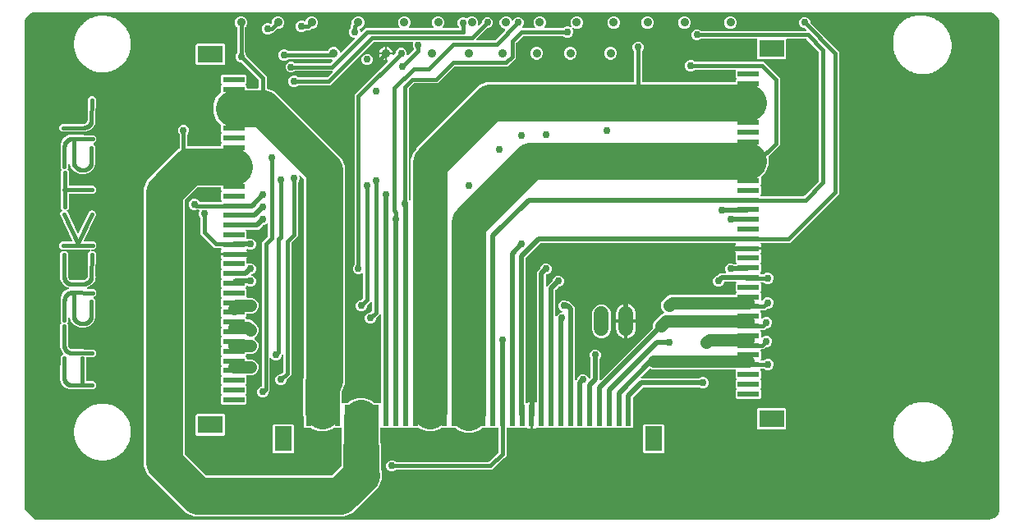
<source format=gbr>
G04 EAGLE Gerber RS-274X export*
G75*
%MOMM*%
%FSLAX34Y34*%
%LPD*%
%INTop Copper*%
%IPPOS*%
%AMOC8*
5,1,8,0,0,1.08239X$1,22.5*%
G01*
%ADD10R,0.600000X2.200000*%
%ADD11R,1.800000X2.600000*%
%ADD12R,2.200000X0.600000*%
%ADD13R,2.600000X1.800000*%
%ADD14C,0.889000*%
%ADD15C,0.406400*%
%ADD16C,1.524000*%
%ADD17C,3.556000*%
%ADD18C,3.810000*%
%ADD19C,1.270000*%
%ADD20C,0.508000*%
%ADD21C,0.203200*%
%ADD22C,0.756400*%
%ADD23C,3.683000*%

G36*
X1079522Y46486D02*
X1079522Y46486D01*
X1079560Y46485D01*
X1081109Y46607D01*
X1081115Y46608D01*
X1081121Y46608D01*
X1081285Y46642D01*
X1084232Y47600D01*
X1084264Y47616D01*
X1084299Y47625D01*
X1084445Y47708D01*
X1086952Y49530D01*
X1086977Y49555D01*
X1087008Y49574D01*
X1087120Y49698D01*
X1088942Y52205D01*
X1088958Y52237D01*
X1088981Y52265D01*
X1089050Y52418D01*
X1090008Y55365D01*
X1090009Y55371D01*
X1090011Y55376D01*
X1090018Y55413D01*
X1090019Y55413D01*
X1090043Y55541D01*
X1090165Y57090D01*
X1090163Y57112D01*
X1090167Y57150D01*
X1090167Y558800D01*
X1090164Y558822D01*
X1090164Y558824D01*
X1090166Y558843D01*
X1090165Y558850D01*
X1090165Y558860D01*
X1090043Y560409D01*
X1090042Y560415D01*
X1090042Y560421D01*
X1090008Y560585D01*
X1089350Y562609D01*
X1089307Y562693D01*
X1089270Y562781D01*
X1089247Y562809D01*
X1089238Y562827D01*
X1089214Y562850D01*
X1089165Y562912D01*
X1083612Y568465D01*
X1083535Y568520D01*
X1083462Y568581D01*
X1083429Y568596D01*
X1083412Y568608D01*
X1083381Y568618D01*
X1083309Y568650D01*
X1081285Y569308D01*
X1081279Y569309D01*
X1081274Y569311D01*
X1081109Y569343D01*
X1079560Y569465D01*
X1079538Y569463D01*
X1079500Y569467D01*
X95250Y569467D01*
X95228Y569464D01*
X95190Y569465D01*
X93641Y569343D01*
X93635Y569342D01*
X93629Y569342D01*
X93465Y569308D01*
X91441Y568650D01*
X91356Y568607D01*
X91269Y568570D01*
X91241Y568547D01*
X91223Y568538D01*
X91200Y568514D01*
X91138Y568465D01*
X85585Y562912D01*
X85530Y562835D01*
X85469Y562762D01*
X85454Y562729D01*
X85442Y562712D01*
X85432Y562681D01*
X85400Y562609D01*
X84742Y560585D01*
X84741Y560579D01*
X84739Y560574D01*
X84707Y560409D01*
X84585Y558860D01*
X84587Y558838D01*
X84583Y558800D01*
X84583Y57531D01*
X84597Y57441D01*
X84605Y57350D01*
X84617Y57320D01*
X84622Y57288D01*
X84665Y57208D01*
X84701Y57124D01*
X84727Y57092D01*
X84738Y57071D01*
X84761Y57049D01*
X84806Y56993D01*
X95093Y46706D01*
X95167Y46653D01*
X95236Y46593D01*
X95266Y46581D01*
X95292Y46562D01*
X95379Y46535D01*
X95464Y46501D01*
X95505Y46497D01*
X95528Y46490D01*
X95560Y46491D01*
X95631Y46483D01*
X1079500Y46483D01*
X1079522Y46486D01*
G37*
%LPC*%
G36*
X259331Y49529D02*
X259331Y49529D01*
X251583Y52739D01*
X210727Y93595D01*
X207517Y101343D01*
X207517Y388369D01*
X210727Y396117D01*
X242383Y427773D01*
X244131Y428497D01*
X244231Y428559D01*
X244331Y428619D01*
X244335Y428624D01*
X244340Y428627D01*
X244415Y428718D01*
X244491Y428806D01*
X244493Y428812D01*
X244497Y428817D01*
X244539Y428925D01*
X244583Y429034D01*
X244584Y429042D01*
X244585Y429046D01*
X244586Y429064D01*
X244601Y429201D01*
X244601Y443201D01*
X244587Y443291D01*
X244579Y443382D01*
X244567Y443412D01*
X244562Y443444D01*
X244519Y443525D01*
X244483Y443608D01*
X244457Y443641D01*
X244446Y443661D01*
X244423Y443683D01*
X244378Y443739D01*
X243737Y444381D01*
X242851Y446518D01*
X242851Y448832D01*
X243737Y450969D01*
X245372Y452604D01*
X247509Y453490D01*
X249823Y453490D01*
X251960Y452604D01*
X253595Y450969D01*
X254481Y448832D01*
X254481Y446518D01*
X253595Y444381D01*
X252954Y443739D01*
X252901Y443665D01*
X252841Y443596D01*
X252829Y443566D01*
X252810Y443540D01*
X252783Y443453D01*
X252749Y443368D01*
X252745Y443327D01*
X252738Y443305D01*
X252739Y443272D01*
X252731Y443201D01*
X252731Y431744D01*
X252734Y431724D01*
X252732Y431705D01*
X252754Y431603D01*
X252770Y431501D01*
X252780Y431484D01*
X252784Y431464D01*
X252837Y431375D01*
X252886Y431284D01*
X252900Y431270D01*
X252910Y431253D01*
X252989Y431186D01*
X253064Y431114D01*
X253082Y431106D01*
X253097Y431093D01*
X253193Y431054D01*
X253287Y431011D01*
X253307Y431009D01*
X253325Y431001D01*
X253492Y430983D01*
X286606Y430983D01*
X286626Y430986D01*
X286645Y430984D01*
X286747Y431006D01*
X286849Y431022D01*
X286866Y431032D01*
X286886Y431036D01*
X286975Y431089D01*
X287066Y431138D01*
X287080Y431152D01*
X287097Y431162D01*
X287164Y431241D01*
X287236Y431316D01*
X287244Y431334D01*
X287257Y431349D01*
X287296Y431445D01*
X287339Y431539D01*
X287341Y431559D01*
X287349Y431577D01*
X287367Y431744D01*
X287367Y433742D01*
X287987Y434362D01*
X287999Y434378D01*
X288014Y434390D01*
X288070Y434478D01*
X288131Y434561D01*
X288136Y434580D01*
X288147Y434597D01*
X288172Y434698D01*
X288203Y434797D01*
X288202Y434816D01*
X288207Y434836D01*
X288199Y434939D01*
X288197Y435042D01*
X288190Y435061D01*
X288188Y435081D01*
X288148Y435176D01*
X288112Y435273D01*
X288100Y435289D01*
X288092Y435307D01*
X287987Y435438D01*
X287367Y436058D01*
X287367Y443742D01*
X287987Y444362D01*
X287999Y444378D01*
X288014Y444390D01*
X288070Y444478D01*
X288131Y444561D01*
X288136Y444580D01*
X288147Y444597D01*
X288172Y444698D01*
X288203Y444797D01*
X288202Y444816D01*
X288207Y444836D01*
X288199Y444939D01*
X288197Y445042D01*
X288190Y445061D01*
X288188Y445081D01*
X288148Y445176D01*
X288112Y445273D01*
X288100Y445289D01*
X288092Y445307D01*
X287987Y445438D01*
X287367Y446058D01*
X287367Y452802D01*
X287353Y452892D01*
X287345Y452983D01*
X287333Y453013D01*
X287328Y453045D01*
X287285Y453125D01*
X287249Y453209D01*
X287223Y453241D01*
X287212Y453262D01*
X287189Y453284D01*
X287144Y453340D01*
X282527Y457958D01*
X279317Y465706D01*
X279317Y474094D01*
X282527Y481842D01*
X287144Y486460D01*
X287197Y486534D01*
X287257Y486603D01*
X287269Y486633D01*
X287288Y486660D01*
X287315Y486747D01*
X287349Y486831D01*
X287353Y486872D01*
X287360Y486895D01*
X287359Y486927D01*
X287367Y486998D01*
X287367Y493742D01*
X287987Y494362D01*
X287999Y494378D01*
X288014Y494390D01*
X288070Y494478D01*
X288131Y494561D01*
X288136Y494580D01*
X288147Y494597D01*
X288172Y494698D01*
X288203Y494797D01*
X288202Y494816D01*
X288207Y494836D01*
X288199Y494939D01*
X288197Y495042D01*
X288190Y495061D01*
X288188Y495081D01*
X288148Y495176D01*
X288112Y495273D01*
X288100Y495289D01*
X288092Y495307D01*
X287987Y495438D01*
X287367Y496058D01*
X287367Y503742D01*
X288558Y504933D01*
X312242Y504933D01*
X313433Y503742D01*
X313433Y496058D01*
X312813Y495438D01*
X312801Y495422D01*
X312786Y495410D01*
X312730Y495322D01*
X312669Y495239D01*
X312664Y495220D01*
X312653Y495203D01*
X312628Y495102D01*
X312597Y495003D01*
X312598Y494984D01*
X312593Y494964D01*
X312601Y494861D01*
X312603Y494758D01*
X312610Y494739D01*
X312612Y494719D01*
X312652Y494624D01*
X312688Y494527D01*
X312700Y494511D01*
X312708Y494493D01*
X312813Y494362D01*
X313433Y493742D01*
X313433Y491744D01*
X313436Y491724D01*
X313434Y491705D01*
X313456Y491603D01*
X313472Y491501D01*
X313482Y491484D01*
X313486Y491464D01*
X313539Y491375D01*
X313588Y491284D01*
X313602Y491270D01*
X313612Y491253D01*
X313691Y491186D01*
X313766Y491114D01*
X313784Y491106D01*
X313799Y491093D01*
X313895Y491054D01*
X313989Y491011D01*
X314009Y491009D01*
X314027Y491001D01*
X314194Y490983D01*
X325374Y490983D01*
X325394Y490986D01*
X325413Y490984D01*
X325515Y491006D01*
X325617Y491022D01*
X325634Y491032D01*
X325654Y491036D01*
X325743Y491089D01*
X325834Y491138D01*
X325848Y491152D01*
X325865Y491162D01*
X325932Y491241D01*
X326004Y491316D01*
X326012Y491334D01*
X326025Y491349D01*
X326064Y491445D01*
X326107Y491539D01*
X326109Y491559D01*
X326117Y491577D01*
X326135Y491744D01*
X326135Y499270D01*
X326121Y499360D01*
X326113Y499451D01*
X326101Y499481D01*
X326096Y499513D01*
X326053Y499593D01*
X326017Y499677D01*
X325991Y499709D01*
X325980Y499730D01*
X325957Y499752D01*
X325912Y499808D01*
X308264Y517456D01*
X308190Y517509D01*
X308121Y517569D01*
X308091Y517581D01*
X308065Y517600D01*
X307978Y517627D01*
X307893Y517661D01*
X307852Y517665D01*
X307830Y517672D01*
X307797Y517671D01*
X307726Y517679D01*
X306818Y517679D01*
X304681Y518565D01*
X303046Y520200D01*
X302160Y522337D01*
X302160Y524651D01*
X303046Y526788D01*
X303687Y527430D01*
X303740Y527504D01*
X303800Y527573D01*
X303812Y527603D01*
X303831Y527629D01*
X303858Y527716D01*
X303892Y527801D01*
X303896Y527842D01*
X303903Y527864D01*
X303902Y527897D01*
X303910Y527968D01*
X303910Y553389D01*
X303896Y553479D01*
X303888Y553570D01*
X303876Y553599D01*
X303871Y553631D01*
X303828Y553712D01*
X303792Y553796D01*
X303766Y553828D01*
X303755Y553849D01*
X303732Y553871D01*
X303687Y553927D01*
X302483Y555131D01*
X301497Y557512D01*
X301497Y560088D01*
X302483Y562469D01*
X304306Y564292D01*
X306687Y565278D01*
X309263Y565278D01*
X311644Y564292D01*
X313467Y562469D01*
X314453Y560088D01*
X314453Y557512D01*
X313467Y555131D01*
X312263Y553927D01*
X312210Y553853D01*
X312150Y553783D01*
X312138Y553753D01*
X312119Y553727D01*
X312092Y553640D01*
X312058Y553555D01*
X312054Y553514D01*
X312047Y553492D01*
X312048Y553460D01*
X312040Y553389D01*
X312040Y527968D01*
X312054Y527878D01*
X312062Y527787D01*
X312074Y527757D01*
X312079Y527725D01*
X312122Y527644D01*
X312158Y527561D01*
X312184Y527528D01*
X312195Y527508D01*
X312218Y527486D01*
X312263Y527430D01*
X312904Y526788D01*
X313790Y524651D01*
X313790Y523743D01*
X313804Y523653D01*
X313812Y523562D01*
X313824Y523532D01*
X313829Y523500D01*
X313872Y523420D01*
X313908Y523336D01*
X313934Y523304D01*
X313945Y523283D01*
X313968Y523261D01*
X314013Y523205D01*
X334265Y502953D01*
X334265Y491545D01*
X334284Y491430D01*
X334301Y491314D01*
X334303Y491308D01*
X334304Y491302D01*
X334359Y491199D01*
X334412Y491095D01*
X334417Y491090D01*
X334420Y491085D01*
X334504Y491005D01*
X334588Y490922D01*
X334594Y490919D01*
X334598Y490915D01*
X334615Y490907D01*
X334735Y490841D01*
X342142Y487773D01*
X411573Y418342D01*
X414783Y410594D01*
X414783Y185544D01*
X411793Y178326D01*
X411778Y178262D01*
X411753Y178201D01*
X411744Y178118D01*
X411737Y178086D01*
X411738Y178067D01*
X411735Y178034D01*
X411735Y166555D01*
X411749Y166465D01*
X411757Y166374D01*
X411769Y166345D01*
X411774Y166313D01*
X411817Y166232D01*
X411838Y166184D01*
X411842Y166173D01*
X411843Y166171D01*
X411853Y166148D01*
X411879Y166116D01*
X411890Y166095D01*
X411913Y166073D01*
X411958Y166017D01*
X411967Y166008D01*
X411983Y165996D01*
X411995Y165981D01*
X412041Y165952D01*
X412068Y165926D01*
X412105Y165908D01*
X412166Y165864D01*
X412185Y165859D01*
X412202Y165848D01*
X412276Y165829D01*
X412291Y165822D01*
X412311Y165820D01*
X412402Y165792D01*
X412421Y165793D01*
X412441Y165788D01*
X412535Y165795D01*
X412536Y165795D01*
X412544Y165796D01*
X412647Y165798D01*
X412666Y165805D01*
X412686Y165807D01*
X412781Y165847D01*
X412878Y165883D01*
X412894Y165895D01*
X412912Y165903D01*
X413043Y166008D01*
X413663Y166628D01*
X418276Y166628D01*
X418366Y166642D01*
X418457Y166650D01*
X418487Y166662D01*
X418519Y166667D01*
X418599Y166710D01*
X418683Y166746D01*
X418715Y166772D01*
X418736Y166783D01*
X418758Y166806D01*
X418814Y166851D01*
X420577Y168613D01*
X427859Y171630D01*
X435741Y171630D01*
X443023Y168613D01*
X444786Y166851D01*
X444860Y166798D01*
X444929Y166738D01*
X444959Y166726D01*
X444986Y166707D01*
X445072Y166680D01*
X445157Y166646D01*
X445198Y166642D01*
X445221Y166635D01*
X445253Y166636D01*
X445324Y166628D01*
X451355Y166628D01*
X451386Y166605D01*
X451438Y166556D01*
X451485Y166534D01*
X451527Y166503D01*
X451596Y166482D01*
X451661Y166452D01*
X451713Y166446D01*
X451762Y166431D01*
X451834Y166433D01*
X451905Y166425D01*
X451956Y166436D01*
X452008Y166437D01*
X452076Y166462D01*
X452146Y166477D01*
X452191Y166504D01*
X452239Y166522D01*
X452295Y166567D01*
X452357Y166603D01*
X452391Y166643D01*
X452431Y166676D01*
X452470Y166736D01*
X452517Y166790D01*
X452536Y166839D01*
X452564Y166882D01*
X452582Y166952D01*
X452609Y167019D01*
X452617Y167090D01*
X452625Y167121D01*
X452623Y167144D01*
X452627Y167185D01*
X452627Y257716D01*
X452616Y257787D01*
X452614Y257859D01*
X452596Y257907D01*
X452588Y257959D01*
X452554Y258022D01*
X452529Y258090D01*
X452497Y258130D01*
X452472Y258176D01*
X452420Y258226D01*
X452376Y258282D01*
X452332Y258310D01*
X452294Y258346D01*
X452229Y258376D01*
X452169Y258415D01*
X452118Y258427D01*
X452071Y258449D01*
X452000Y258457D01*
X451930Y258475D01*
X451878Y258471D01*
X451827Y258476D01*
X451756Y258461D01*
X451685Y258455D01*
X451637Y258435D01*
X451586Y258424D01*
X451525Y258387D01*
X451459Y258359D01*
X451403Y258314D01*
X451375Y258298D01*
X451360Y258280D01*
X451328Y258254D01*
X447363Y254289D01*
X447310Y254215D01*
X447250Y254146D01*
X447238Y254116D01*
X447219Y254090D01*
X447192Y254002D01*
X447158Y253918D01*
X447154Y253877D01*
X447147Y253854D01*
X447148Y253822D01*
X447140Y253751D01*
X447140Y252843D01*
X446254Y250706D01*
X444619Y249071D01*
X442482Y248185D01*
X440168Y248185D01*
X438031Y249071D01*
X436396Y250706D01*
X435510Y252843D01*
X435510Y255157D01*
X436396Y257294D01*
X438031Y258929D01*
X440168Y259815D01*
X441076Y259815D01*
X441166Y259829D01*
X441257Y259837D01*
X441287Y259849D01*
X441319Y259854D01*
X441399Y259897D01*
X441483Y259933D01*
X441515Y259959D01*
X441536Y259970D01*
X441558Y259993D01*
X441614Y260038D01*
X442922Y261346D01*
X442975Y261420D01*
X443035Y261489D01*
X443047Y261519D01*
X443066Y261545D01*
X443093Y261632D01*
X443127Y261717D01*
X443131Y261758D01*
X443138Y261781D01*
X443137Y261813D01*
X443145Y261884D01*
X443145Y270459D01*
X443134Y270530D01*
X443132Y270602D01*
X443114Y270650D01*
X443106Y270702D01*
X443072Y270765D01*
X443047Y270833D01*
X443015Y270873D01*
X442990Y270919D01*
X442938Y270969D01*
X442894Y271025D01*
X442850Y271053D01*
X442812Y271089D01*
X442747Y271119D01*
X442687Y271158D01*
X442636Y271170D01*
X442589Y271192D01*
X442518Y271200D01*
X442448Y271218D01*
X442396Y271214D01*
X442345Y271219D01*
X442274Y271204D01*
X442203Y271198D01*
X442155Y271178D01*
X442104Y271167D01*
X442043Y271130D01*
X441977Y271102D01*
X441921Y271057D01*
X441893Y271041D01*
X441878Y271023D01*
X441846Y270997D01*
X437838Y266989D01*
X437791Y266924D01*
X437779Y266912D01*
X437777Y266906D01*
X437725Y266846D01*
X437713Y266816D01*
X437694Y266790D01*
X437667Y266702D01*
X437633Y266618D01*
X437629Y266577D01*
X437622Y266554D01*
X437623Y266522D01*
X437615Y266451D01*
X437615Y265543D01*
X436729Y263406D01*
X435094Y261771D01*
X432957Y260885D01*
X430643Y260885D01*
X428506Y261771D01*
X426871Y263406D01*
X425985Y265543D01*
X425985Y267857D01*
X426871Y269994D01*
X428506Y271629D01*
X430643Y272515D01*
X431551Y272515D01*
X431641Y272529D01*
X431732Y272537D01*
X431762Y272549D01*
X431794Y272554D01*
X431874Y272597D01*
X431958Y272633D01*
X431990Y272659D01*
X432011Y272670D01*
X432033Y272693D01*
X432089Y272738D01*
X433834Y274483D01*
X433887Y274557D01*
X433947Y274626D01*
X433959Y274656D01*
X433978Y274682D01*
X434005Y274769D01*
X434039Y274854D01*
X434043Y274895D01*
X434050Y274918D01*
X434049Y274950D01*
X434057Y275021D01*
X434057Y299790D01*
X434046Y299861D01*
X434044Y299933D01*
X434026Y299982D01*
X434018Y300033D01*
X433984Y300096D01*
X433959Y300164D01*
X433927Y300204D01*
X433902Y300250D01*
X433850Y300300D01*
X433806Y300356D01*
X433762Y300384D01*
X433724Y300420D01*
X433659Y300450D01*
X433599Y300489D01*
X433548Y300501D01*
X433501Y300523D01*
X433430Y300531D01*
X433360Y300549D01*
X433308Y300545D01*
X433257Y300550D01*
X433186Y300535D01*
X433115Y300530D01*
X433067Y300509D01*
X433016Y300498D01*
X432955Y300461D01*
X432889Y300433D01*
X432833Y300388D01*
X432805Y300372D01*
X432790Y300354D01*
X432758Y300328D01*
X432300Y299870D01*
X430163Y298985D01*
X427849Y298985D01*
X425712Y299871D01*
X424077Y301506D01*
X423191Y303643D01*
X423191Y305957D01*
X424077Y308094D01*
X424718Y308736D01*
X424771Y308810D01*
X424831Y308879D01*
X424843Y308909D01*
X424862Y308935D01*
X424889Y309022D01*
X424923Y309107D01*
X424927Y309148D01*
X424934Y309170D01*
X424933Y309203D01*
X424941Y309274D01*
X424941Y484665D01*
X459175Y518899D01*
X459189Y518918D01*
X459207Y518932D01*
X459260Y519017D01*
X459319Y519099D01*
X459326Y519121D01*
X459338Y519140D01*
X459362Y519237D01*
X459391Y519334D01*
X459391Y519357D01*
X459396Y519379D01*
X459388Y519479D01*
X459385Y519580D01*
X459377Y519601D01*
X459375Y519624D01*
X459335Y519716D01*
X459301Y519811D01*
X459286Y519829D01*
X459277Y519850D01*
X459210Y519924D01*
X459147Y520003D01*
X459127Y520015D01*
X459112Y520032D01*
X459024Y520081D01*
X458940Y520136D01*
X458918Y520141D01*
X458897Y520153D01*
X458799Y520171D01*
X458701Y520196D01*
X458678Y520194D01*
X458656Y520198D01*
X458489Y520184D01*
X458152Y520117D01*
X458152Y526098D01*
X464133Y526098D01*
X464066Y525761D01*
X464065Y525738D01*
X464059Y525716D01*
X464061Y525616D01*
X464058Y525516D01*
X464064Y525494D01*
X464065Y525470D01*
X464100Y525376D01*
X464128Y525280D01*
X464142Y525261D01*
X464149Y525239D01*
X464212Y525161D01*
X464270Y525079D01*
X464289Y525065D01*
X464303Y525047D01*
X464388Y524993D01*
X464469Y524934D01*
X464491Y524927D01*
X464510Y524914D01*
X464608Y524890D01*
X464703Y524860D01*
X464726Y524860D01*
X464749Y524854D01*
X464849Y524862D01*
X464949Y524864D01*
X464971Y524872D01*
X464994Y524873D01*
X465086Y524913D01*
X465181Y524946D01*
X465199Y524961D01*
X465220Y524970D01*
X465351Y525075D01*
X467037Y526761D01*
X467090Y526835D01*
X467150Y526904D01*
X467162Y526934D01*
X467181Y526960D01*
X467208Y527047D01*
X467242Y527132D01*
X467246Y527173D01*
X467253Y527196D01*
X467252Y527228D01*
X467260Y527299D01*
X467260Y528207D01*
X468146Y530344D01*
X469781Y531979D01*
X471918Y532865D01*
X474232Y532865D01*
X476369Y531979D01*
X478004Y530344D01*
X478890Y528207D01*
X478890Y525893D01*
X478842Y525777D01*
X478819Y525682D01*
X478791Y525589D01*
X478791Y525563D01*
X478785Y525538D01*
X478795Y525441D01*
X478797Y525343D01*
X478806Y525319D01*
X478809Y525293D01*
X478848Y525204D01*
X478882Y525112D01*
X478898Y525092D01*
X478909Y525068D01*
X478974Y524996D01*
X479035Y524920D01*
X479057Y524906D01*
X479075Y524887D01*
X479160Y524840D01*
X479242Y524787D01*
X479267Y524781D01*
X479290Y524768D01*
X479386Y524751D01*
X479481Y524727D01*
X479507Y524729D01*
X479532Y524725D01*
X479629Y524739D01*
X479726Y524746D01*
X479750Y524757D01*
X479776Y524760D01*
X479863Y524805D01*
X479952Y524843D01*
X479978Y524863D01*
X479995Y524872D01*
X480018Y524896D01*
X480083Y524948D01*
X485821Y530686D01*
X485833Y530702D01*
X485849Y530714D01*
X485905Y530802D01*
X485965Y530886D01*
X485971Y530905D01*
X485982Y530921D01*
X486007Y531022D01*
X486037Y531121D01*
X486037Y531141D01*
X486042Y531160D01*
X486034Y531263D01*
X486031Y531366D01*
X486024Y531385D01*
X486023Y531405D01*
X485982Y531500D01*
X485946Y531597D01*
X485934Y531613D01*
X485926Y531631D01*
X485821Y531762D01*
X485798Y531785D01*
X484913Y533922D01*
X484913Y536236D01*
X485564Y537808D01*
X485575Y537852D01*
X485594Y537894D01*
X485603Y537971D01*
X485621Y538047D01*
X485616Y538093D01*
X485621Y538138D01*
X485605Y538215D01*
X485598Y538292D01*
X485579Y538334D01*
X485569Y538379D01*
X485529Y538446D01*
X485498Y538517D01*
X485466Y538551D01*
X485443Y538590D01*
X485384Y538641D01*
X485331Y538698D01*
X485291Y538720D01*
X485256Y538750D01*
X485184Y538779D01*
X485116Y538816D01*
X485070Y538825D01*
X485028Y538842D01*
X484892Y538857D01*
X484874Y538860D01*
X484869Y538859D01*
X484861Y538860D01*
X445258Y538860D01*
X445168Y538846D01*
X445077Y538838D01*
X445047Y538826D01*
X445015Y538821D01*
X444934Y538778D01*
X444850Y538742D01*
X444818Y538716D01*
X444798Y538705D01*
X444775Y538682D01*
X444719Y538637D01*
X400111Y494029D01*
X367186Y494029D01*
X367096Y494015D01*
X367005Y494007D01*
X366975Y493995D01*
X366943Y493990D01*
X366862Y493947D01*
X366779Y493911D01*
X366746Y493885D01*
X366726Y493874D01*
X366704Y493851D01*
X366648Y493806D01*
X366006Y493165D01*
X363869Y492279D01*
X361555Y492279D01*
X359418Y493165D01*
X357783Y494800D01*
X356897Y496937D01*
X356897Y499251D01*
X357783Y501388D01*
X359418Y503023D01*
X361555Y503909D01*
X363869Y503909D01*
X366006Y503023D01*
X366648Y502382D01*
X366722Y502329D01*
X366791Y502269D01*
X366821Y502257D01*
X366847Y502238D01*
X366934Y502211D01*
X367019Y502177D01*
X367060Y502173D01*
X367082Y502166D01*
X367115Y502167D01*
X367186Y502159D01*
X396429Y502159D01*
X396519Y502173D01*
X396610Y502181D01*
X396639Y502193D01*
X396671Y502198D01*
X396752Y502241D01*
X396836Y502277D01*
X396868Y502303D01*
X396889Y502314D01*
X396911Y502337D01*
X396967Y502382D01*
X402174Y507589D01*
X402216Y507647D01*
X402265Y507699D01*
X402287Y507746D01*
X402318Y507788D01*
X402339Y507857D01*
X402369Y507922D01*
X402375Y507974D01*
X402390Y508024D01*
X402388Y508095D01*
X402396Y508166D01*
X402385Y508217D01*
X402384Y508269D01*
X402359Y508337D01*
X402344Y508407D01*
X402317Y508452D01*
X402299Y508500D01*
X402254Y508556D01*
X402218Y508618D01*
X402178Y508652D01*
X402145Y508692D01*
X402085Y508731D01*
X402031Y508778D01*
X401982Y508797D01*
X401939Y508825D01*
X401869Y508843D01*
X401802Y508870D01*
X401731Y508878D01*
X401700Y508886D01*
X401677Y508884D01*
X401636Y508888D01*
X363983Y508888D01*
X363893Y508874D01*
X363802Y508866D01*
X363772Y508854D01*
X363740Y508849D01*
X363659Y508806D01*
X363576Y508770D01*
X363543Y508744D01*
X363523Y508733D01*
X363501Y508710D01*
X363445Y508665D01*
X362803Y508024D01*
X360666Y507138D01*
X358352Y507138D01*
X356215Y508024D01*
X354580Y509659D01*
X353694Y511796D01*
X353694Y514110D01*
X354580Y516247D01*
X356215Y517882D01*
X358352Y518768D01*
X360666Y518768D01*
X362803Y517882D01*
X363445Y517241D01*
X363519Y517188D01*
X363588Y517128D01*
X363618Y517116D01*
X363644Y517097D01*
X363731Y517070D01*
X363816Y517036D01*
X363857Y517032D01*
X363879Y517025D01*
X363912Y517026D01*
X363983Y517018D01*
X399829Y517018D01*
X399919Y517032D01*
X400010Y517040D01*
X400040Y517052D01*
X400072Y517057D01*
X400152Y517100D01*
X400236Y517136D01*
X400269Y517162D01*
X400289Y517173D01*
X400311Y517196D01*
X400367Y517241D01*
X402399Y519273D01*
X402441Y519331D01*
X402491Y519383D01*
X402513Y519430D01*
X402543Y519472D01*
X402564Y519541D01*
X402594Y519606D01*
X402600Y519658D01*
X402615Y519708D01*
X402613Y519779D01*
X402621Y519850D01*
X402610Y519901D01*
X402609Y519953D01*
X402584Y520021D01*
X402569Y520091D01*
X402542Y520136D01*
X402524Y520184D01*
X402480Y520240D01*
X402443Y520302D01*
X402403Y520336D01*
X402371Y520376D01*
X402310Y520415D01*
X402256Y520462D01*
X402208Y520481D01*
X402164Y520509D01*
X402094Y520527D01*
X402028Y520554D01*
X401964Y520561D01*
X400543Y521149D01*
X400480Y521164D01*
X400419Y521189D01*
X400336Y521198D01*
X400304Y521205D01*
X400285Y521204D01*
X400252Y521207D01*
X356899Y521207D01*
X356809Y521193D01*
X356718Y521185D01*
X356688Y521173D01*
X356656Y521168D01*
X356575Y521125D01*
X356492Y521089D01*
X356459Y521063D01*
X356439Y521052D01*
X356417Y521029D01*
X356361Y520984D01*
X355719Y520343D01*
X353582Y519457D01*
X351268Y519457D01*
X349131Y520343D01*
X347496Y521978D01*
X346610Y524115D01*
X346610Y526429D01*
X347496Y528566D01*
X349131Y530201D01*
X351268Y531087D01*
X353582Y531087D01*
X355719Y530201D01*
X356361Y529560D01*
X356435Y529507D01*
X356504Y529447D01*
X356534Y529435D01*
X356560Y529416D01*
X356647Y529389D01*
X356732Y529355D01*
X356773Y529351D01*
X356795Y529344D01*
X356828Y529345D01*
X356899Y529337D01*
X396652Y529337D01*
X396767Y529356D01*
X396883Y529373D01*
X396889Y529375D01*
X396895Y529376D01*
X396997Y529431D01*
X397102Y529484D01*
X397107Y529489D01*
X397112Y529492D01*
X397192Y529576D01*
X397275Y529660D01*
X397278Y529666D01*
X397282Y529670D01*
X397289Y529687D01*
X397355Y529807D01*
X397733Y530719D01*
X399556Y532542D01*
X401937Y533528D01*
X404513Y533528D01*
X406894Y532542D01*
X408717Y530719D01*
X409715Y528308D01*
X409716Y528271D01*
X409734Y528222D01*
X409742Y528171D01*
X409776Y528108D01*
X409801Y528040D01*
X409833Y528000D01*
X409858Y527954D01*
X409909Y527904D01*
X409954Y527848D01*
X409998Y527820D01*
X410036Y527784D01*
X410101Y527754D01*
X410161Y527715D01*
X410212Y527703D01*
X410259Y527681D01*
X410330Y527673D01*
X410400Y527655D01*
X410452Y527659D01*
X410503Y527654D01*
X410574Y527669D01*
X410645Y527675D01*
X410693Y527695D01*
X410744Y527706D01*
X410805Y527743D01*
X410871Y527771D01*
X410927Y527816D01*
X410955Y527832D01*
X410970Y527850D01*
X411002Y527876D01*
X425287Y542161D01*
X425329Y542219D01*
X425379Y542271D01*
X425401Y542318D01*
X425431Y542360D01*
X425452Y542429D01*
X425482Y542494D01*
X425488Y542546D01*
X425503Y542596D01*
X425501Y542667D01*
X425509Y542738D01*
X425498Y542789D01*
X425497Y542841D01*
X425472Y542909D01*
X425457Y542979D01*
X425430Y543023D01*
X425412Y543072D01*
X425368Y543128D01*
X425331Y543190D01*
X425291Y543224D01*
X425259Y543264D01*
X425198Y543303D01*
X425144Y543350D01*
X425096Y543369D01*
X425052Y543397D01*
X424982Y543415D01*
X424916Y543442D01*
X424844Y543450D01*
X424813Y543458D01*
X424790Y543456D01*
X424749Y543460D01*
X423912Y543460D01*
X421775Y544346D01*
X420140Y545981D01*
X419254Y548118D01*
X419254Y550432D01*
X420140Y552569D01*
X420781Y553211D01*
X420834Y553285D01*
X420894Y553354D01*
X420906Y553384D01*
X420925Y553410D01*
X420952Y553497D01*
X420986Y553582D01*
X420990Y553623D01*
X420997Y553645D01*
X420996Y553678D01*
X421004Y553749D01*
X421004Y556928D01*
X421924Y557848D01*
X421977Y557922D01*
X422037Y557991D01*
X422049Y558021D01*
X422068Y558047D01*
X422095Y558134D01*
X422129Y558219D01*
X422133Y558260D01*
X422140Y558283D01*
X422139Y558315D01*
X422147Y558386D01*
X422147Y560088D01*
X423133Y562469D01*
X424956Y564292D01*
X427337Y565278D01*
X429913Y565278D01*
X432294Y564292D01*
X434117Y562469D01*
X435103Y560088D01*
X435103Y557512D01*
X434117Y555131D01*
X432294Y553308D01*
X430777Y552680D01*
X430760Y552669D01*
X430740Y552664D01*
X430656Y552605D01*
X430567Y552550D01*
X430555Y552535D01*
X430538Y552523D01*
X430477Y552441D01*
X430411Y552361D01*
X430403Y552342D01*
X430392Y552326D01*
X430359Y552228D01*
X430322Y552131D01*
X430322Y552111D01*
X430315Y552092D01*
X430316Y551989D01*
X430312Y551885D01*
X430318Y551866D01*
X430318Y551846D01*
X430365Y551685D01*
X430884Y550432D01*
X430884Y549595D01*
X430895Y549524D01*
X430897Y549452D01*
X430915Y549404D01*
X430923Y549352D01*
X430957Y549289D01*
X430982Y549221D01*
X431014Y549181D01*
X431039Y549135D01*
X431091Y549085D01*
X431135Y549029D01*
X431179Y549001D01*
X431217Y548965D01*
X431282Y548935D01*
X431342Y548896D01*
X431393Y548884D01*
X431440Y548862D01*
X431511Y548854D01*
X431581Y548836D01*
X431633Y548840D01*
X431684Y548835D01*
X431755Y548850D01*
X431826Y548856D01*
X431874Y548876D01*
X431925Y548887D01*
X431986Y548924D01*
X432052Y548952D01*
X432108Y548997D01*
X432136Y549013D01*
X432151Y549031D01*
X432183Y549057D01*
X436466Y553340D01*
X470712Y553340D01*
X470782Y553351D01*
X470854Y553353D01*
X470903Y553371D01*
X470954Y553379D01*
X471018Y553413D01*
X471085Y553438D01*
X471126Y553470D01*
X471172Y553495D01*
X471221Y553546D01*
X471277Y553591D01*
X471305Y553635D01*
X471341Y553673D01*
X471371Y553738D01*
X471410Y553798D01*
X471423Y553849D01*
X471445Y553896D01*
X471453Y553967D01*
X471470Y554037D01*
X471466Y554089D01*
X471472Y554140D01*
X471457Y554211D01*
X471451Y554282D01*
X471431Y554330D01*
X471420Y554381D01*
X471383Y554442D01*
X471355Y554508D01*
X471310Y554564D01*
X471293Y554592D01*
X471276Y554607D01*
X471250Y554639D01*
X470758Y555131D01*
X469772Y557512D01*
X469772Y560088D01*
X470758Y562469D01*
X472581Y564292D01*
X474962Y565278D01*
X477538Y565278D01*
X479919Y564292D01*
X481742Y562469D01*
X482728Y560088D01*
X482728Y557512D01*
X481742Y555131D01*
X481250Y554639D01*
X481208Y554581D01*
X481159Y554529D01*
X481137Y554482D01*
X481107Y554440D01*
X481086Y554371D01*
X481055Y554306D01*
X481050Y554254D01*
X481034Y554204D01*
X481036Y554133D01*
X481028Y554062D01*
X481039Y554011D01*
X481041Y553959D01*
X481065Y553891D01*
X481080Y553821D01*
X481107Y553776D01*
X481125Y553728D01*
X481170Y553672D01*
X481207Y553610D01*
X481246Y553576D01*
X481279Y553536D01*
X481339Y553497D01*
X481394Y553450D01*
X481442Y553431D01*
X481486Y553403D01*
X481555Y553385D01*
X481622Y553358D01*
X481693Y553350D01*
X481724Y553342D01*
X481747Y553344D01*
X481788Y553340D01*
X505637Y553340D01*
X505707Y553351D01*
X505779Y553353D01*
X505828Y553371D01*
X505879Y553379D01*
X505943Y553413D01*
X506010Y553438D01*
X506051Y553470D01*
X506097Y553495D01*
X506146Y553546D01*
X506202Y553591D01*
X506230Y553635D01*
X506266Y553673D01*
X506296Y553738D01*
X506335Y553798D01*
X506348Y553849D01*
X506370Y553896D01*
X506378Y553967D01*
X506395Y554037D01*
X506391Y554089D01*
X506397Y554140D01*
X506382Y554211D01*
X506376Y554282D01*
X506356Y554330D01*
X506345Y554381D01*
X506308Y554442D01*
X506280Y554508D01*
X506235Y554564D01*
X506218Y554592D01*
X506201Y554607D01*
X506175Y554639D01*
X505683Y555131D01*
X504697Y557512D01*
X504697Y560088D01*
X505683Y562469D01*
X507506Y564292D01*
X509887Y565278D01*
X512463Y565278D01*
X514844Y564292D01*
X516667Y562469D01*
X517653Y560088D01*
X517653Y557512D01*
X516667Y555131D01*
X516175Y554639D01*
X516133Y554581D01*
X516084Y554529D01*
X516062Y554482D01*
X516032Y554440D01*
X516011Y554371D01*
X515980Y554306D01*
X515975Y554254D01*
X515959Y554204D01*
X515961Y554133D01*
X515953Y554062D01*
X515964Y554011D01*
X515966Y553959D01*
X515990Y553891D01*
X516005Y553821D01*
X516032Y553776D01*
X516050Y553728D01*
X516095Y553672D01*
X516132Y553610D01*
X516171Y553576D01*
X516204Y553536D01*
X516264Y553497D01*
X516319Y553450D01*
X516367Y553431D01*
X516411Y553403D01*
X516480Y553385D01*
X516547Y553358D01*
X516618Y553350D01*
X516649Y553342D01*
X516672Y553344D01*
X516713Y553340D01*
X531847Y553340D01*
X531918Y553351D01*
X531990Y553353D01*
X532039Y553371D01*
X532090Y553379D01*
X532153Y553413D01*
X532221Y553438D01*
X532261Y553470D01*
X532307Y553495D01*
X532357Y553547D01*
X532413Y553591D01*
X532441Y553635D01*
X532477Y553673D01*
X532507Y553738D01*
X532546Y553798D01*
X532558Y553849D01*
X532580Y553896D01*
X532588Y553967D01*
X532606Y554037D01*
X532602Y554089D01*
X532607Y554140D01*
X532592Y554211D01*
X532587Y554282D01*
X532566Y554330D01*
X532555Y554381D01*
X532518Y554442D01*
X532490Y554508D01*
X532445Y554564D01*
X532429Y554592D01*
X532411Y554607D01*
X532385Y554639D01*
X532026Y554998D01*
X531141Y557135D01*
X531141Y559449D01*
X532027Y561586D01*
X533662Y563221D01*
X535799Y564107D01*
X538113Y564107D01*
X540250Y563222D01*
X540267Y563204D01*
X540283Y563193D01*
X540296Y563177D01*
X540383Y563121D01*
X540467Y563061D01*
X540486Y563055D01*
X540502Y563044D01*
X540603Y563019D01*
X540702Y562988D01*
X540722Y562989D01*
X540741Y562984D01*
X540844Y562992D01*
X540948Y562995D01*
X540966Y563002D01*
X540986Y563003D01*
X541081Y563044D01*
X541179Y563079D01*
X541194Y563092D01*
X541213Y563100D01*
X541343Y563204D01*
X542431Y564292D01*
X544812Y565278D01*
X547388Y565278D01*
X549769Y564292D01*
X551592Y562469D01*
X552578Y560088D01*
X552578Y557512D01*
X552373Y557018D01*
X552351Y556923D01*
X552322Y556830D01*
X552323Y556804D01*
X552317Y556778D01*
X552326Y556682D01*
X552329Y556584D01*
X552338Y556559D01*
X552340Y556533D01*
X552380Y556445D01*
X552413Y556353D01*
X552430Y556333D01*
X552440Y556309D01*
X552506Y556237D01*
X552567Y556161D01*
X552589Y556147D01*
X552607Y556128D01*
X552692Y556081D01*
X552774Y556028D01*
X552799Y556022D01*
X552822Y556009D01*
X552918Y555992D01*
X553012Y555968D01*
X553038Y555970D01*
X553064Y555965D01*
X553161Y555979D01*
X553258Y555987D01*
X553282Y555997D01*
X553307Y556001D01*
X553394Y556045D01*
X553484Y556083D01*
X553509Y556104D01*
X553527Y556113D01*
X553550Y556136D01*
X553615Y556188D01*
X555937Y558511D01*
X555990Y558585D01*
X556050Y558654D01*
X556062Y558684D01*
X556081Y558710D01*
X556108Y558798D01*
X556142Y558882D01*
X556146Y558923D01*
X556153Y558946D01*
X556152Y558978D01*
X556160Y559049D01*
X556160Y559957D01*
X557046Y562094D01*
X558681Y563729D01*
X560818Y564615D01*
X563132Y564615D01*
X565269Y563729D01*
X566904Y562094D01*
X567790Y559957D01*
X567790Y557643D01*
X566904Y555506D01*
X565269Y553871D01*
X563132Y552985D01*
X562224Y552985D01*
X562134Y552971D01*
X562043Y552963D01*
X562013Y552951D01*
X561981Y552946D01*
X561901Y552903D01*
X561817Y552867D01*
X561785Y552841D01*
X561764Y552830D01*
X561742Y552807D01*
X561686Y552762D01*
X550863Y541939D01*
X550821Y541881D01*
X550771Y541829D01*
X550749Y541782D01*
X550719Y541740D01*
X550698Y541671D01*
X550668Y541606D01*
X550662Y541554D01*
X550647Y541504D01*
X550649Y541433D01*
X550641Y541362D01*
X550652Y541311D01*
X550653Y541259D01*
X550678Y541191D01*
X550693Y541121D01*
X550720Y541076D01*
X550738Y541028D01*
X550782Y540972D01*
X550819Y540910D01*
X550859Y540876D01*
X550891Y540836D01*
X550952Y540797D01*
X551006Y540750D01*
X551054Y540731D01*
X551098Y540703D01*
X551168Y540685D01*
X551234Y540658D01*
X551306Y540650D01*
X551337Y540642D01*
X551360Y540644D01*
X551401Y540640D01*
X569501Y540640D01*
X569591Y540654D01*
X569682Y540662D01*
X569712Y540674D01*
X569744Y540679D01*
X569824Y540722D01*
X569908Y540758D01*
X569940Y540784D01*
X569961Y540795D01*
X569983Y540818D01*
X570039Y540863D01*
X580199Y551023D01*
X580241Y551081D01*
X580291Y551133D01*
X580313Y551180D01*
X580343Y551222D01*
X580364Y551291D01*
X580394Y551356D01*
X580400Y551408D01*
X580415Y551458D01*
X580413Y551529D01*
X580421Y551600D01*
X580410Y551651D01*
X580409Y551703D01*
X580384Y551771D01*
X580369Y551841D01*
X580342Y551885D01*
X580324Y551934D01*
X580280Y551990D01*
X580243Y552052D01*
X580203Y552086D01*
X580171Y552126D01*
X580110Y552165D01*
X580056Y552212D01*
X580008Y552231D01*
X579964Y552259D01*
X579894Y552277D01*
X579828Y552304D01*
X579764Y552311D01*
X577356Y553308D01*
X575533Y555131D01*
X574547Y557512D01*
X574547Y560088D01*
X575533Y562469D01*
X577356Y564292D01*
X579737Y565278D01*
X582313Y565278D01*
X584694Y564292D01*
X586517Y562469D01*
X587030Y561229D01*
X587068Y561168D01*
X587097Y561102D01*
X587133Y561064D01*
X587160Y561019D01*
X587215Y560974D01*
X587264Y560921D01*
X587309Y560896D01*
X587350Y560863D01*
X587417Y560837D01*
X587479Y560802D01*
X587531Y560793D01*
X587579Y560774D01*
X587651Y560771D01*
X587721Y560759D01*
X587773Y560766D01*
X587825Y560764D01*
X587894Y560784D01*
X587965Y560794D01*
X588011Y560818D01*
X588061Y560833D01*
X588120Y560873D01*
X588184Y560906D01*
X588220Y560943D01*
X588263Y560973D01*
X588306Y561030D01*
X588356Y561082D01*
X588391Y561144D01*
X588410Y561170D01*
X588417Y561192D01*
X588437Y561229D01*
X588796Y562094D01*
X590431Y563729D01*
X592568Y564615D01*
X594882Y564615D01*
X597019Y563729D01*
X598654Y562094D01*
X599540Y559957D01*
X599540Y557643D01*
X598654Y555506D01*
X597788Y554639D01*
X597746Y554581D01*
X597696Y554529D01*
X597674Y554482D01*
X597644Y554440D01*
X597623Y554371D01*
X597593Y554306D01*
X597587Y554254D01*
X597572Y554204D01*
X597574Y554133D01*
X597566Y554062D01*
X597577Y554011D01*
X597578Y553959D01*
X597603Y553891D01*
X597618Y553821D01*
X597645Y553776D01*
X597662Y553728D01*
X597707Y553672D01*
X597744Y553610D01*
X597784Y553576D01*
X597816Y553536D01*
X597876Y553497D01*
X597931Y553450D01*
X597979Y553431D01*
X598023Y553403D01*
X598093Y553385D01*
X598159Y553358D01*
X598230Y553350D01*
X598262Y553342D01*
X598285Y553344D01*
X598326Y553340D01*
X610412Y553340D01*
X610482Y553351D01*
X610554Y553353D01*
X610603Y553371D01*
X610654Y553379D01*
X610718Y553413D01*
X610785Y553438D01*
X610826Y553470D01*
X610872Y553495D01*
X610921Y553546D01*
X610977Y553591D01*
X611005Y553635D01*
X611041Y553673D01*
X611071Y553738D01*
X611110Y553798D01*
X611123Y553849D01*
X611145Y553896D01*
X611153Y553967D01*
X611170Y554037D01*
X611166Y554089D01*
X611172Y554140D01*
X611157Y554211D01*
X611151Y554282D01*
X611131Y554330D01*
X611120Y554381D01*
X611083Y554442D01*
X611055Y554508D01*
X611010Y554564D01*
X610993Y554592D01*
X610976Y554607D01*
X610950Y554639D01*
X610458Y555131D01*
X609472Y557512D01*
X609472Y560088D01*
X610458Y562469D01*
X612281Y564292D01*
X614662Y565278D01*
X617238Y565278D01*
X619619Y564292D01*
X621442Y562469D01*
X622428Y560088D01*
X622428Y557512D01*
X621442Y555131D01*
X620950Y554639D01*
X620908Y554581D01*
X620859Y554529D01*
X620837Y554482D01*
X620807Y554440D01*
X620786Y554371D01*
X620755Y554306D01*
X620750Y554254D01*
X620734Y554204D01*
X620736Y554133D01*
X620728Y554062D01*
X620739Y554011D01*
X620741Y553959D01*
X620765Y553891D01*
X620780Y553821D01*
X620807Y553776D01*
X620825Y553728D01*
X620870Y553672D01*
X620907Y553610D01*
X620946Y553576D01*
X620979Y553536D01*
X621039Y553497D01*
X621094Y553450D01*
X621142Y553431D01*
X621186Y553403D01*
X621255Y553385D01*
X621322Y553358D01*
X621393Y553350D01*
X621424Y553342D01*
X621447Y553344D01*
X621488Y553340D01*
X640051Y553340D01*
X640141Y553354D01*
X640232Y553362D01*
X640262Y553374D01*
X640294Y553379D01*
X640375Y553422D01*
X640458Y553458D01*
X640491Y553484D01*
X640511Y553495D01*
X640533Y553518D01*
X640589Y553563D01*
X641231Y554204D01*
X643368Y555090D01*
X645682Y555090D01*
X647477Y554346D01*
X647547Y554330D01*
X647614Y554304D01*
X647666Y554302D01*
X647716Y554290D01*
X647788Y554297D01*
X647859Y554294D01*
X647909Y554308D01*
X647961Y554313D01*
X648027Y554342D01*
X648095Y554362D01*
X648138Y554392D01*
X648186Y554413D01*
X648239Y554462D01*
X648298Y554502D01*
X648329Y554544D01*
X648367Y554579D01*
X648402Y554642D01*
X648444Y554700D01*
X648460Y554749D01*
X648486Y554795D01*
X648498Y554866D01*
X648521Y554934D01*
X648520Y554986D01*
X648529Y555037D01*
X648519Y555108D01*
X648518Y555180D01*
X648498Y555249D01*
X648493Y555280D01*
X648483Y555301D01*
X648471Y555341D01*
X647572Y557512D01*
X647572Y560088D01*
X648558Y562469D01*
X650381Y564292D01*
X652762Y565278D01*
X655338Y565278D01*
X657719Y564292D01*
X659542Y562469D01*
X660528Y560088D01*
X660528Y557512D01*
X659542Y555131D01*
X657719Y553308D01*
X655338Y552322D01*
X652762Y552322D01*
X650591Y553221D01*
X650521Y553238D01*
X650454Y553263D01*
X650402Y553266D01*
X650351Y553278D01*
X650280Y553271D01*
X650208Y553274D01*
X650158Y553259D01*
X650106Y553254D01*
X650041Y553225D01*
X649972Y553205D01*
X649929Y553176D01*
X649882Y553154D01*
X649829Y553106D01*
X649770Y553065D01*
X649739Y553023D01*
X649701Y552988D01*
X649666Y552925D01*
X649623Y552868D01*
X649607Y552818D01*
X649582Y552773D01*
X649569Y552702D01*
X649547Y552634D01*
X649548Y552582D01*
X649538Y552531D01*
X649549Y552460D01*
X649549Y552388D01*
X649569Y552319D01*
X649574Y552287D01*
X649585Y552266D01*
X649596Y552227D01*
X650340Y550432D01*
X650340Y548118D01*
X649454Y545981D01*
X647819Y544346D01*
X645682Y543460D01*
X643368Y543460D01*
X641231Y544346D01*
X640589Y544987D01*
X640515Y545040D01*
X640446Y545100D01*
X640416Y545112D01*
X640390Y545131D01*
X640303Y545158D01*
X640218Y545192D01*
X640177Y545196D01*
X640155Y545203D01*
X640122Y545202D01*
X640051Y545210D01*
X598899Y545210D01*
X598809Y545196D01*
X598718Y545188D01*
X598688Y545176D01*
X598656Y545171D01*
X598576Y545128D01*
X598492Y545092D01*
X598460Y545066D01*
X598439Y545055D01*
X598417Y545032D01*
X598361Y544987D01*
X591663Y538289D01*
X591610Y538215D01*
X591550Y538146D01*
X591538Y538116D01*
X591519Y538090D01*
X591492Y538003D01*
X591458Y537918D01*
X591454Y537877D01*
X591447Y537854D01*
X591448Y537822D01*
X591440Y537751D01*
X591440Y522191D01*
X582709Y513460D01*
X528570Y513460D01*
X528480Y513446D01*
X528389Y513438D01*
X528359Y513426D01*
X528327Y513421D01*
X528246Y513378D01*
X528162Y513342D01*
X528130Y513316D01*
X528110Y513305D01*
X528087Y513282D01*
X528031Y513237D01*
X510982Y496188D01*
X486377Y496188D01*
X486287Y496174D01*
X486196Y496166D01*
X486166Y496154D01*
X486134Y496149D01*
X486054Y496106D01*
X485970Y496070D01*
X485938Y496044D01*
X485917Y496033D01*
X485895Y496010D01*
X485839Y495965D01*
X480919Y491045D01*
X480866Y490971D01*
X480806Y490902D01*
X480794Y490872D01*
X480775Y490846D01*
X480748Y490759D01*
X480714Y490674D01*
X480710Y490633D01*
X480703Y490610D01*
X480704Y490578D01*
X480696Y490507D01*
X480696Y376330D01*
X480710Y376240D01*
X480718Y376149D01*
X480730Y376119D01*
X480735Y376087D01*
X480778Y376006D01*
X480814Y375923D01*
X480840Y375890D01*
X480851Y375870D01*
X480874Y375848D01*
X480919Y375792D01*
X481560Y375150D01*
X481707Y374797D01*
X481758Y374714D01*
X481804Y374628D01*
X481823Y374610D01*
X481836Y374588D01*
X481911Y374526D01*
X481982Y374459D01*
X482006Y374448D01*
X482026Y374431D01*
X482117Y374396D01*
X482205Y374355D01*
X482231Y374352D01*
X482255Y374343D01*
X482353Y374339D01*
X482449Y374328D01*
X482475Y374333D01*
X482501Y374332D01*
X482595Y374359D01*
X482690Y374380D01*
X482712Y374394D01*
X482737Y374401D01*
X482817Y374456D01*
X482901Y374506D01*
X482918Y374526D01*
X482939Y374541D01*
X482997Y374619D01*
X483061Y374693D01*
X483071Y374718D01*
X483086Y374738D01*
X483116Y374831D01*
X483153Y374921D01*
X483156Y374954D01*
X483162Y374972D01*
X483162Y375005D01*
X483171Y375088D01*
X483171Y418025D01*
X486188Y425307D01*
X488255Y427374D01*
X488293Y427427D01*
X488339Y427474D01*
X488379Y427547D01*
X488398Y427574D01*
X488404Y427593D01*
X488420Y427621D01*
X489632Y430547D01*
X552828Y493743D01*
X560576Y496953D01*
X712724Y496953D01*
X712744Y496956D01*
X712763Y496954D01*
X712865Y496976D01*
X712967Y496992D01*
X712984Y497002D01*
X713004Y497006D01*
X713093Y497059D01*
X713184Y497108D01*
X713198Y497122D01*
X713215Y497132D01*
X713282Y497211D01*
X713354Y497286D01*
X713362Y497304D01*
X713375Y497319D01*
X713414Y497415D01*
X713457Y497509D01*
X713459Y497529D01*
X713467Y497547D01*
X713485Y497714D01*
X713485Y528926D01*
X713471Y529016D01*
X713463Y529107D01*
X713451Y529137D01*
X713446Y529169D01*
X713403Y529250D01*
X713367Y529333D01*
X713341Y529366D01*
X713330Y529386D01*
X713307Y529408D01*
X713262Y529464D01*
X712621Y530106D01*
X711735Y532243D01*
X711735Y534557D01*
X712621Y536694D01*
X714256Y538329D01*
X716393Y539215D01*
X718707Y539215D01*
X720844Y538329D01*
X722479Y536694D01*
X723365Y534557D01*
X723365Y532243D01*
X722479Y530106D01*
X721838Y529464D01*
X721785Y529390D01*
X721725Y529321D01*
X721713Y529291D01*
X721694Y529265D01*
X721667Y529178D01*
X721633Y529093D01*
X721629Y529052D01*
X721622Y529030D01*
X721623Y528997D01*
X721615Y528926D01*
X721615Y497714D01*
X721618Y497694D01*
X721616Y497675D01*
X721638Y497573D01*
X721654Y497471D01*
X721664Y497454D01*
X721668Y497434D01*
X721721Y497345D01*
X721770Y497254D01*
X721784Y497240D01*
X721794Y497223D01*
X721873Y497156D01*
X721948Y497084D01*
X721966Y497076D01*
X721981Y497063D01*
X722077Y497024D01*
X722171Y496981D01*
X722191Y496979D01*
X722209Y496971D01*
X722376Y496953D01*
X817276Y496953D01*
X817296Y496956D01*
X817315Y496954D01*
X817417Y496976D01*
X817519Y496992D01*
X817536Y497002D01*
X817556Y497006D01*
X817645Y497059D01*
X817736Y497108D01*
X817750Y497122D01*
X817767Y497132D01*
X817834Y497211D01*
X817906Y497286D01*
X817914Y497304D01*
X817927Y497319D01*
X817966Y497415D01*
X818009Y497509D01*
X818011Y497529D01*
X818019Y497547D01*
X818037Y497714D01*
X818037Y499712D01*
X818657Y500332D01*
X818669Y500348D01*
X818684Y500360D01*
X818740Y500448D01*
X818801Y500531D01*
X818806Y500550D01*
X818817Y500567D01*
X818842Y500668D01*
X818873Y500767D01*
X818872Y500786D01*
X818877Y500806D01*
X818869Y500909D01*
X818867Y501012D01*
X818860Y501031D01*
X818858Y501051D01*
X818818Y501146D01*
X818782Y501243D01*
X818770Y501259D01*
X818762Y501277D01*
X818657Y501408D01*
X818037Y502028D01*
X818037Y509378D01*
X818034Y509398D01*
X818036Y509417D01*
X818014Y509519D01*
X817998Y509621D01*
X817988Y509638D01*
X817984Y509658D01*
X817931Y509747D01*
X817882Y509838D01*
X817868Y509852D01*
X817858Y509869D01*
X817779Y509936D01*
X817704Y510008D01*
X817686Y510016D01*
X817671Y510029D01*
X817575Y510068D01*
X817481Y510111D01*
X817461Y510113D01*
X817443Y510121D01*
X817276Y510139D01*
X776145Y510139D01*
X776055Y510125D01*
X775964Y510117D01*
X775934Y510105D01*
X775902Y510100D01*
X775821Y510057D01*
X775738Y510021D01*
X775705Y509995D01*
X775685Y509984D01*
X775663Y509961D01*
X775607Y509916D01*
X774965Y509275D01*
X772828Y508389D01*
X770514Y508389D01*
X768377Y509275D01*
X766742Y510910D01*
X765856Y513047D01*
X765856Y515361D01*
X766742Y517498D01*
X768377Y519133D01*
X770514Y520019D01*
X772828Y520019D01*
X774965Y519133D01*
X775607Y518492D01*
X775681Y518439D01*
X775750Y518379D01*
X775780Y518367D01*
X775806Y518348D01*
X775893Y518321D01*
X775978Y518287D01*
X776019Y518283D01*
X776041Y518276D01*
X776074Y518277D01*
X776145Y518269D01*
X847005Y518269D01*
X863474Y501800D01*
X863474Y432275D01*
X852252Y421053D01*
X852184Y420959D01*
X852114Y420864D01*
X852112Y420858D01*
X852108Y420853D01*
X852074Y420742D01*
X852037Y420631D01*
X852037Y420624D01*
X852036Y420618D01*
X852039Y420502D01*
X852040Y420385D01*
X852042Y420377D01*
X852042Y420372D01*
X852048Y420355D01*
X852086Y420224D01*
X852153Y420064D01*
X852153Y411676D01*
X848943Y403928D01*
X844326Y399310D01*
X844273Y399236D01*
X844213Y399167D01*
X844201Y399137D01*
X844182Y399110D01*
X844155Y399023D01*
X844121Y398939D01*
X844117Y398898D01*
X844110Y398875D01*
X844111Y398843D01*
X844103Y398772D01*
X844103Y392028D01*
X843483Y391408D01*
X843471Y391392D01*
X843456Y391380D01*
X843400Y391292D01*
X843339Y391209D01*
X843334Y391190D01*
X843323Y391173D01*
X843298Y391072D01*
X843267Y390973D01*
X843268Y390954D01*
X843263Y390934D01*
X843271Y390831D01*
X843273Y390728D01*
X843280Y390709D01*
X843282Y390689D01*
X843322Y390594D01*
X843358Y390497D01*
X843370Y390481D01*
X843378Y390463D01*
X843483Y390332D01*
X844103Y389712D01*
X844103Y382028D01*
X843483Y381408D01*
X843471Y381392D01*
X843456Y381380D01*
X843400Y381292D01*
X843339Y381209D01*
X843334Y381190D01*
X843323Y381173D01*
X843298Y381072D01*
X843267Y380973D01*
X843268Y380954D01*
X843263Y380934D01*
X843271Y380831D01*
X843273Y380728D01*
X843280Y380709D01*
X843282Y380689D01*
X843322Y380594D01*
X843358Y380497D01*
X843370Y380481D01*
X843378Y380463D01*
X843483Y380332D01*
X843657Y380158D01*
X843731Y380105D01*
X843800Y380045D01*
X843831Y380033D01*
X843857Y380014D01*
X843944Y379987D01*
X844029Y379953D01*
X844070Y379949D01*
X844092Y379942D01*
X844124Y379943D01*
X844195Y379935D01*
X888221Y379935D01*
X888311Y379949D01*
X888402Y379957D01*
X888432Y379969D01*
X888464Y379974D01*
X888544Y380017D01*
X888628Y380053D01*
X888660Y380079D01*
X888681Y380090D01*
X888703Y380113D01*
X888759Y380158D01*
X903762Y395161D01*
X903815Y395235D01*
X903875Y395304D01*
X903887Y395334D01*
X903906Y395360D01*
X903933Y395447D01*
X903967Y395532D01*
X903971Y395573D01*
X903978Y395596D01*
X903977Y395628D01*
X903985Y395699D01*
X903985Y528226D01*
X903971Y528316D01*
X903963Y528407D01*
X903951Y528437D01*
X903946Y528469D01*
X903903Y528549D01*
X903867Y528633D01*
X903841Y528665D01*
X903830Y528686D01*
X903807Y528708D01*
X903762Y528764D01*
X890714Y541812D01*
X890640Y541865D01*
X890571Y541925D01*
X890541Y541937D01*
X890515Y541956D01*
X890428Y541983D01*
X890343Y542017D01*
X890302Y542021D01*
X890279Y542028D01*
X890247Y542027D01*
X890176Y542035D01*
X870864Y542035D01*
X870844Y542032D01*
X870825Y542034D01*
X870723Y542012D01*
X870621Y541996D01*
X870604Y541986D01*
X870584Y541982D01*
X870495Y541929D01*
X870404Y541880D01*
X870390Y541866D01*
X870373Y541856D01*
X870306Y541777D01*
X870234Y541702D01*
X870226Y541684D01*
X870213Y541669D01*
X870174Y541573D01*
X870131Y541479D01*
X870129Y541459D01*
X870121Y541441D01*
X870103Y541274D01*
X870103Y522028D01*
X868912Y520837D01*
X841228Y520837D01*
X840037Y522028D01*
X840037Y541274D01*
X840034Y541294D01*
X840036Y541313D01*
X840014Y541415D01*
X839998Y541517D01*
X839988Y541534D01*
X839984Y541554D01*
X839931Y541643D01*
X839882Y541734D01*
X839868Y541748D01*
X839858Y541765D01*
X839779Y541832D01*
X839704Y541904D01*
X839686Y541912D01*
X839671Y541925D01*
X839575Y541964D01*
X839481Y542007D01*
X839461Y542009D01*
X839443Y542017D01*
X839276Y542035D01*
X782349Y542035D01*
X782259Y542021D01*
X782168Y542013D01*
X782138Y542001D01*
X782106Y541996D01*
X782025Y541953D01*
X781942Y541917D01*
X781909Y541891D01*
X781889Y541880D01*
X781867Y541857D01*
X781811Y541812D01*
X781169Y541171D01*
X779032Y540285D01*
X776718Y540285D01*
X774581Y541171D01*
X772946Y542806D01*
X772060Y544943D01*
X772060Y547257D01*
X772946Y549394D01*
X774581Y551029D01*
X776718Y551915D01*
X779032Y551915D01*
X781169Y551029D01*
X781811Y550388D01*
X781885Y550335D01*
X781954Y550275D01*
X781984Y550263D01*
X782010Y550244D01*
X782097Y550217D01*
X782182Y550183D01*
X782223Y550179D01*
X782245Y550172D01*
X782278Y550173D01*
X782349Y550165D01*
X890049Y550165D01*
X890120Y550176D01*
X890192Y550178D01*
X890240Y550196D01*
X890292Y550204D01*
X890355Y550238D01*
X890423Y550263D01*
X890463Y550295D01*
X890509Y550320D01*
X890559Y550372D01*
X890615Y550416D01*
X890643Y550460D01*
X890679Y550498D01*
X890709Y550563D01*
X890748Y550623D01*
X890760Y550674D01*
X890782Y550721D01*
X890790Y550792D01*
X890808Y550862D01*
X890804Y550914D01*
X890809Y550965D01*
X890794Y551036D01*
X890788Y551107D01*
X890768Y551155D01*
X890757Y551206D01*
X890720Y551267D01*
X890692Y551333D01*
X890647Y551389D01*
X890631Y551417D01*
X890613Y551432D01*
X890587Y551464D01*
X889289Y552762D01*
X889215Y552815D01*
X889146Y552875D01*
X889116Y552887D01*
X889090Y552906D01*
X889002Y552933D01*
X888918Y552967D01*
X888877Y552971D01*
X888854Y552978D01*
X888822Y552977D01*
X888751Y552985D01*
X887843Y552985D01*
X885706Y553871D01*
X884071Y555506D01*
X883185Y557643D01*
X883185Y559957D01*
X884071Y562094D01*
X885706Y563729D01*
X887843Y564615D01*
X890157Y564615D01*
X892294Y563729D01*
X893929Y562094D01*
X894815Y559957D01*
X894815Y559049D01*
X894829Y558959D01*
X894837Y558868D01*
X894849Y558838D01*
X894854Y558806D01*
X894897Y558726D01*
X894933Y558642D01*
X894959Y558610D01*
X894970Y558589D01*
X894993Y558567D01*
X895038Y558511D01*
X924815Y528734D01*
X924815Y382491D01*
X874129Y331805D01*
X844566Y331805D01*
X844495Y331794D01*
X844423Y331792D01*
X844374Y331774D01*
X844323Y331766D01*
X844260Y331732D01*
X844192Y331707D01*
X844151Y331675D01*
X844106Y331650D01*
X844056Y331598D01*
X844000Y331554D01*
X843972Y331510D01*
X843936Y331472D01*
X843906Y331407D01*
X843867Y331347D01*
X843854Y331296D01*
X843833Y331249D01*
X843825Y331178D01*
X843807Y331108D01*
X843811Y331056D01*
X843805Y331005D01*
X843821Y330934D01*
X843826Y330863D01*
X843847Y330815D01*
X843858Y330764D01*
X843895Y330703D01*
X843923Y330637D01*
X843967Y330581D01*
X843984Y330553D01*
X844002Y330538D01*
X844027Y330506D01*
X844103Y330430D01*
X844438Y329851D01*
X844611Y329204D01*
X844611Y327369D01*
X831808Y327369D01*
X831789Y327366D01*
X831769Y327368D01*
X831667Y327346D01*
X831565Y327330D01*
X831548Y327320D01*
X831528Y327316D01*
X831439Y327263D01*
X831348Y327214D01*
X831334Y327200D01*
X831317Y327190D01*
X831250Y327111D01*
X831179Y327036D01*
X831170Y327018D01*
X831157Y327003D01*
X831119Y326907D01*
X831075Y326813D01*
X831073Y326793D01*
X831066Y326775D01*
X831053Y326851D01*
X831044Y326868D01*
X831040Y326888D01*
X830987Y326977D01*
X830938Y327068D01*
X830924Y327082D01*
X830914Y327099D01*
X830835Y327166D01*
X830760Y327238D01*
X830742Y327246D01*
X830727Y327259D01*
X830630Y327298D01*
X830537Y327341D01*
X830517Y327343D01*
X830499Y327351D01*
X830332Y327369D01*
X817529Y327369D01*
X817529Y329204D01*
X817702Y329851D01*
X817878Y330155D01*
X817912Y330244D01*
X817952Y330331D01*
X817955Y330359D01*
X817965Y330385D01*
X817969Y330481D01*
X817979Y330575D01*
X817973Y330603D01*
X817974Y330631D01*
X817947Y330723D01*
X817927Y330816D01*
X817913Y330840D01*
X817905Y330867D01*
X817850Y330945D01*
X817801Y331027D01*
X817779Y331045D01*
X817763Y331068D01*
X817687Y331125D01*
X817614Y331187D01*
X817588Y331197D01*
X817565Y331214D01*
X817474Y331243D01*
X817386Y331279D01*
X817351Y331283D01*
X817331Y331289D01*
X817298Y331289D01*
X817219Y331297D01*
X617479Y331297D01*
X617389Y331283D01*
X617298Y331275D01*
X617269Y331263D01*
X617237Y331258D01*
X617156Y331215D01*
X617072Y331179D01*
X617040Y331153D01*
X617019Y331142D01*
X616997Y331119D01*
X616941Y331074D01*
X601696Y315829D01*
X601643Y315755D01*
X601583Y315685D01*
X601571Y315655D01*
X601552Y315629D01*
X601525Y315542D01*
X601491Y315457D01*
X601487Y315416D01*
X601480Y315394D01*
X601481Y315362D01*
X601473Y315291D01*
X601473Y166994D01*
X601484Y166923D01*
X601486Y166851D01*
X601504Y166802D01*
X601512Y166751D01*
X601546Y166688D01*
X601571Y166620D01*
X601603Y166580D01*
X601628Y166534D01*
X601679Y166484D01*
X601724Y166428D01*
X601768Y166400D01*
X601806Y166364D01*
X601871Y166334D01*
X601931Y166295D01*
X601982Y166283D01*
X602029Y166261D01*
X602100Y166253D01*
X602170Y166235D01*
X602222Y166239D01*
X602273Y166233D01*
X602344Y166249D01*
X602415Y166254D01*
X602463Y166275D01*
X602514Y166286D01*
X602575Y166322D01*
X602641Y166351D01*
X602697Y166395D01*
X602725Y166412D01*
X602740Y166430D01*
X602772Y166455D01*
X602945Y166628D01*
X603524Y166963D01*
X604171Y167136D01*
X606006Y167136D01*
X606006Y154333D01*
X606009Y154314D01*
X606007Y154294D01*
X606029Y154192D01*
X606045Y154090D01*
X606055Y154073D01*
X606059Y154053D01*
X606112Y153964D01*
X606161Y153873D01*
X606175Y153859D01*
X606185Y153842D01*
X606264Y153775D01*
X606339Y153704D01*
X606357Y153695D01*
X606372Y153682D01*
X606468Y153644D01*
X606562Y153600D01*
X606582Y153598D01*
X606600Y153591D01*
X606524Y153578D01*
X606507Y153569D01*
X606487Y153565D01*
X606398Y153512D01*
X606307Y153463D01*
X606293Y153449D01*
X606276Y153439D01*
X606209Y153360D01*
X606137Y153285D01*
X606129Y153267D01*
X606116Y153252D01*
X606077Y153155D01*
X606034Y153062D01*
X606032Y153042D01*
X606024Y153024D01*
X606006Y152857D01*
X606006Y140054D01*
X604171Y140054D01*
X603524Y140227D01*
X602945Y140562D01*
X602684Y140823D01*
X602668Y140834D01*
X602655Y140850D01*
X602568Y140906D01*
X602484Y140966D01*
X602465Y140972D01*
X602449Y140983D01*
X602348Y141008D01*
X602249Y141039D01*
X602229Y141038D01*
X602210Y141043D01*
X602107Y141035D01*
X602003Y141032D01*
X601985Y141025D01*
X601965Y141024D01*
X601870Y140983D01*
X601772Y140948D01*
X601757Y140935D01*
X601738Y140928D01*
X601607Y140823D01*
X601347Y140562D01*
X593663Y140562D01*
X593043Y141182D01*
X593027Y141194D01*
X593015Y141209D01*
X592927Y141265D01*
X592844Y141326D01*
X592825Y141331D01*
X592808Y141342D01*
X592707Y141367D01*
X592608Y141398D01*
X592589Y141397D01*
X592569Y141402D01*
X592466Y141394D01*
X592363Y141392D01*
X592344Y141385D01*
X592324Y141383D01*
X592229Y141343D01*
X592132Y141307D01*
X592116Y141295D01*
X592098Y141287D01*
X591967Y141182D01*
X591347Y140562D01*
X583663Y140562D01*
X583043Y141182D01*
X583027Y141194D01*
X583015Y141209D01*
X582927Y141265D01*
X582844Y141326D01*
X582825Y141331D01*
X582808Y141342D01*
X582707Y141367D01*
X582608Y141398D01*
X582588Y141397D01*
X582569Y141402D01*
X582466Y141394D01*
X582363Y141392D01*
X582344Y141385D01*
X582324Y141383D01*
X582229Y141343D01*
X582132Y141307D01*
X582116Y141295D01*
X582098Y141287D01*
X581967Y141182D01*
X581793Y141008D01*
X581739Y140934D01*
X581680Y140865D01*
X581668Y140834D01*
X581649Y140808D01*
X581622Y140721D01*
X581588Y140636D01*
X581584Y140595D01*
X581577Y140573D01*
X581578Y140541D01*
X581570Y140470D01*
X581570Y112271D01*
X578966Y109667D01*
X569438Y100139D01*
X566834Y97535D01*
X468024Y97535D01*
X467934Y97521D01*
X467843Y97513D01*
X467813Y97501D01*
X467781Y97496D01*
X467700Y97453D01*
X467617Y97417D01*
X467584Y97391D01*
X467564Y97380D01*
X467542Y97357D01*
X467486Y97312D01*
X466844Y96671D01*
X464707Y95785D01*
X462393Y95785D01*
X460256Y96671D01*
X458621Y98306D01*
X457735Y100443D01*
X457735Y102757D01*
X458621Y104894D01*
X460256Y106529D01*
X462393Y107415D01*
X464707Y107415D01*
X466844Y106529D01*
X467486Y105888D01*
X467560Y105835D01*
X467629Y105775D01*
X467659Y105763D01*
X467685Y105744D01*
X467772Y105717D01*
X467857Y105683D01*
X467898Y105679D01*
X467920Y105672D01*
X467953Y105673D01*
X468024Y105665D01*
X563151Y105665D01*
X563241Y105679D01*
X563332Y105687D01*
X563362Y105699D01*
X563394Y105704D01*
X563474Y105747D01*
X563558Y105783D01*
X563590Y105809D01*
X563611Y105820D01*
X563633Y105843D01*
X563689Y105888D01*
X573217Y115416D01*
X573270Y115490D01*
X573330Y115559D01*
X573342Y115589D01*
X573361Y115615D01*
X573388Y115702D01*
X573422Y115787D01*
X573426Y115828D01*
X573433Y115850D01*
X573432Y115883D01*
X573440Y115954D01*
X573440Y140470D01*
X573426Y140560D01*
X573418Y140651D01*
X573406Y140680D01*
X573401Y140712D01*
X573358Y140793D01*
X573322Y140877D01*
X573296Y140909D01*
X573285Y140930D01*
X573262Y140952D01*
X573217Y141008D01*
X573043Y141182D01*
X573027Y141194D01*
X573015Y141209D01*
X572927Y141265D01*
X572844Y141326D01*
X572825Y141331D01*
X572808Y141342D01*
X572707Y141367D01*
X572608Y141398D01*
X572589Y141397D01*
X572569Y141402D01*
X572466Y141394D01*
X572363Y141392D01*
X572344Y141385D01*
X572324Y141383D01*
X572229Y141343D01*
X572132Y141307D01*
X572116Y141295D01*
X572098Y141287D01*
X571967Y141182D01*
X571347Y140562D01*
X563663Y140562D01*
X563043Y141182D01*
X563027Y141194D01*
X563015Y141209D01*
X562927Y141265D01*
X562844Y141326D01*
X562825Y141331D01*
X562808Y141342D01*
X562707Y141367D01*
X562608Y141398D01*
X562589Y141397D01*
X562569Y141402D01*
X562466Y141394D01*
X562363Y141392D01*
X562344Y141385D01*
X562324Y141383D01*
X562229Y141343D01*
X562132Y141307D01*
X562116Y141295D01*
X562098Y141287D01*
X561967Y141182D01*
X561347Y140562D01*
X556449Y140562D01*
X556359Y140548D01*
X556268Y140540D01*
X556238Y140528D01*
X556206Y140523D01*
X556126Y140480D01*
X556042Y140444D01*
X556010Y140418D01*
X555989Y140407D01*
X555967Y140384D01*
X555911Y140339D01*
X554148Y138577D01*
X546866Y135560D01*
X538984Y135560D01*
X531702Y138577D01*
X529939Y140339D01*
X529865Y140392D01*
X529796Y140452D01*
X529766Y140464D01*
X529740Y140483D01*
X529653Y140510D01*
X529568Y140544D01*
X529527Y140548D01*
X529504Y140555D01*
X529472Y140554D01*
X529401Y140562D01*
X523663Y140562D01*
X523043Y141182D01*
X523027Y141194D01*
X523015Y141209D01*
X522927Y141265D01*
X522844Y141326D01*
X522825Y141331D01*
X522808Y141342D01*
X522707Y141367D01*
X522608Y141398D01*
X522589Y141397D01*
X522569Y141402D01*
X522466Y141394D01*
X522363Y141392D01*
X522344Y141385D01*
X522324Y141383D01*
X522229Y141343D01*
X522132Y141307D01*
X522116Y141295D01*
X522098Y141287D01*
X521967Y141182D01*
X521347Y140562D01*
X514730Y140562D01*
X514640Y140548D01*
X514549Y140540D01*
X514519Y140528D01*
X514487Y140523D01*
X514407Y140480D01*
X514323Y140444D01*
X514291Y140418D01*
X514270Y140407D01*
X514248Y140384D01*
X514215Y140358D01*
X506925Y137338D01*
X499043Y137338D01*
X491747Y140360D01*
X491702Y140392D01*
X491633Y140452D01*
X491603Y140464D01*
X491576Y140483D01*
X491490Y140510D01*
X491405Y140544D01*
X491364Y140548D01*
X491341Y140555D01*
X491309Y140554D01*
X491238Y140562D01*
X483663Y140562D01*
X483043Y141182D01*
X483027Y141194D01*
X483015Y141209D01*
X482927Y141265D01*
X482844Y141326D01*
X482825Y141331D01*
X482808Y141342D01*
X482707Y141367D01*
X482608Y141398D01*
X482589Y141397D01*
X482569Y141402D01*
X482466Y141394D01*
X482363Y141392D01*
X482344Y141385D01*
X482324Y141383D01*
X482229Y141343D01*
X482132Y141307D01*
X482116Y141295D01*
X482098Y141287D01*
X481967Y141182D01*
X481347Y140562D01*
X473663Y140562D01*
X473043Y141182D01*
X473027Y141194D01*
X473015Y141209D01*
X472927Y141265D01*
X472844Y141326D01*
X472825Y141331D01*
X472808Y141342D01*
X472707Y141367D01*
X472608Y141398D01*
X472589Y141397D01*
X472569Y141402D01*
X472466Y141394D01*
X472363Y141392D01*
X472344Y141385D01*
X472324Y141383D01*
X472229Y141343D01*
X472132Y141307D01*
X472116Y141295D01*
X472098Y141287D01*
X471967Y141182D01*
X471347Y140562D01*
X463663Y140562D01*
X463043Y141182D01*
X463027Y141194D01*
X463015Y141209D01*
X462927Y141265D01*
X462844Y141326D01*
X462825Y141331D01*
X462808Y141342D01*
X462707Y141367D01*
X462608Y141398D01*
X462589Y141397D01*
X462569Y141402D01*
X462466Y141394D01*
X462363Y141392D01*
X462344Y141385D01*
X462324Y141383D01*
X462229Y141343D01*
X462132Y141307D01*
X462116Y141295D01*
X462098Y141287D01*
X461967Y141182D01*
X461347Y140562D01*
X453663Y140562D01*
X453043Y141182D01*
X453027Y141194D01*
X453015Y141209D01*
X452927Y141265D01*
X452844Y141326D01*
X452825Y141331D01*
X452808Y141342D01*
X452707Y141367D01*
X452608Y141398D01*
X452589Y141397D01*
X452569Y141402D01*
X452466Y141394D01*
X452363Y141392D01*
X452344Y141385D01*
X452324Y141383D01*
X452229Y141343D01*
X452132Y141307D01*
X452116Y141295D01*
X452098Y141287D01*
X451967Y141182D01*
X451836Y141051D01*
X451783Y140977D01*
X451723Y140908D01*
X451711Y140877D01*
X451692Y140851D01*
X451665Y140764D01*
X451631Y140679D01*
X451627Y140638D01*
X451620Y140616D01*
X451621Y140584D01*
X451613Y140513D01*
X451613Y126402D01*
X451615Y126387D01*
X451614Y126375D01*
X451623Y126330D01*
X451624Y126272D01*
X451647Y126191D01*
X451652Y126159D01*
X451662Y126142D01*
X451671Y126110D01*
X452248Y124717D01*
X452248Y97953D01*
X452258Y97888D01*
X452259Y97823D01*
X452282Y97743D01*
X452287Y97710D01*
X452297Y97693D01*
X452306Y97662D01*
X452883Y96269D01*
X452883Y87881D01*
X449673Y80133D01*
X422279Y52739D01*
X414531Y49529D01*
X259331Y49529D01*
G37*
%LPD*%
G36*
X401379Y91709D02*
X401379Y91709D01*
X401470Y91717D01*
X401500Y91729D01*
X401532Y91734D01*
X401612Y91777D01*
X401696Y91813D01*
X401728Y91839D01*
X401749Y91850D01*
X401771Y91873D01*
X401827Y91918D01*
X411129Y101220D01*
X411182Y101294D01*
X411242Y101363D01*
X411254Y101393D01*
X411273Y101420D01*
X411300Y101507D01*
X411334Y101591D01*
X411338Y101632D01*
X411345Y101655D01*
X411344Y101687D01*
X411352Y101758D01*
X411352Y124717D01*
X411929Y126110D01*
X411944Y126174D01*
X411953Y126195D01*
X411959Y126209D01*
X411959Y126212D01*
X411969Y126235D01*
X411978Y126318D01*
X411985Y126350D01*
X411984Y126369D01*
X411987Y126402D01*
X411987Y139801D01*
X411984Y139821D01*
X411986Y139840D01*
X411964Y139942D01*
X411948Y140044D01*
X411938Y140061D01*
X411934Y140081D01*
X411881Y140170D01*
X411832Y140261D01*
X411818Y140275D01*
X411808Y140292D01*
X411729Y140359D01*
X411654Y140431D01*
X411636Y140439D01*
X411621Y140452D01*
X411525Y140491D01*
X411431Y140534D01*
X411411Y140536D01*
X411393Y140544D01*
X411226Y140562D01*
X403668Y140562D01*
X403578Y140547D01*
X403487Y140540D01*
X403457Y140528D01*
X403425Y140523D01*
X403345Y140480D01*
X403261Y140444D01*
X403229Y140418D01*
X403208Y140407D01*
X403186Y140384D01*
X403153Y140358D01*
X395863Y137338D01*
X387981Y137338D01*
X380685Y140360D01*
X380640Y140392D01*
X380571Y140452D01*
X380541Y140464D01*
X380515Y140483D01*
X380428Y140510D01*
X380343Y140544D01*
X380302Y140548D01*
X380280Y140555D01*
X380247Y140554D01*
X380176Y140562D01*
X373663Y140562D01*
X372472Y141753D01*
X372472Y152182D01*
X372462Y152247D01*
X372461Y152312D01*
X372438Y152392D01*
X372433Y152425D01*
X372423Y152442D01*
X372414Y152474D01*
X372109Y153210D01*
X372109Y191901D01*
X372559Y192988D01*
X372574Y193051D01*
X372599Y193112D01*
X372608Y193195D01*
X372615Y193227D01*
X372614Y193246D01*
X372617Y193279D01*
X372617Y397352D01*
X372603Y397442D01*
X372595Y397533D01*
X372583Y397563D01*
X372578Y397595D01*
X372535Y397675D01*
X372499Y397759D01*
X372473Y397791D01*
X372462Y397812D01*
X372439Y397834D01*
X372394Y397890D01*
X369296Y400989D01*
X369217Y401046D01*
X369142Y401108D01*
X369117Y401117D01*
X369096Y401132D01*
X369003Y401161D01*
X368912Y401196D01*
X368886Y401197D01*
X368861Y401205D01*
X368764Y401202D01*
X368666Y401206D01*
X368641Y401199D01*
X368615Y401198D01*
X368524Y401165D01*
X368430Y401138D01*
X368409Y401123D01*
X368384Y401114D01*
X368308Y401053D01*
X368228Y400997D01*
X368212Y400977D01*
X368192Y400960D01*
X368139Y400878D01*
X368081Y400800D01*
X368073Y400775D01*
X368059Y400753D01*
X368035Y400659D01*
X368005Y400566D01*
X368005Y400540D01*
X367999Y400515D01*
X368006Y400418D01*
X368007Y400320D01*
X368017Y400289D01*
X368018Y400270D01*
X368031Y400239D01*
X368054Y400159D01*
X368316Y399528D01*
X368316Y397214D01*
X367430Y395077D01*
X366789Y394435D01*
X366736Y394361D01*
X366676Y394292D01*
X366664Y394262D01*
X366645Y394236D01*
X366618Y394149D01*
X366584Y394064D01*
X366580Y394023D01*
X366573Y394001D01*
X366574Y393968D01*
X366566Y393897D01*
X366566Y338592D01*
X359888Y331914D01*
X359835Y331840D01*
X359775Y331771D01*
X359763Y331741D01*
X359744Y331715D01*
X359717Y331628D01*
X359683Y331543D01*
X359679Y331502D01*
X359672Y331480D01*
X359673Y331447D01*
X359665Y331376D01*
X359665Y195166D01*
X355288Y190789D01*
X355235Y190715D01*
X355175Y190646D01*
X355163Y190616D01*
X355144Y190590D01*
X355117Y190503D01*
X355083Y190418D01*
X355079Y190377D01*
X355072Y190354D01*
X355073Y190322D01*
X355065Y190251D01*
X355065Y189343D01*
X354179Y187206D01*
X352544Y185571D01*
X350407Y184685D01*
X348093Y184685D01*
X345956Y185571D01*
X344321Y187206D01*
X343435Y189343D01*
X343435Y191657D01*
X344321Y193794D01*
X345956Y195429D01*
X348093Y196315D01*
X349001Y196315D01*
X349091Y196329D01*
X349182Y196337D01*
X349212Y196349D01*
X349244Y196354D01*
X349324Y196397D01*
X349408Y196433D01*
X349440Y196459D01*
X349461Y196470D01*
X349483Y196493D01*
X349539Y196538D01*
X351312Y198311D01*
X351365Y198385D01*
X351425Y198454D01*
X351437Y198484D01*
X351456Y198510D01*
X351483Y198597D01*
X351517Y198682D01*
X351521Y198723D01*
X351528Y198746D01*
X351527Y198778D01*
X351535Y198849D01*
X351535Y215961D01*
X351524Y216032D01*
X351522Y216104D01*
X351504Y216153D01*
X351496Y216204D01*
X351462Y216267D01*
X351437Y216335D01*
X351405Y216375D01*
X351380Y216421D01*
X351329Y216471D01*
X351284Y216527D01*
X351240Y216555D01*
X351202Y216591D01*
X351137Y216621D01*
X351077Y216660D01*
X351026Y216672D01*
X350979Y216694D01*
X350908Y216702D01*
X350838Y216720D01*
X350786Y216716D01*
X350735Y216721D01*
X350664Y216706D01*
X350593Y216700D01*
X350545Y216680D01*
X350494Y216669D01*
X350433Y216632D01*
X350367Y216604D01*
X350311Y216559D01*
X350283Y216543D01*
X350268Y216525D01*
X350236Y216499D01*
X349926Y216189D01*
X349873Y216115D01*
X349813Y216046D01*
X349801Y216016D01*
X349782Y215990D01*
X349755Y215903D01*
X349721Y215818D01*
X349717Y215777D01*
X349710Y215754D01*
X349711Y215722D01*
X349703Y215651D01*
X349703Y214743D01*
X348817Y212606D01*
X347182Y210971D01*
X345045Y210085D01*
X342731Y210085D01*
X340594Y210971D01*
X338959Y212606D01*
X338904Y212737D01*
X338853Y212820D01*
X338807Y212906D01*
X338788Y212924D01*
X338788Y212925D01*
X338787Y212926D01*
X338775Y212946D01*
X338700Y213008D01*
X338629Y213075D01*
X338605Y213086D01*
X338585Y213103D01*
X338494Y213138D01*
X338406Y213179D01*
X338380Y213182D01*
X338356Y213191D01*
X338258Y213195D01*
X338162Y213206D01*
X338136Y213200D01*
X338110Y213202D01*
X338016Y213174D01*
X337921Y213154D01*
X337899Y213140D01*
X337874Y213133D01*
X337794Y213077D01*
X337710Y213028D01*
X337693Y213008D01*
X337672Y212993D01*
X337613Y212915D01*
X337550Y212841D01*
X337540Y212816D01*
X337525Y212795D01*
X337495Y212703D01*
X337479Y212665D01*
X337468Y212640D01*
X337467Y212635D01*
X337458Y212613D01*
X337455Y212580D01*
X337449Y212562D01*
X337449Y212529D01*
X337440Y212446D01*
X337440Y179291D01*
X336238Y178089D01*
X336185Y178015D01*
X336125Y177946D01*
X336113Y177916D01*
X336094Y177890D01*
X336067Y177803D01*
X336033Y177718D01*
X336029Y177677D01*
X336022Y177654D01*
X336023Y177622D01*
X336015Y177551D01*
X336015Y176643D01*
X335129Y174506D01*
X333494Y172871D01*
X331357Y171985D01*
X329043Y171985D01*
X326906Y172871D01*
X325271Y174506D01*
X324385Y176643D01*
X324385Y178957D01*
X325271Y181094D01*
X326906Y182729D01*
X328840Y183531D01*
X328940Y183593D01*
X329040Y183652D01*
X329044Y183657D01*
X329049Y183660D01*
X329124Y183751D01*
X329200Y183839D01*
X329202Y183845D01*
X329206Y183850D01*
X329248Y183958D01*
X329292Y184067D01*
X329293Y184075D01*
X329294Y184079D01*
X329295Y184098D01*
X329310Y184234D01*
X329310Y331884D01*
X335437Y338011D01*
X335490Y338085D01*
X335550Y338154D01*
X335562Y338184D01*
X335581Y338210D01*
X335608Y338297D01*
X335642Y338382D01*
X335646Y338423D01*
X335653Y338446D01*
X335652Y338478D01*
X335660Y338549D01*
X335660Y350999D01*
X335658Y351012D01*
X335659Y351022D01*
X335649Y351071D01*
X335647Y351142D01*
X335629Y351191D01*
X335621Y351242D01*
X335587Y351305D01*
X335562Y351373D01*
X335530Y351413D01*
X335505Y351459D01*
X335453Y351509D01*
X335409Y351565D01*
X335365Y351593D01*
X335327Y351629D01*
X335262Y351659D01*
X335202Y351698D01*
X335151Y351710D01*
X335104Y351732D01*
X335033Y351740D01*
X334963Y351758D01*
X334911Y351754D01*
X334860Y351759D01*
X334789Y351744D01*
X334718Y351739D01*
X334670Y351718D01*
X334619Y351707D01*
X334558Y351670D01*
X334492Y351642D01*
X334436Y351597D01*
X334408Y351581D01*
X334393Y351563D01*
X334361Y351537D01*
X333494Y350671D01*
X331357Y349785D01*
X331167Y349785D01*
X331077Y349771D01*
X330986Y349763D01*
X330957Y349751D01*
X330925Y349746D01*
X330844Y349703D01*
X330760Y349667D01*
X330728Y349641D01*
X330707Y349630D01*
X330685Y349607D01*
X330629Y349562D01*
X326394Y345327D01*
X313685Y345327D01*
X313615Y345316D01*
X313543Y345314D01*
X313494Y345296D01*
X313443Y345288D01*
X313379Y345254D01*
X313312Y345229D01*
X313271Y345197D01*
X313225Y345172D01*
X313176Y345120D01*
X313120Y345076D01*
X313092Y345032D01*
X313056Y344994D01*
X313026Y344929D01*
X312987Y344869D01*
X312974Y344818D01*
X312952Y344771D01*
X312944Y344700D01*
X312927Y344630D01*
X312931Y344578D01*
X312925Y344527D01*
X312940Y344456D01*
X312946Y344385D01*
X312966Y344337D01*
X312977Y344286D01*
X313014Y344225D01*
X313042Y344159D01*
X313087Y344103D01*
X313103Y344075D01*
X313121Y344060D01*
X313147Y344028D01*
X313433Y343742D01*
X313433Y335948D01*
X313440Y335903D01*
X313438Y335857D01*
X313460Y335782D01*
X313472Y335706D01*
X313494Y335665D01*
X313507Y335621D01*
X313551Y335557D01*
X313588Y335488D01*
X313621Y335457D01*
X313647Y335419D01*
X313710Y335372D01*
X313766Y335319D01*
X313808Y335300D01*
X313844Y335272D01*
X313918Y335248D01*
X313989Y335215D01*
X314035Y335210D01*
X314078Y335196D01*
X314156Y335197D01*
X314233Y335188D01*
X314278Y335198D01*
X314324Y335198D01*
X314456Y335236D01*
X314474Y335240D01*
X314478Y335243D01*
X314485Y335245D01*
X316343Y336015D01*
X318657Y336015D01*
X320794Y335129D01*
X322429Y333494D01*
X323315Y331357D01*
X323315Y329043D01*
X322429Y326906D01*
X320794Y325271D01*
X318657Y324385D01*
X316343Y324385D01*
X314647Y325088D01*
X314530Y325115D01*
X314412Y325144D01*
X314409Y325144D01*
X314407Y325144D01*
X314286Y325133D01*
X314167Y325122D01*
X314165Y325121D01*
X314163Y325121D01*
X314050Y325071D01*
X313941Y325023D01*
X313940Y325022D01*
X313938Y325021D01*
X313849Y324940D01*
X313759Y324858D01*
X313758Y324856D01*
X313757Y324855D01*
X313698Y324748D01*
X313640Y324643D01*
X313639Y324641D01*
X313638Y324639D01*
X313616Y324518D01*
X313595Y324401D01*
X313595Y324399D01*
X313594Y324397D01*
X313612Y324275D01*
X313629Y324158D01*
X313630Y324155D01*
X313630Y324154D01*
X313634Y324147D01*
X313696Y324004D01*
X313768Y323881D01*
X313941Y323234D01*
X313941Y321399D01*
X301138Y321399D01*
X301119Y321396D01*
X301099Y321398D01*
X300997Y321376D01*
X300895Y321360D01*
X300878Y321350D01*
X300858Y321346D01*
X300769Y321293D01*
X300678Y321244D01*
X300664Y321230D01*
X300647Y321220D01*
X300580Y321141D01*
X300509Y321066D01*
X300500Y321048D01*
X300487Y321033D01*
X300449Y320937D01*
X300405Y320843D01*
X300403Y320823D01*
X300396Y320805D01*
X300383Y320881D01*
X300374Y320898D01*
X300370Y320918D01*
X300317Y321007D01*
X300268Y321098D01*
X300254Y321112D01*
X300244Y321129D01*
X300165Y321196D01*
X300090Y321268D01*
X300072Y321276D01*
X300057Y321289D01*
X299960Y321328D01*
X299867Y321371D01*
X299847Y321373D01*
X299829Y321381D01*
X299662Y321399D01*
X286859Y321399D01*
X286859Y323234D01*
X287032Y323881D01*
X287367Y324460D01*
X287628Y324721D01*
X287639Y324737D01*
X287655Y324750D01*
X287711Y324837D01*
X287771Y324921D01*
X287777Y324940D01*
X287788Y324957D01*
X287813Y325057D01*
X287844Y325156D01*
X287843Y325176D01*
X287848Y325195D01*
X287840Y325298D01*
X287837Y325402D01*
X287830Y325420D01*
X287829Y325440D01*
X287788Y325536D01*
X287753Y325633D01*
X287740Y325648D01*
X287733Y325667D01*
X287628Y325798D01*
X287513Y325912D01*
X287439Y325966D01*
X287370Y326025D01*
X287339Y326037D01*
X287313Y326056D01*
X287226Y326083D01*
X287141Y326117D01*
X287100Y326121D01*
X287078Y326128D01*
X287046Y326127D01*
X286975Y326135D01*
X280497Y326135D01*
X265810Y340822D01*
X265810Y357476D01*
X265796Y357566D01*
X265788Y357657D01*
X265776Y357687D01*
X265771Y357719D01*
X265728Y357800D01*
X265692Y357883D01*
X265666Y357916D01*
X265655Y357936D01*
X265632Y357958D01*
X265587Y358014D01*
X264946Y358656D01*
X264060Y360793D01*
X264060Y363107D01*
X264755Y364783D01*
X264765Y364827D01*
X264784Y364869D01*
X264793Y364946D01*
X264811Y365022D01*
X264806Y365068D01*
X264811Y365113D01*
X264795Y365190D01*
X264788Y365267D01*
X264769Y365309D01*
X264759Y365354D01*
X264719Y365421D01*
X264688Y365492D01*
X264657Y365526D01*
X264633Y365565D01*
X264574Y365616D01*
X264521Y365673D01*
X264481Y365695D01*
X264446Y365725D01*
X264374Y365754D01*
X264306Y365791D01*
X264261Y365800D01*
X264218Y365817D01*
X264082Y365832D01*
X264064Y365835D01*
X264059Y365834D01*
X264051Y365835D01*
X261700Y365835D01*
X261635Y365825D01*
X261569Y365824D01*
X261489Y365801D01*
X261457Y365796D01*
X261440Y365786D01*
X261408Y365777D01*
X261126Y365660D01*
X258812Y365660D01*
X256675Y366546D01*
X255040Y368181D01*
X254154Y370318D01*
X254154Y372632D01*
X255040Y374769D01*
X256675Y376404D01*
X258812Y377290D01*
X261126Y377290D01*
X263263Y376404D01*
X264898Y374769D01*
X265037Y374435D01*
X265099Y374335D01*
X265158Y374235D01*
X265163Y374231D01*
X265166Y374226D01*
X265257Y374151D01*
X265345Y374075D01*
X265351Y374073D01*
X265356Y374069D01*
X265464Y374027D01*
X265573Y373983D01*
X265581Y373982D01*
X265586Y373981D01*
X265604Y373980D01*
X265740Y373965D01*
X287275Y373965D01*
X287365Y373979D01*
X287456Y373987D01*
X287485Y373999D01*
X287517Y374004D01*
X287598Y374047D01*
X287682Y374083D01*
X287714Y374109D01*
X287735Y374120D01*
X287757Y374143D01*
X287813Y374188D01*
X287987Y374362D01*
X287999Y374378D01*
X288014Y374390D01*
X288070Y374478D01*
X288131Y374561D01*
X288136Y374580D01*
X288147Y374597D01*
X288172Y374698D01*
X288203Y374797D01*
X288202Y374816D01*
X288207Y374836D01*
X288199Y374939D01*
X288197Y375042D01*
X288190Y375061D01*
X288188Y375081D01*
X288148Y375176D01*
X288112Y375273D01*
X288100Y375289D01*
X288092Y375307D01*
X287987Y375438D01*
X287367Y376058D01*
X287367Y383742D01*
X287987Y384362D01*
X287999Y384378D01*
X288014Y384390D01*
X288070Y384478D01*
X288131Y384561D01*
X288136Y384580D01*
X288147Y384597D01*
X288172Y384698D01*
X288203Y384797D01*
X288202Y384816D01*
X288207Y384836D01*
X288199Y384939D01*
X288197Y385042D01*
X288190Y385061D01*
X288188Y385081D01*
X288148Y385176D01*
X288112Y385273D01*
X288100Y385289D01*
X288092Y385307D01*
X287987Y385438D01*
X287367Y386058D01*
X287367Y388056D01*
X287364Y388076D01*
X287366Y388095D01*
X287344Y388197D01*
X287328Y388299D01*
X287318Y388316D01*
X287314Y388336D01*
X287261Y388425D01*
X287212Y388516D01*
X287198Y388530D01*
X287188Y388547D01*
X287109Y388614D01*
X287034Y388686D01*
X287016Y388694D01*
X287001Y388707D01*
X286905Y388746D01*
X286811Y388789D01*
X286791Y388791D01*
X286773Y388799D01*
X286606Y388817D01*
X263373Y388817D01*
X263283Y388803D01*
X263192Y388795D01*
X263162Y388783D01*
X263130Y388778D01*
X263050Y388735D01*
X262966Y388699D01*
X262934Y388673D01*
X262913Y388662D01*
X262891Y388639D01*
X262835Y388594D01*
X249906Y375665D01*
X249853Y375591D01*
X249793Y375522D01*
X249781Y375492D01*
X249762Y375465D01*
X249735Y375378D01*
X249701Y375294D01*
X249697Y375253D01*
X249690Y375230D01*
X249691Y375198D01*
X249683Y375127D01*
X249683Y114585D01*
X249697Y114495D01*
X249705Y114404D01*
X249717Y114374D01*
X249722Y114342D01*
X249765Y114262D01*
X249801Y114178D01*
X249827Y114146D01*
X249838Y114125D01*
X249861Y114103D01*
X249906Y114047D01*
X272035Y91918D01*
X272109Y91865D01*
X272178Y91805D01*
X272208Y91793D01*
X272235Y91774D01*
X272322Y91747D01*
X272406Y91713D01*
X272447Y91709D01*
X272470Y91702D01*
X272502Y91703D01*
X272573Y91695D01*
X401289Y91695D01*
X401379Y91709D01*
G37*
%LPC*%
G36*
X609004Y140054D02*
X609004Y140054D01*
X609004Y152857D01*
X609001Y152876D01*
X609003Y152896D01*
X608981Y152998D01*
X608965Y153100D01*
X608955Y153117D01*
X608951Y153137D01*
X608898Y153226D01*
X608849Y153317D01*
X608835Y153331D01*
X608825Y153348D01*
X608746Y153415D01*
X608671Y153486D01*
X608653Y153495D01*
X608638Y153508D01*
X608542Y153546D01*
X608448Y153590D01*
X608428Y153592D01*
X608410Y153599D01*
X608486Y153612D01*
X608503Y153621D01*
X608523Y153625D01*
X608612Y153678D01*
X608703Y153727D01*
X608717Y153741D01*
X608734Y153751D01*
X608801Y153830D01*
X608873Y153905D01*
X608881Y153923D01*
X608894Y153938D01*
X608933Y154035D01*
X608976Y154128D01*
X608978Y154148D01*
X608986Y154166D01*
X609004Y154333D01*
X609004Y167136D01*
X610839Y167136D01*
X611486Y166963D01*
X611790Y166787D01*
X611879Y166753D01*
X611966Y166713D01*
X611994Y166710D01*
X612020Y166700D01*
X612116Y166696D01*
X612210Y166686D01*
X612238Y166692D01*
X612266Y166691D01*
X612358Y166718D01*
X612451Y166738D01*
X612475Y166752D01*
X612502Y166760D01*
X612580Y166815D01*
X612662Y166864D01*
X612680Y166886D01*
X612703Y166902D01*
X612760Y166978D01*
X612822Y167051D01*
X612832Y167077D01*
X612849Y167100D01*
X612878Y167190D01*
X612914Y167279D01*
X612918Y167314D01*
X612924Y167334D01*
X612924Y167367D01*
X612932Y167446D01*
X612932Y301899D01*
X616262Y305229D01*
X616315Y305303D01*
X616375Y305373D01*
X616387Y305403D01*
X616406Y305429D01*
X616433Y305516D01*
X616467Y305601D01*
X616471Y305642D01*
X616478Y305664D01*
X616477Y305696D01*
X616485Y305767D01*
X616485Y305957D01*
X617371Y308094D01*
X619006Y309729D01*
X621143Y310615D01*
X623457Y310615D01*
X625594Y309729D01*
X627229Y308094D01*
X628115Y305957D01*
X628115Y303643D01*
X627229Y301506D01*
X625594Y299871D01*
X623457Y298985D01*
X623267Y298985D01*
X623177Y298971D01*
X623086Y298963D01*
X623057Y298951D01*
X623025Y298946D01*
X622944Y298903D01*
X622860Y298867D01*
X622828Y298841D01*
X622807Y298830D01*
X622785Y298807D01*
X622729Y298762D01*
X622301Y298334D01*
X622248Y298260D01*
X622188Y298190D01*
X622176Y298160D01*
X622157Y298134D01*
X622130Y298047D01*
X622096Y297962D01*
X622092Y297921D01*
X622085Y297899D01*
X622086Y297867D01*
X622078Y297796D01*
X622078Y287482D01*
X622089Y287412D01*
X622091Y287340D01*
X622109Y287291D01*
X622117Y287240D01*
X622151Y287176D01*
X622176Y287109D01*
X622208Y287068D01*
X622233Y287022D01*
X622285Y286973D01*
X622329Y286917D01*
X622373Y286889D01*
X622411Y286853D01*
X622476Y286823D01*
X622536Y286784D01*
X622587Y286771D01*
X622634Y286749D01*
X622705Y286741D01*
X622775Y286724D01*
X622827Y286728D01*
X622878Y286722D01*
X622949Y286737D01*
X623020Y286743D01*
X623068Y286763D01*
X623119Y286774D01*
X623180Y286811D01*
X623246Y286839D01*
X623302Y286884D01*
X623330Y286901D01*
X623345Y286918D01*
X623377Y286944D01*
X628962Y292529D01*
X629015Y292603D01*
X629075Y292673D01*
X629087Y292703D01*
X629106Y292729D01*
X629133Y292816D01*
X629167Y292901D01*
X629171Y292942D01*
X629178Y292964D01*
X629177Y292996D01*
X629185Y293067D01*
X629185Y293257D01*
X630071Y295394D01*
X631706Y297029D01*
X633843Y297915D01*
X636157Y297915D01*
X638294Y297029D01*
X639929Y295394D01*
X640815Y293257D01*
X640815Y290943D01*
X639929Y288806D01*
X638294Y287171D01*
X636157Y286285D01*
X635967Y286285D01*
X635877Y286271D01*
X635786Y286263D01*
X635757Y286251D01*
X635725Y286246D01*
X635644Y286203D01*
X635560Y286167D01*
X635528Y286141D01*
X635507Y286130D01*
X635499Y286122D01*
X635483Y286106D01*
X635429Y286062D01*
X632301Y282934D01*
X632248Y282860D01*
X632188Y282790D01*
X632176Y282760D01*
X632157Y282734D01*
X632130Y282647D01*
X632096Y282562D01*
X632092Y282521D01*
X632085Y282499D01*
X632086Y282467D01*
X632078Y282396D01*
X632078Y256534D01*
X632093Y256438D01*
X632103Y256341D01*
X632113Y256317D01*
X632117Y256292D01*
X632163Y256206D01*
X632203Y256117D01*
X632220Y256097D01*
X632233Y256074D01*
X632303Y256007D01*
X632369Y255935D01*
X632392Y255923D01*
X632411Y255905D01*
X632499Y255864D01*
X632585Y255817D01*
X632610Y255812D01*
X632634Y255801D01*
X632731Y255790D01*
X632827Y255773D01*
X632853Y255777D01*
X632878Y255774D01*
X632973Y255795D01*
X633070Y255809D01*
X633093Y255821D01*
X633119Y255826D01*
X633203Y255876D01*
X633289Y255920D01*
X633307Y255939D01*
X633330Y255953D01*
X633393Y256027D01*
X633461Y256096D01*
X633477Y256125D01*
X633490Y256139D01*
X633502Y256170D01*
X633542Y256243D01*
X633978Y257294D01*
X635613Y258929D01*
X637750Y259815D01*
X638286Y259815D01*
X638382Y259830D01*
X638479Y259840D01*
X638503Y259850D01*
X638529Y259854D01*
X638614Y259900D01*
X638704Y259940D01*
X638723Y259957D01*
X638746Y259970D01*
X638813Y260040D01*
X638885Y260106D01*
X638897Y260129D01*
X638915Y260148D01*
X638956Y260236D01*
X639003Y260322D01*
X639008Y260347D01*
X639019Y260371D01*
X639030Y260468D01*
X639047Y260564D01*
X639043Y260590D01*
X639046Y260615D01*
X639025Y260710D01*
X639011Y260807D01*
X638999Y260830D01*
X638994Y260856D01*
X638944Y260940D01*
X638900Y261026D01*
X638881Y261044D01*
X638868Y261067D01*
X638794Y261130D01*
X638724Y261198D01*
X638696Y261214D01*
X638681Y261227D01*
X638650Y261239D01*
X638577Y261279D01*
X637391Y261771D01*
X635756Y263406D01*
X634870Y265543D01*
X634870Y267857D01*
X635756Y269994D01*
X637391Y271629D01*
X639528Y272515D01*
X641842Y272515D01*
X643979Y271629D01*
X644113Y271496D01*
X644187Y271443D01*
X644256Y271383D01*
X644286Y271371D01*
X644312Y271352D01*
X644399Y271325D01*
X644484Y271291D01*
X644525Y271287D01*
X644547Y271280D01*
X644580Y271281D01*
X644651Y271273D01*
X646135Y271273D01*
X652078Y265330D01*
X652078Y190482D01*
X652089Y190412D01*
X652091Y190340D01*
X652109Y190291D01*
X652117Y190240D01*
X652151Y190176D01*
X652176Y190109D01*
X652208Y190068D01*
X652233Y190022D01*
X652285Y189973D01*
X652329Y189917D01*
X652373Y189889D01*
X652411Y189853D01*
X652476Y189823D01*
X652536Y189784D01*
X652587Y189771D01*
X652634Y189749D01*
X652705Y189741D01*
X652775Y189724D01*
X652827Y189728D01*
X652878Y189722D01*
X652949Y189737D01*
X653020Y189743D01*
X653068Y189763D01*
X653119Y189774D01*
X653180Y189811D01*
X653246Y189839D01*
X653302Y189884D01*
X653330Y189901D01*
X653345Y189918D01*
X653377Y189944D01*
X654362Y190929D01*
X654415Y191003D01*
X654475Y191073D01*
X654487Y191103D01*
X654506Y191129D01*
X654533Y191216D01*
X654567Y191301D01*
X654571Y191342D01*
X654578Y191364D01*
X654577Y191396D01*
X654585Y191467D01*
X654585Y191657D01*
X655471Y193794D01*
X657106Y195429D01*
X659243Y196315D01*
X661557Y196315D01*
X663694Y195429D01*
X665329Y193794D01*
X666240Y191595D01*
X666264Y191556D01*
X666280Y191513D01*
X666329Y191453D01*
X666370Y191386D01*
X666405Y191357D01*
X666434Y191321D01*
X666499Y191279D01*
X666559Y191230D01*
X666602Y191213D01*
X666641Y191188D01*
X666716Y191169D01*
X666789Y191141D01*
X666835Y191139D01*
X666879Y191128D01*
X666957Y191134D01*
X667035Y191131D01*
X667079Y191144D01*
X667124Y191147D01*
X667196Y191178D01*
X667271Y191200D01*
X667308Y191226D01*
X667351Y191244D01*
X667457Y191329D01*
X667473Y191340D01*
X667476Y191344D01*
X667482Y191348D01*
X668304Y192171D01*
X668357Y192245D01*
X668417Y192315D01*
X668429Y192345D01*
X668448Y192371D01*
X668475Y192458D01*
X668509Y192543D01*
X668513Y192584D01*
X668520Y192606D01*
X668519Y192638D01*
X668527Y192709D01*
X668527Y211934D01*
X668513Y212024D01*
X668505Y212115D01*
X668493Y212145D01*
X668488Y212177D01*
X668445Y212258D01*
X668409Y212341D01*
X668383Y212374D01*
X668372Y212394D01*
X668349Y212416D01*
X668304Y212472D01*
X668171Y212606D01*
X667285Y214743D01*
X667285Y217057D01*
X668171Y219194D01*
X669806Y220829D01*
X671943Y221715D01*
X674257Y221715D01*
X676394Y220829D01*
X678029Y219194D01*
X678915Y217057D01*
X678915Y214743D01*
X678029Y212606D01*
X677896Y212472D01*
X677843Y212398D01*
X677783Y212329D01*
X677771Y212299D01*
X677752Y212273D01*
X677725Y212186D01*
X677691Y212101D01*
X677687Y212060D01*
X677680Y212038D01*
X677681Y212005D01*
X677673Y211934D01*
X677673Y190677D01*
X677684Y190607D01*
X677686Y190535D01*
X677704Y190486D01*
X677712Y190435D01*
X677746Y190371D01*
X677771Y190304D01*
X677803Y190263D01*
X677828Y190217D01*
X677880Y190168D01*
X677924Y190112D01*
X677968Y190084D01*
X678006Y190048D01*
X678071Y190018D01*
X678131Y189979D01*
X678182Y189966D01*
X678229Y189944D01*
X678300Y189936D01*
X678370Y189919D01*
X678422Y189923D01*
X678473Y189917D01*
X678544Y189932D01*
X678615Y189938D01*
X678663Y189958D01*
X678714Y189969D01*
X678775Y190006D01*
X678841Y190034D01*
X678897Y190079D01*
X678925Y190096D01*
X678940Y190113D01*
X678972Y190139D01*
X732564Y243731D01*
X732617Y243805D01*
X732677Y243875D01*
X732689Y243905D01*
X732708Y243931D01*
X732735Y244018D01*
X732769Y244103D01*
X732773Y244144D01*
X732780Y244166D01*
X732779Y244198D01*
X732787Y244269D01*
X732787Y247537D01*
X734063Y250618D01*
X741377Y257932D01*
X743744Y258912D01*
X743783Y258936D01*
X743826Y258952D01*
X743887Y259001D01*
X743953Y259042D01*
X743983Y259077D01*
X744018Y259106D01*
X744060Y259171D01*
X744110Y259231D01*
X744127Y259274D01*
X744151Y259313D01*
X744170Y259388D01*
X744198Y259461D01*
X744200Y259507D01*
X744211Y259551D01*
X744205Y259629D01*
X744209Y259707D01*
X744196Y259751D01*
X744192Y259797D01*
X744162Y259868D01*
X744140Y259943D01*
X744114Y259981D01*
X744096Y260023D01*
X744024Y260113D01*
X744017Y260124D01*
X744011Y260129D01*
X744011Y260130D01*
X744000Y260145D01*
X743996Y260148D01*
X743991Y260154D01*
X742193Y261952D01*
X740917Y265033D01*
X740917Y268367D01*
X742193Y271448D01*
X747727Y276982D01*
X750808Y278258D01*
X817276Y278258D01*
X817296Y278261D01*
X817315Y278259D01*
X817417Y278281D01*
X817519Y278297D01*
X817536Y278307D01*
X817556Y278311D01*
X817645Y278364D01*
X817736Y278413D01*
X817750Y278427D01*
X817767Y278437D01*
X817834Y278516D01*
X817906Y278591D01*
X817914Y278609D01*
X817927Y278624D01*
X817966Y278720D01*
X818009Y278814D01*
X818011Y278834D01*
X818019Y278852D01*
X818037Y279019D01*
X818037Y279712D01*
X818657Y280332D01*
X818669Y280348D01*
X818684Y280360D01*
X818740Y280448D01*
X818801Y280531D01*
X818806Y280550D01*
X818817Y280567D01*
X818842Y280668D01*
X818873Y280767D01*
X818872Y280786D01*
X818877Y280806D01*
X818869Y280909D01*
X818867Y281012D01*
X818860Y281031D01*
X818858Y281051D01*
X818818Y281146D01*
X818782Y281243D01*
X818770Y281259D01*
X818762Y281277D01*
X818657Y281408D01*
X818037Y282028D01*
X818037Y289712D01*
X818323Y289998D01*
X818365Y290056D01*
X818414Y290108D01*
X818436Y290155D01*
X818467Y290197D01*
X818488Y290266D01*
X818518Y290331D01*
X818524Y290383D01*
X818539Y290433D01*
X818537Y290504D01*
X818545Y290575D01*
X818534Y290626D01*
X818533Y290678D01*
X818508Y290746D01*
X818493Y290816D01*
X818466Y290861D01*
X818448Y290909D01*
X818403Y290965D01*
X818367Y291027D01*
X818327Y291061D01*
X818294Y291101D01*
X818234Y291140D01*
X818180Y291187D01*
X818131Y291206D01*
X818087Y291234D01*
X818018Y291252D01*
X817951Y291279D01*
X817880Y291287D01*
X817849Y291295D01*
X817826Y291293D01*
X817785Y291297D01*
X806570Y291297D01*
X806455Y291278D01*
X806339Y291261D01*
X806333Y291259D01*
X806327Y291258D01*
X806225Y291203D01*
X806120Y291150D01*
X806115Y291145D01*
X806110Y291142D01*
X806030Y291058D01*
X805948Y290974D01*
X805944Y290968D01*
X805940Y290964D01*
X805933Y290947D01*
X805867Y290827D01*
X805029Y288806D01*
X803394Y287171D01*
X801257Y286285D01*
X798943Y286285D01*
X796806Y287171D01*
X795171Y288806D01*
X794285Y290943D01*
X794285Y293257D01*
X795171Y295394D01*
X796806Y297029D01*
X798943Y297915D01*
X799133Y297915D01*
X799223Y297929D01*
X799314Y297937D01*
X799343Y297949D01*
X799375Y297954D01*
X799456Y297997D01*
X799540Y298033D01*
X799572Y298059D01*
X799593Y298070D01*
X799615Y298093D01*
X799671Y298138D01*
X801976Y300443D01*
X807172Y300443D01*
X807217Y300450D01*
X807263Y300448D01*
X807338Y300470D01*
X807414Y300482D01*
X807455Y300504D01*
X807499Y300517D01*
X807563Y300561D01*
X807632Y300598D01*
X807663Y300631D01*
X807701Y300657D01*
X807748Y300720D01*
X807801Y300776D01*
X807821Y300818D01*
X807848Y300854D01*
X807872Y300928D01*
X807905Y300999D01*
X807910Y301045D01*
X807924Y301088D01*
X807923Y301166D01*
X807932Y301243D01*
X807922Y301288D01*
X807922Y301334D01*
X807884Y301466D01*
X807880Y301484D01*
X807877Y301488D01*
X807875Y301495D01*
X806985Y303643D01*
X806985Y305957D01*
X807871Y308094D01*
X809506Y309729D01*
X811643Y310615D01*
X813957Y310615D01*
X816094Y309729D01*
X816228Y309596D01*
X816302Y309543D01*
X816371Y309483D01*
X816401Y309471D01*
X816427Y309452D01*
X816514Y309425D01*
X816599Y309391D01*
X816640Y309387D01*
X816662Y309380D01*
X816695Y309381D01*
X816766Y309373D01*
X817383Y309373D01*
X817473Y309387D01*
X817564Y309395D01*
X817594Y309407D01*
X817625Y309412D01*
X817706Y309455D01*
X817790Y309491D01*
X817822Y309517D01*
X817843Y309528D01*
X817865Y309551D01*
X817921Y309596D01*
X818657Y310332D01*
X818669Y310348D01*
X818684Y310360D01*
X818740Y310448D01*
X818801Y310531D01*
X818806Y310550D01*
X818817Y310567D01*
X818842Y310668D01*
X818873Y310767D01*
X818872Y310786D01*
X818877Y310806D01*
X818869Y310909D01*
X818867Y311012D01*
X818860Y311031D01*
X818858Y311051D01*
X818818Y311146D01*
X818782Y311243D01*
X818770Y311259D01*
X818762Y311277D01*
X818657Y311408D01*
X818037Y312028D01*
X818037Y319712D01*
X818298Y319972D01*
X818309Y319989D01*
X818325Y320001D01*
X818381Y320088D01*
X818441Y320172D01*
X818447Y320191D01*
X818458Y320208D01*
X818483Y320308D01*
X818514Y320407D01*
X818513Y320427D01*
X818518Y320447D01*
X818510Y320550D01*
X818507Y320653D01*
X818500Y320672D01*
X818499Y320692D01*
X818458Y320787D01*
X818423Y320884D01*
X818410Y320900D01*
X818403Y320918D01*
X818323Y321018D01*
X818319Y321024D01*
X818316Y321027D01*
X818298Y321049D01*
X818037Y321310D01*
X817702Y321889D01*
X817529Y322536D01*
X817529Y324371D01*
X830332Y324371D01*
X830351Y324374D01*
X830371Y324372D01*
X830473Y324394D01*
X830575Y324410D01*
X830592Y324420D01*
X830612Y324424D01*
X830701Y324477D01*
X830792Y324526D01*
X830806Y324540D01*
X830823Y324550D01*
X830890Y324629D01*
X830961Y324704D01*
X830970Y324722D01*
X830983Y324737D01*
X831021Y324833D01*
X831065Y324927D01*
X831067Y324947D01*
X831074Y324965D01*
X831087Y324889D01*
X831096Y324872D01*
X831100Y324852D01*
X831153Y324763D01*
X831202Y324672D01*
X831216Y324658D01*
X831226Y324641D01*
X831305Y324574D01*
X831380Y324502D01*
X831398Y324494D01*
X831413Y324481D01*
X831510Y324442D01*
X831603Y324399D01*
X831623Y324397D01*
X831641Y324389D01*
X831808Y324371D01*
X844611Y324371D01*
X844611Y322536D01*
X844438Y321889D01*
X844103Y321310D01*
X843842Y321049D01*
X843831Y321033D01*
X843815Y321020D01*
X843785Y320973D01*
X843773Y320961D01*
X843763Y320940D01*
X843759Y320933D01*
X843699Y320849D01*
X843693Y320830D01*
X843682Y320814D01*
X843657Y320713D01*
X843626Y320614D01*
X843627Y320594D01*
X843622Y320575D01*
X843630Y320472D01*
X843633Y320368D01*
X843640Y320350D01*
X843641Y320330D01*
X843682Y320235D01*
X843717Y320137D01*
X843730Y320122D01*
X843737Y320103D01*
X843842Y319972D01*
X844103Y319712D01*
X844103Y312028D01*
X843483Y311408D01*
X843471Y311392D01*
X843456Y311380D01*
X843400Y311292D01*
X843339Y311209D01*
X843334Y311190D01*
X843323Y311173D01*
X843298Y311072D01*
X843267Y310973D01*
X843268Y310954D01*
X843263Y310934D01*
X843271Y310831D01*
X843273Y310728D01*
X843280Y310709D01*
X843282Y310689D01*
X843322Y310594D01*
X843358Y310497D01*
X843370Y310481D01*
X843378Y310463D01*
X843483Y310332D01*
X844103Y309712D01*
X844103Y302028D01*
X843483Y301408D01*
X843471Y301392D01*
X843456Y301380D01*
X843400Y301292D01*
X843339Y301209D01*
X843334Y301190D01*
X843323Y301173D01*
X843298Y301072D01*
X843267Y300973D01*
X843268Y300954D01*
X843263Y300934D01*
X843271Y300831D01*
X843273Y300728D01*
X843280Y300709D01*
X843282Y300689D01*
X843322Y300594D01*
X843358Y300497D01*
X843370Y300481D01*
X843378Y300463D01*
X843483Y300332D01*
X844252Y299563D01*
X844326Y299510D01*
X844395Y299450D01*
X844426Y299438D01*
X844452Y299419D01*
X844539Y299392D01*
X844624Y299358D01*
X844665Y299354D01*
X844687Y299347D01*
X844719Y299348D01*
X844790Y299340D01*
X846426Y299340D01*
X846516Y299354D01*
X846607Y299362D01*
X846637Y299374D01*
X846669Y299379D01*
X846750Y299422D01*
X846833Y299458D01*
X846866Y299484D01*
X846886Y299495D01*
X846908Y299518D01*
X846964Y299563D01*
X847606Y300204D01*
X849743Y301090D01*
X852057Y301090D01*
X854194Y300204D01*
X855829Y298569D01*
X856715Y296432D01*
X856715Y294118D01*
X855829Y291981D01*
X854194Y290346D01*
X852057Y289460D01*
X849743Y289460D01*
X847606Y290346D01*
X846964Y290987D01*
X846890Y291040D01*
X846821Y291100D01*
X846791Y291112D01*
X846765Y291131D01*
X846678Y291158D01*
X846593Y291192D01*
X846552Y291196D01*
X846530Y291203D01*
X846497Y291202D01*
X846426Y291210D01*
X844442Y291210D01*
X844372Y291199D01*
X844300Y291197D01*
X844251Y291179D01*
X844200Y291171D01*
X844136Y291137D01*
X844069Y291112D01*
X844028Y291080D01*
X843982Y291055D01*
X843933Y291004D01*
X843877Y290959D01*
X843849Y290915D01*
X843813Y290877D01*
X843783Y290812D01*
X843744Y290752D01*
X843731Y290701D01*
X843709Y290654D01*
X843701Y290583D01*
X843684Y290513D01*
X843688Y290461D01*
X843682Y290410D01*
X843697Y290339D01*
X843703Y290268D01*
X843723Y290220D01*
X843734Y290169D01*
X843771Y290108D01*
X843799Y290042D01*
X843844Y289986D01*
X843860Y289958D01*
X843878Y289943D01*
X843904Y289911D01*
X844103Y289712D01*
X844103Y282028D01*
X843483Y281408D01*
X843471Y281392D01*
X843456Y281380D01*
X843400Y281292D01*
X843339Y281209D01*
X843334Y281190D01*
X843323Y281173D01*
X843298Y281072D01*
X843267Y280973D01*
X843268Y280954D01*
X843263Y280934D01*
X843271Y280831D01*
X843273Y280728D01*
X843280Y280709D01*
X843282Y280689D01*
X843322Y280594D01*
X843358Y280497D01*
X843370Y280481D01*
X843378Y280463D01*
X843483Y280332D01*
X844103Y279712D01*
X844103Y272487D01*
X844118Y272391D01*
X844128Y272294D01*
X844138Y272270D01*
X844142Y272244D01*
X844188Y272158D01*
X844228Y272069D01*
X844245Y272050D01*
X844258Y272026D01*
X844328Y271960D01*
X844394Y271888D01*
X844417Y271875D01*
X844436Y271857D01*
X844524Y271816D01*
X844610Y271769D01*
X844635Y271764D01*
X844659Y271753D01*
X844756Y271743D01*
X844852Y271725D01*
X844878Y271729D01*
X844903Y271726D01*
X844998Y271747D01*
X845095Y271761D01*
X845118Y271773D01*
X845144Y271779D01*
X845228Y271829D01*
X845314Y271873D01*
X845332Y271891D01*
X845355Y271905D01*
X845418Y271979D01*
X845486Y272048D01*
X845502Y272077D01*
X845515Y272092D01*
X845527Y272122D01*
X845567Y272195D01*
X845971Y273169D01*
X847606Y274804D01*
X849743Y275690D01*
X852057Y275690D01*
X854194Y274804D01*
X855829Y273169D01*
X856715Y271032D01*
X856715Y268718D01*
X855829Y266581D01*
X854194Y264946D01*
X852057Y264060D01*
X851149Y264060D01*
X851059Y264046D01*
X850968Y264038D01*
X850938Y264026D01*
X850906Y264021D01*
X850826Y263978D01*
X850742Y263942D01*
X850710Y263916D01*
X850689Y263905D01*
X850667Y263882D01*
X850611Y263837D01*
X848579Y261805D01*
X844195Y261805D01*
X844105Y261791D01*
X844014Y261783D01*
X843985Y261771D01*
X843953Y261766D01*
X843872Y261723D01*
X843788Y261687D01*
X843756Y261661D01*
X843735Y261650D01*
X843713Y261627D01*
X843657Y261582D01*
X843483Y261408D01*
X843471Y261392D01*
X843456Y261380D01*
X843400Y261292D01*
X843339Y261209D01*
X843334Y261190D01*
X843323Y261173D01*
X843298Y261072D01*
X843267Y260973D01*
X843268Y260954D01*
X843263Y260934D01*
X843271Y260831D01*
X843273Y260728D01*
X843280Y260709D01*
X843282Y260689D01*
X843322Y260594D01*
X843358Y260497D01*
X843370Y260481D01*
X843378Y260463D01*
X843483Y260332D01*
X844103Y259712D01*
X844103Y254089D01*
X844114Y254018D01*
X844116Y253946D01*
X844134Y253897D01*
X844142Y253846D01*
X844176Y253783D01*
X844201Y253715D01*
X844233Y253675D01*
X844258Y253629D01*
X844310Y253579D01*
X844354Y253523D01*
X844398Y253495D01*
X844436Y253459D01*
X844501Y253429D01*
X844561Y253390D01*
X844612Y253378D01*
X844659Y253356D01*
X844730Y253348D01*
X844800Y253330D01*
X844852Y253334D01*
X844903Y253329D01*
X844974Y253344D01*
X845045Y253349D01*
X845093Y253370D01*
X845144Y253381D01*
X845205Y253418D01*
X845271Y253446D01*
X845327Y253491D01*
X845355Y253507D01*
X845370Y253525D01*
X845402Y253551D01*
X846209Y254357D01*
X848346Y255243D01*
X850660Y255243D01*
X852797Y254357D01*
X854432Y252722D01*
X855318Y250585D01*
X855318Y248271D01*
X854432Y246134D01*
X852797Y244499D01*
X850660Y243613D01*
X849752Y243613D01*
X849662Y243599D01*
X849571Y243591D01*
X849541Y243579D01*
X849509Y243574D01*
X849429Y243531D01*
X849345Y243495D01*
X849312Y243469D01*
X849292Y243458D01*
X849270Y243435D01*
X849214Y243390D01*
X847629Y241805D01*
X844195Y241805D01*
X844105Y241791D01*
X844014Y241783D01*
X843985Y241771D01*
X843953Y241766D01*
X843872Y241723D01*
X843788Y241687D01*
X843756Y241661D01*
X843735Y241650D01*
X843713Y241627D01*
X843657Y241582D01*
X843483Y241408D01*
X843471Y241392D01*
X843456Y241380D01*
X843400Y241292D01*
X843339Y241209D01*
X843334Y241190D01*
X843323Y241173D01*
X843298Y241072D01*
X843267Y240973D01*
X843268Y240954D01*
X843263Y240934D01*
X843271Y240831D01*
X843273Y240728D01*
X843280Y240709D01*
X843282Y240689D01*
X843322Y240594D01*
X843358Y240497D01*
X843370Y240481D01*
X843378Y240463D01*
X843483Y240332D01*
X844103Y239712D01*
X844103Y234658D01*
X844114Y234587D01*
X844116Y234515D01*
X844134Y234466D01*
X844142Y234415D01*
X844176Y234352D01*
X844201Y234284D01*
X844233Y234244D01*
X844258Y234198D01*
X844310Y234148D01*
X844354Y234092D01*
X844398Y234064D01*
X844436Y234028D01*
X844501Y233998D01*
X844561Y233959D01*
X844612Y233947D01*
X844659Y233925D01*
X844730Y233917D01*
X844800Y233899D01*
X844852Y233903D01*
X844903Y233898D01*
X844974Y233913D01*
X845045Y233918D01*
X845093Y233939D01*
X845144Y233950D01*
X845205Y233987D01*
X845271Y234015D01*
X845327Y234060D01*
X845355Y234076D01*
X845370Y234094D01*
X845402Y234120D01*
X846209Y234926D01*
X848346Y235812D01*
X850660Y235812D01*
X852797Y234926D01*
X854432Y233291D01*
X855318Y231154D01*
X855318Y228840D01*
X854432Y226703D01*
X852797Y225068D01*
X850660Y224182D01*
X849752Y224182D01*
X849662Y224168D01*
X849571Y224160D01*
X849541Y224148D01*
X849509Y224143D01*
X849429Y224100D01*
X849345Y224064D01*
X849313Y224038D01*
X849292Y224027D01*
X849270Y224004D01*
X849214Y223959D01*
X847060Y221805D01*
X844195Y221805D01*
X844105Y221791D01*
X844014Y221783D01*
X843985Y221771D01*
X843953Y221766D01*
X843872Y221723D01*
X843788Y221687D01*
X843756Y221661D01*
X843735Y221650D01*
X843713Y221627D01*
X843657Y221582D01*
X843483Y221408D01*
X843471Y221392D01*
X843456Y221380D01*
X843400Y221292D01*
X843339Y221209D01*
X843334Y221190D01*
X843323Y221173D01*
X843298Y221072D01*
X843267Y220973D01*
X843268Y220954D01*
X843263Y220934D01*
X843271Y220831D01*
X843273Y220728D01*
X843280Y220709D01*
X843282Y220689D01*
X843322Y220594D01*
X843358Y220497D01*
X843370Y220481D01*
X843378Y220463D01*
X843483Y220332D01*
X844103Y219712D01*
X844103Y212028D01*
X843483Y211408D01*
X843471Y211392D01*
X843456Y211380D01*
X843400Y211293D01*
X843339Y211209D01*
X843334Y211190D01*
X843323Y211173D01*
X843298Y211072D01*
X843267Y210973D01*
X843268Y210954D01*
X843263Y210934D01*
X843271Y210831D01*
X843273Y210728D01*
X843280Y210709D01*
X843282Y210689D01*
X843322Y210594D01*
X843358Y210497D01*
X843370Y210481D01*
X843378Y210463D01*
X843483Y210332D01*
X843657Y210158D01*
X843731Y210104D01*
X843800Y210045D01*
X843831Y210033D01*
X843857Y210014D01*
X843944Y209987D01*
X844029Y209953D01*
X844069Y209949D01*
X844092Y209942D01*
X844124Y209943D01*
X844195Y209935D01*
X846302Y209935D01*
X846392Y209949D01*
X846483Y209957D01*
X846513Y209969D01*
X846545Y209974D01*
X846626Y210017D01*
X846709Y210053D01*
X846742Y210079D01*
X846762Y210090D01*
X846784Y210113D01*
X846840Y210158D01*
X847987Y211304D01*
X850124Y212190D01*
X852438Y212190D01*
X854575Y211304D01*
X856210Y209669D01*
X857096Y207532D01*
X857096Y205218D01*
X856210Y203081D01*
X854575Y201446D01*
X852438Y200560D01*
X850124Y200560D01*
X847987Y201446D01*
X847850Y201582D01*
X847776Y201635D01*
X847707Y201695D01*
X847677Y201707D01*
X847651Y201726D01*
X847564Y201753D01*
X847479Y201787D01*
X847438Y201791D01*
X847416Y201798D01*
X847383Y201797D01*
X847312Y201805D01*
X844195Y201805D01*
X844105Y201791D01*
X844014Y201783D01*
X843985Y201771D01*
X843953Y201766D01*
X843872Y201723D01*
X843788Y201687D01*
X843756Y201661D01*
X843735Y201650D01*
X843713Y201627D01*
X843708Y201623D01*
X843707Y201622D01*
X843657Y201582D01*
X843483Y201408D01*
X843471Y201392D01*
X843456Y201380D01*
X843400Y201292D01*
X843339Y201209D01*
X843334Y201190D01*
X843323Y201173D01*
X843298Y201072D01*
X843267Y200973D01*
X843268Y200954D01*
X843263Y200934D01*
X843271Y200831D01*
X843273Y200728D01*
X843280Y200709D01*
X843282Y200689D01*
X843322Y200594D01*
X843358Y200497D01*
X843370Y200481D01*
X843378Y200463D01*
X843483Y200332D01*
X844103Y199712D01*
X844103Y192028D01*
X843483Y191408D01*
X843471Y191392D01*
X843456Y191380D01*
X843400Y191292D01*
X843339Y191209D01*
X843334Y191190D01*
X843323Y191173D01*
X843298Y191072D01*
X843267Y190973D01*
X843268Y190954D01*
X843263Y190934D01*
X843271Y190831D01*
X843273Y190728D01*
X843280Y190709D01*
X843282Y190689D01*
X843322Y190594D01*
X843358Y190497D01*
X843370Y190481D01*
X843378Y190463D01*
X843483Y190332D01*
X844103Y189712D01*
X844103Y182028D01*
X843483Y181408D01*
X843471Y181392D01*
X843456Y181380D01*
X843400Y181292D01*
X843339Y181209D01*
X843334Y181190D01*
X843323Y181173D01*
X843298Y181072D01*
X843267Y180973D01*
X843268Y180954D01*
X843263Y180934D01*
X843271Y180831D01*
X843273Y180728D01*
X843280Y180709D01*
X843282Y180689D01*
X843322Y180594D01*
X843358Y180497D01*
X843370Y180481D01*
X843378Y180463D01*
X843483Y180332D01*
X844103Y179712D01*
X844103Y172028D01*
X842912Y170837D01*
X819228Y170837D01*
X818037Y172028D01*
X818037Y179712D01*
X818657Y180332D01*
X818669Y180348D01*
X818684Y180360D01*
X818740Y180448D01*
X818801Y180531D01*
X818806Y180550D01*
X818817Y180567D01*
X818842Y180668D01*
X818873Y180767D01*
X818872Y180786D01*
X818877Y180806D01*
X818869Y180909D01*
X818867Y181012D01*
X818860Y181031D01*
X818858Y181051D01*
X818818Y181146D01*
X818782Y181243D01*
X818770Y181259D01*
X818762Y181277D01*
X818657Y181408D01*
X818037Y182028D01*
X818037Y189712D01*
X818657Y190332D01*
X818669Y190348D01*
X818684Y190360D01*
X818740Y190448D01*
X818801Y190531D01*
X818806Y190550D01*
X818817Y190567D01*
X818842Y190668D01*
X818873Y190767D01*
X818872Y190786D01*
X818877Y190806D01*
X818869Y190909D01*
X818867Y191012D01*
X818860Y191031D01*
X818858Y191051D01*
X818818Y191146D01*
X818782Y191243D01*
X818770Y191259D01*
X818762Y191277D01*
X818657Y191408D01*
X818037Y192028D01*
X818037Y199712D01*
X818193Y199868D01*
X818235Y199926D01*
X818284Y199978D01*
X818306Y200025D01*
X818337Y200067D01*
X818358Y200136D01*
X818388Y200201D01*
X818394Y200253D01*
X818409Y200303D01*
X818407Y200374D01*
X818415Y200445D01*
X818404Y200496D01*
X818403Y200548D01*
X818378Y200616D01*
X818363Y200686D01*
X818336Y200731D01*
X818318Y200779D01*
X818273Y200835D01*
X818237Y200897D01*
X818197Y200931D01*
X818164Y200971D01*
X818104Y201010D01*
X818050Y201057D01*
X818001Y201076D01*
X817958Y201104D01*
X817888Y201122D01*
X817821Y201149D01*
X817750Y201157D01*
X817719Y201165D01*
X817696Y201163D01*
X817655Y201167D01*
X731758Y201167D01*
X729807Y201975D01*
X729693Y202002D01*
X729580Y202031D01*
X729573Y202030D01*
X729567Y202032D01*
X729451Y202021D01*
X729334Y202011D01*
X729329Y202009D01*
X729322Y202008D01*
X729215Y201961D01*
X729108Y201915D01*
X729102Y201910D01*
X729098Y201908D01*
X729084Y201896D01*
X728977Y201810D01*
X720364Y193197D01*
X720322Y193139D01*
X720273Y193087D01*
X720251Y193040D01*
X720221Y192998D01*
X720199Y192929D01*
X720169Y192864D01*
X720163Y192812D01*
X720148Y192762D01*
X720150Y192691D01*
X720142Y192620D01*
X720153Y192569D01*
X720155Y192517D01*
X720179Y192449D01*
X720194Y192379D01*
X720221Y192335D01*
X720239Y192286D01*
X720284Y192230D01*
X720321Y192168D01*
X720360Y192134D01*
X720393Y192094D01*
X720453Y192055D01*
X720507Y192008D01*
X720556Y191989D01*
X720600Y191961D01*
X720669Y191943D01*
X720736Y191916D01*
X720807Y191908D01*
X720838Y191900D01*
X720861Y191902D01*
X720902Y191898D01*
X780259Y191898D01*
X780349Y191912D01*
X780440Y191920D01*
X780470Y191932D01*
X780502Y191937D01*
X780583Y191980D01*
X780666Y192016D01*
X780699Y192042D01*
X780719Y192053D01*
X780741Y192076D01*
X780797Y192121D01*
X780931Y192254D01*
X783068Y193140D01*
X785382Y193140D01*
X787519Y192254D01*
X789154Y190619D01*
X790040Y188482D01*
X790040Y186168D01*
X789154Y184031D01*
X787519Y182396D01*
X785382Y181510D01*
X783068Y181510D01*
X780931Y182396D01*
X780797Y182529D01*
X780723Y182582D01*
X780654Y182642D01*
X780624Y182654D01*
X780598Y182673D01*
X780511Y182700D01*
X780426Y182734D01*
X780385Y182738D01*
X780363Y182745D01*
X780330Y182744D01*
X780259Y182752D01*
X722934Y182752D01*
X722844Y182738D01*
X722753Y182730D01*
X722724Y182718D01*
X722692Y182713D01*
X722611Y182670D01*
X722527Y182634D01*
X722495Y182608D01*
X722474Y182597D01*
X722469Y182592D01*
X722451Y182573D01*
X722396Y182529D01*
X712301Y172434D01*
X712248Y172360D01*
X712188Y172290D01*
X712176Y172260D01*
X712157Y172234D01*
X712130Y172147D01*
X712096Y172062D01*
X712092Y172021D01*
X712085Y171999D01*
X712086Y171967D01*
X712078Y171896D01*
X712078Y166212D01*
X712092Y166122D01*
X712100Y166031D01*
X712112Y166001D01*
X712117Y165970D01*
X712160Y165889D01*
X712196Y165805D01*
X712222Y165773D01*
X712233Y165752D01*
X712256Y165730D01*
X712301Y165674D01*
X712538Y165437D01*
X712538Y141753D01*
X711347Y140562D01*
X703663Y140562D01*
X703043Y141182D01*
X703027Y141194D01*
X703015Y141209D01*
X702927Y141265D01*
X702844Y141326D01*
X702825Y141331D01*
X702808Y141342D01*
X702707Y141367D01*
X702608Y141398D01*
X702589Y141397D01*
X702569Y141402D01*
X702466Y141394D01*
X702363Y141392D01*
X702344Y141385D01*
X702324Y141383D01*
X702229Y141343D01*
X702132Y141307D01*
X702116Y141295D01*
X702098Y141287D01*
X701967Y141182D01*
X701347Y140562D01*
X693663Y140562D01*
X693043Y141182D01*
X693027Y141194D01*
X693015Y141209D01*
X692927Y141265D01*
X692844Y141326D01*
X692825Y141331D01*
X692808Y141342D01*
X692707Y141367D01*
X692608Y141398D01*
X692589Y141397D01*
X692569Y141402D01*
X692466Y141394D01*
X692363Y141392D01*
X692344Y141385D01*
X692324Y141383D01*
X692229Y141343D01*
X692132Y141307D01*
X692116Y141295D01*
X692098Y141287D01*
X691967Y141182D01*
X691347Y140562D01*
X683663Y140562D01*
X683043Y141182D01*
X683027Y141194D01*
X683015Y141209D01*
X682927Y141265D01*
X682844Y141326D01*
X682825Y141331D01*
X682808Y141342D01*
X682707Y141367D01*
X682608Y141398D01*
X682589Y141397D01*
X682569Y141402D01*
X682466Y141394D01*
X682363Y141392D01*
X682344Y141385D01*
X682324Y141383D01*
X682229Y141343D01*
X682132Y141307D01*
X682116Y141295D01*
X682098Y141287D01*
X681967Y141182D01*
X681347Y140562D01*
X673663Y140562D01*
X673043Y141182D01*
X673027Y141194D01*
X673015Y141209D01*
X672927Y141265D01*
X672844Y141326D01*
X672825Y141331D01*
X672808Y141342D01*
X672707Y141367D01*
X672608Y141398D01*
X672589Y141397D01*
X672569Y141402D01*
X672466Y141394D01*
X672363Y141392D01*
X672344Y141385D01*
X672324Y141383D01*
X672229Y141343D01*
X672132Y141307D01*
X672116Y141295D01*
X672098Y141287D01*
X671967Y141182D01*
X671347Y140562D01*
X663663Y140562D01*
X663043Y141182D01*
X663027Y141194D01*
X663015Y141209D01*
X662927Y141265D01*
X662844Y141326D01*
X662825Y141331D01*
X662808Y141342D01*
X662707Y141367D01*
X662608Y141398D01*
X662589Y141397D01*
X662569Y141402D01*
X662466Y141394D01*
X662363Y141392D01*
X662344Y141385D01*
X662324Y141383D01*
X662229Y141343D01*
X662132Y141307D01*
X662116Y141295D01*
X662098Y141287D01*
X661967Y141182D01*
X661347Y140562D01*
X653663Y140562D01*
X653043Y141182D01*
X653027Y141194D01*
X653015Y141209D01*
X652927Y141265D01*
X652844Y141326D01*
X652825Y141331D01*
X652808Y141342D01*
X652707Y141367D01*
X652608Y141398D01*
X652589Y141397D01*
X652569Y141402D01*
X652466Y141394D01*
X652363Y141392D01*
X652344Y141385D01*
X652324Y141383D01*
X652229Y141343D01*
X652132Y141307D01*
X652116Y141295D01*
X652098Y141287D01*
X651967Y141182D01*
X651347Y140562D01*
X643663Y140562D01*
X643043Y141182D01*
X643027Y141194D01*
X643015Y141209D01*
X642927Y141265D01*
X642844Y141326D01*
X642825Y141331D01*
X642808Y141342D01*
X642707Y141367D01*
X642608Y141398D01*
X642589Y141397D01*
X642569Y141402D01*
X642466Y141394D01*
X642363Y141392D01*
X642344Y141385D01*
X642324Y141383D01*
X642229Y141343D01*
X642132Y141307D01*
X642116Y141295D01*
X642098Y141287D01*
X641967Y141182D01*
X641347Y140562D01*
X633663Y140562D01*
X633043Y141182D01*
X633027Y141194D01*
X633015Y141209D01*
X632927Y141265D01*
X632844Y141326D01*
X632825Y141331D01*
X632808Y141342D01*
X632707Y141367D01*
X632608Y141398D01*
X632589Y141397D01*
X632569Y141402D01*
X632466Y141394D01*
X632363Y141392D01*
X632344Y141385D01*
X632324Y141383D01*
X632229Y141343D01*
X632132Y141307D01*
X632116Y141295D01*
X632098Y141287D01*
X631967Y141182D01*
X631347Y140562D01*
X623663Y140562D01*
X623043Y141182D01*
X623027Y141194D01*
X623015Y141209D01*
X622927Y141265D01*
X622844Y141326D01*
X622825Y141331D01*
X622808Y141342D01*
X622707Y141367D01*
X622608Y141398D01*
X622589Y141397D01*
X622569Y141402D01*
X622466Y141394D01*
X622363Y141392D01*
X622344Y141385D01*
X622324Y141383D01*
X622229Y141343D01*
X622132Y141307D01*
X622116Y141295D01*
X622098Y141287D01*
X621967Y141182D01*
X621347Y140562D01*
X613663Y140562D01*
X613403Y140823D01*
X613386Y140834D01*
X613374Y140850D01*
X613287Y140906D01*
X613203Y140966D01*
X613184Y140972D01*
X613167Y140983D01*
X613067Y141008D01*
X612968Y141039D01*
X612948Y141038D01*
X612928Y141043D01*
X612825Y141035D01*
X612722Y141032D01*
X612703Y141025D01*
X612683Y141024D01*
X612588Y140983D01*
X612491Y140948D01*
X612475Y140935D01*
X612457Y140928D01*
X612326Y140823D01*
X612065Y140562D01*
X611486Y140227D01*
X610839Y140054D01*
X609004Y140054D01*
G37*
%LPD*%
%LPC*%
G36*
X130899Y180847D02*
X130899Y180847D01*
X126604Y182626D01*
X123317Y185913D01*
X121538Y190208D01*
X121538Y191332D01*
X121524Y191417D01*
X121519Y191503D01*
X121515Y191513D01*
X121538Y193316D01*
X121538Y193320D01*
X121538Y193326D01*
X121538Y195130D01*
X121543Y195143D01*
X121549Y195190D01*
X121557Y195215D01*
X121556Y195246D01*
X121564Y195309D01*
X121814Y214588D01*
X124361Y217070D01*
X124380Y217095D01*
X124403Y217114D01*
X124452Y217193D01*
X124507Y217268D01*
X124517Y217297D01*
X124533Y217323D01*
X124554Y217413D01*
X124583Y217502D01*
X124582Y217533D01*
X124589Y217563D01*
X124581Y217655D01*
X124580Y217748D01*
X124569Y217777D01*
X124567Y217807D01*
X124529Y217892D01*
X124498Y217980D01*
X124479Y218004D01*
X124467Y218032D01*
X124360Y218162D01*
X123468Y219027D01*
X121538Y223585D01*
X121538Y247302D01*
X122618Y248382D01*
X122630Y248398D01*
X122646Y248410D01*
X122702Y248498D01*
X122762Y248581D01*
X122768Y248600D01*
X122779Y248617D01*
X122804Y248718D01*
X122834Y248817D01*
X122834Y248836D01*
X122839Y248856D01*
X122831Y248959D01*
X122828Y249062D01*
X122821Y249081D01*
X122819Y249101D01*
X122779Y249196D01*
X122743Y249293D01*
X122731Y249309D01*
X122723Y249327D01*
X122618Y249458D01*
X121792Y250284D01*
X121792Y275487D01*
X124933Y281062D01*
X130023Y284146D01*
X130054Y284172D01*
X130090Y284191D01*
X130147Y284252D01*
X130210Y284306D01*
X130231Y284341D01*
X130259Y284370D01*
X130294Y284445D01*
X130337Y284517D01*
X130345Y284556D01*
X130362Y284593D01*
X130371Y284676D01*
X130389Y284757D01*
X130385Y284797D01*
X130389Y284837D01*
X130371Y284919D01*
X130362Y285002D01*
X130345Y285038D01*
X130337Y285078D01*
X130294Y285149D01*
X130259Y285225D01*
X130231Y285254D01*
X130210Y285289D01*
X130147Y285343D01*
X130089Y285403D01*
X130054Y285422D01*
X130023Y285448D01*
X129874Y285517D01*
X129872Y285519D01*
X129871Y285519D01*
X127310Y286378D01*
X123578Y289780D01*
X121538Y294401D01*
X121538Y320962D01*
X123919Y323343D01*
X127287Y323343D01*
X129668Y320962D01*
X129668Y296926D01*
X129670Y296910D01*
X129669Y296895D01*
X129672Y296879D01*
X129672Y296847D01*
X129738Y296211D01*
X129747Y296177D01*
X129748Y296143D01*
X129799Y295983D01*
X130313Y294819D01*
X130353Y294757D01*
X130385Y294690D01*
X130430Y294639D01*
X130447Y294613D01*
X130467Y294597D01*
X130496Y294564D01*
X131436Y293707D01*
X131498Y293666D01*
X131555Y293618D01*
X131616Y293590D01*
X131642Y293573D01*
X131666Y293566D01*
X131707Y293548D01*
X132913Y293143D01*
X132947Y293138D01*
X132980Y293124D01*
X133146Y293104D01*
X133436Y293100D01*
X133446Y293102D01*
X133462Y293100D01*
X133980Y293112D01*
X134000Y293116D01*
X134033Y293115D01*
X135558Y293256D01*
X135610Y293237D01*
X135661Y293207D01*
X135724Y293193D01*
X135785Y293171D01*
X135869Y293163D01*
X135902Y293156D01*
X135920Y293159D01*
X135952Y293156D01*
X143580Y293325D01*
X145579Y293370D01*
X145607Y293375D01*
X145664Y293377D01*
X146480Y293488D01*
X146523Y293501D01*
X146568Y293505D01*
X146698Y293555D01*
X146715Y293560D01*
X146719Y293562D01*
X146725Y293565D01*
X148179Y294312D01*
X148250Y294364D01*
X148325Y294410D01*
X148357Y294443D01*
X148377Y294458D01*
X148395Y294484D01*
X148440Y294532D01*
X149421Y295840D01*
X149442Y295880D01*
X149471Y295915D01*
X149527Y296042D01*
X149535Y296058D01*
X149536Y296062D01*
X149539Y296069D01*
X149704Y296595D01*
X149708Y296623D01*
X149719Y296649D01*
X149739Y296815D01*
X150005Y321006D01*
X152615Y323560D01*
X152660Y323621D01*
X152713Y323676D01*
X152733Y323719D01*
X152761Y323758D01*
X152784Y323830D01*
X152816Y323899D01*
X152821Y323947D01*
X152836Y323992D01*
X152835Y324068D01*
X152843Y324143D01*
X152833Y324190D01*
X152832Y324238D01*
X152807Y324310D01*
X152791Y324384D01*
X152766Y324425D01*
X152750Y324470D01*
X152704Y324530D01*
X152665Y324595D01*
X152628Y324626D01*
X152599Y324664D01*
X152536Y324706D01*
X152478Y324755D01*
X152433Y324773D01*
X152393Y324799D01*
X152320Y324818D01*
X152250Y324847D01*
X152185Y324854D01*
X152156Y324862D01*
X152130Y324860D01*
X152083Y324865D01*
X141933Y324865D01*
X141849Y324852D01*
X141765Y324846D01*
X141717Y324830D01*
X141691Y324826D01*
X141664Y324811D01*
X141606Y324791D01*
X141070Y324536D01*
X140267Y324821D01*
X140222Y324830D01*
X140179Y324847D01*
X140043Y324862D01*
X140025Y324865D01*
X140020Y324864D01*
X140012Y324865D01*
X122903Y324865D01*
X120522Y327246D01*
X120522Y330614D01*
X122903Y332995D01*
X133200Y332995D01*
X133264Y333005D01*
X133330Y333006D01*
X133385Y333025D01*
X133442Y333034D01*
X133500Y333065D01*
X133562Y333087D01*
X133608Y333122D01*
X133660Y333150D01*
X133705Y333197D01*
X133757Y333237D01*
X133789Y333286D01*
X133829Y333328D01*
X133857Y333387D01*
X133893Y333442D01*
X133908Y333498D01*
X133933Y333551D01*
X133940Y333616D01*
X133957Y333679D01*
X133953Y333738D01*
X133960Y333795D01*
X133946Y333859D01*
X133942Y333925D01*
X133915Y334003D01*
X133908Y334036D01*
X133898Y334053D01*
X133887Y334083D01*
X121209Y360707D01*
X122335Y363880D01*
X123192Y364288D01*
X123214Y364303D01*
X123238Y364312D01*
X123314Y364373D01*
X123394Y364428D01*
X123410Y364449D01*
X123430Y364466D01*
X123483Y364548D01*
X123541Y364626D01*
X123549Y364650D01*
X123563Y364673D01*
X123587Y364767D01*
X123617Y364859D01*
X123617Y364886D01*
X123623Y364911D01*
X123616Y365008D01*
X123615Y365105D01*
X123606Y365130D01*
X123604Y365156D01*
X123566Y365246D01*
X123534Y365338D01*
X123518Y365358D01*
X123508Y365383D01*
X123403Y365514D01*
X122046Y366870D01*
X122046Y384335D01*
X122032Y384425D01*
X122024Y384516D01*
X122012Y384546D01*
X122007Y384578D01*
X121964Y384658D01*
X121928Y384742D01*
X121902Y384774D01*
X121891Y384795D01*
X121868Y384817D01*
X121823Y384873D01*
X121792Y384904D01*
X121792Y388272D01*
X121823Y388303D01*
X121876Y388377D01*
X121936Y388446D01*
X121948Y388476D01*
X121967Y388502D01*
X121994Y388589D01*
X122028Y388674D01*
X122032Y388715D01*
X122039Y388738D01*
X122038Y388770D01*
X122046Y388841D01*
X122046Y405798D01*
X122872Y406624D01*
X122884Y406640D01*
X122900Y406652D01*
X122956Y406740D01*
X123016Y406823D01*
X123022Y406842D01*
X123033Y406859D01*
X123058Y406960D01*
X123088Y407059D01*
X123088Y407078D01*
X123093Y407098D01*
X123085Y407201D01*
X123082Y407304D01*
X123075Y407323D01*
X123073Y407343D01*
X123033Y407438D01*
X122997Y407535D01*
X122985Y407551D01*
X122977Y407569D01*
X122872Y407700D01*
X121792Y408780D01*
X121792Y433983D01*
X124932Y439558D01*
X130405Y442873D01*
X131727Y442915D01*
X131800Y442930D01*
X131875Y442934D01*
X131920Y442953D01*
X131968Y442963D01*
X132029Y442998D01*
X133674Y442978D01*
X133687Y442980D01*
X133707Y442978D01*
X135338Y443030D01*
X135349Y443023D01*
X135421Y443003D01*
X135490Y442974D01*
X135556Y442966D01*
X135586Y442958D01*
X135611Y442959D01*
X135656Y442954D01*
X156546Y442702D01*
X158898Y440293D01*
X158857Y436925D01*
X156429Y434555D01*
X156392Y434542D01*
X156346Y434535D01*
X156278Y434500D01*
X156206Y434474D01*
X156169Y434444D01*
X156127Y434422D01*
X156074Y434368D01*
X156014Y434320D01*
X155988Y434280D01*
X155955Y434246D01*
X155922Y434177D01*
X155881Y434113D01*
X155869Y434067D01*
X155849Y434024D01*
X155840Y433949D01*
X155821Y433875D01*
X155825Y433827D01*
X155819Y433780D01*
X155834Y433705D01*
X155840Y433629D01*
X155859Y433586D01*
X155868Y433539D01*
X155907Y433473D01*
X155936Y433403D01*
X155976Y433353D01*
X155992Y433327D01*
X156011Y433309D01*
X156041Y433272D01*
X157862Y431452D01*
X157862Y412919D01*
X155819Y408083D01*
X152054Y404423D01*
X147162Y402517D01*
X146537Y402535D01*
X144539Y402591D01*
X141696Y402671D01*
X136518Y405023D01*
X132658Y409199D01*
X132054Y410864D01*
X132013Y410936D01*
X131981Y411011D01*
X131947Y411054D01*
X131934Y411078D01*
X131912Y411098D01*
X131876Y411142D01*
X131444Y411574D01*
X131444Y412410D01*
X131443Y412419D01*
X131444Y412428D01*
X131422Y412594D01*
X131409Y412623D01*
X131405Y412652D01*
X131404Y412653D01*
X131361Y412735D01*
X131324Y412820D01*
X131304Y412843D01*
X131289Y412870D01*
X131222Y412934D01*
X131160Y413003D01*
X131133Y413018D01*
X131111Y413039D01*
X131027Y413079D01*
X130946Y413124D01*
X130916Y413130D01*
X130888Y413143D01*
X130796Y413153D01*
X130704Y413171D01*
X130674Y413167D01*
X130644Y413170D01*
X130553Y413150D01*
X130460Y413138D01*
X130433Y413124D01*
X130403Y413118D01*
X130323Y413070D01*
X130240Y413029D01*
X130218Y413007D01*
X130192Y412992D01*
X130132Y412921D01*
X130066Y412855D01*
X130052Y412828D01*
X130032Y412805D01*
X129997Y412718D01*
X129956Y412635D01*
X129952Y412605D01*
X129940Y412577D01*
X129922Y412410D01*
X129922Y408780D01*
X129096Y407954D01*
X129084Y407938D01*
X129068Y407926D01*
X129012Y407838D01*
X128952Y407755D01*
X128946Y407736D01*
X128935Y407719D01*
X128910Y407618D01*
X128880Y407519D01*
X128880Y407500D01*
X128875Y407480D01*
X128883Y407377D01*
X128886Y407274D01*
X128893Y407255D01*
X128895Y407235D01*
X128935Y407140D01*
X128971Y407043D01*
X128983Y407027D01*
X128991Y407009D01*
X129096Y406878D01*
X130176Y405798D01*
X130176Y391414D01*
X130179Y391394D01*
X130177Y391375D01*
X130199Y391273D01*
X130215Y391171D01*
X130225Y391154D01*
X130229Y391134D01*
X130282Y391045D01*
X130331Y390954D01*
X130345Y390940D01*
X130355Y390923D01*
X130434Y390856D01*
X130509Y390784D01*
X130527Y390776D01*
X130542Y390763D01*
X130638Y390724D01*
X130732Y390681D01*
X130752Y390679D01*
X130770Y390671D01*
X130937Y390653D01*
X156243Y390653D01*
X158624Y388272D01*
X158624Y384904D01*
X156243Y382523D01*
X130937Y382523D01*
X130917Y382520D01*
X130898Y382522D01*
X130796Y382500D01*
X130694Y382484D01*
X130677Y382474D01*
X130657Y382470D01*
X130568Y382417D01*
X130477Y382368D01*
X130463Y382354D01*
X130446Y382344D01*
X130379Y382265D01*
X130307Y382190D01*
X130299Y382172D01*
X130286Y382157D01*
X130247Y382061D01*
X130204Y381967D01*
X130202Y381947D01*
X130194Y381929D01*
X130176Y381762D01*
X130176Y366870D01*
X128593Y365288D01*
X128585Y365277D01*
X128574Y365268D01*
X128514Y365177D01*
X128450Y365088D01*
X128446Y365075D01*
X128438Y365064D01*
X128409Y364958D01*
X128377Y364853D01*
X128378Y364839D01*
X128374Y364826D01*
X128381Y364717D01*
X128384Y364607D01*
X128388Y364594D01*
X128389Y364581D01*
X128444Y364422D01*
X139066Y342116D01*
X139081Y342094D01*
X139090Y342069D01*
X139151Y341993D01*
X139206Y341913D01*
X139228Y341898D01*
X139244Y341877D01*
X139326Y341825D01*
X139404Y341767D01*
X139429Y341758D01*
X139451Y341744D01*
X139546Y341720D01*
X139638Y341690D01*
X139664Y341691D01*
X139690Y341684D01*
X139787Y341692D01*
X139884Y341693D01*
X139909Y341701D01*
X139935Y341704D01*
X140024Y341742D01*
X140116Y341773D01*
X140137Y341790D01*
X140161Y341800D01*
X140234Y341865D01*
X140311Y341924D01*
X140325Y341946D01*
X140345Y341964D01*
X140436Y342105D01*
X151411Y364248D01*
X154602Y365324D01*
X157619Y363828D01*
X158695Y360637D01*
X145538Y334094D01*
X145517Y334026D01*
X145487Y333961D01*
X145482Y333909D01*
X145466Y333859D01*
X145468Y333787D01*
X145460Y333717D01*
X145471Y333665D01*
X145473Y333613D01*
X145497Y333546D01*
X145512Y333476D01*
X145539Y333431D01*
X145557Y333382D01*
X145602Y333326D01*
X145639Y333265D01*
X145678Y333231D01*
X145711Y333190D01*
X145771Y333152D01*
X145826Y333105D01*
X145874Y333086D01*
X145918Y333057D01*
X145987Y333040D01*
X146054Y333013D01*
X146125Y333005D01*
X146157Y332997D01*
X146180Y332999D01*
X146220Y332995D01*
X156497Y332995D01*
X158878Y330614D01*
X158878Y327246D01*
X156497Y324865D01*
X154074Y324865D01*
X153958Y324846D01*
X153840Y324828D01*
X153836Y324826D01*
X153832Y324826D01*
X153727Y324770D01*
X153621Y324715D01*
X153618Y324712D01*
X153614Y324710D01*
X153533Y324625D01*
X153450Y324539D01*
X153448Y324535D01*
X153445Y324532D01*
X153395Y324424D01*
X153344Y324317D01*
X153343Y324313D01*
X153341Y324309D01*
X153328Y324192D01*
X153314Y324073D01*
X153315Y324069D01*
X153314Y324065D01*
X153339Y323949D01*
X153363Y323832D01*
X153366Y323828D01*
X153366Y323824D01*
X153427Y323722D01*
X153487Y323619D01*
X153490Y323617D01*
X153493Y323613D01*
X153583Y323536D01*
X153672Y323458D01*
X153676Y323456D01*
X153680Y323453D01*
X153790Y323409D01*
X153900Y323363D01*
X153905Y323362D01*
X153908Y323361D01*
X153986Y323353D01*
X154066Y323343D01*
X155779Y323324D01*
X158134Y320917D01*
X157878Y297626D01*
X157881Y297603D01*
X157879Y297580D01*
X157900Y297482D01*
X157915Y297382D01*
X157926Y297362D01*
X157930Y297339D01*
X158008Y297191D01*
X158108Y297044D01*
X157871Y295819D01*
X157870Y295789D01*
X157857Y295683D01*
X157843Y294436D01*
X157716Y294312D01*
X157703Y294293D01*
X157685Y294279D01*
X157630Y294195D01*
X157570Y294114D01*
X157563Y294092D01*
X157551Y294072D01*
X157501Y293912D01*
X157239Y292559D01*
X153776Y287943D01*
X149460Y285726D01*
X149410Y285689D01*
X149355Y285661D01*
X149312Y285616D01*
X149262Y285579D01*
X149227Y285529D01*
X149183Y285484D01*
X149157Y285429D01*
X149121Y285378D01*
X149104Y285318D01*
X149077Y285262D01*
X149070Y285201D01*
X149052Y285142D01*
X149055Y285080D01*
X149047Y285018D01*
X149059Y284958D01*
X149062Y284896D01*
X149084Y284838D01*
X149096Y284777D01*
X149127Y284724D01*
X149150Y284666D01*
X149189Y284618D01*
X149220Y284565D01*
X149267Y284524D01*
X149306Y284476D01*
X149358Y284443D01*
X149405Y284403D01*
X149462Y284379D01*
X149515Y284346D01*
X149575Y284332D01*
X149632Y284308D01*
X149722Y284297D01*
X149754Y284289D01*
X149771Y284291D01*
X149799Y284287D01*
X156546Y284206D01*
X158898Y281797D01*
X158857Y278429D01*
X156429Y276059D01*
X156392Y276046D01*
X156346Y276039D01*
X156278Y276004D01*
X156206Y275978D01*
X156169Y275948D01*
X156127Y275926D01*
X156074Y275872D01*
X156014Y275824D01*
X155988Y275784D01*
X155955Y275750D01*
X155922Y275681D01*
X155881Y275617D01*
X155869Y275571D01*
X155849Y275528D01*
X155840Y275453D01*
X155821Y275379D01*
X155825Y275331D01*
X155819Y275284D01*
X155834Y275209D01*
X155840Y275133D01*
X155859Y275090D01*
X155868Y275043D01*
X155907Y274977D01*
X155936Y274907D01*
X155976Y274857D01*
X155992Y274830D01*
X156011Y274813D01*
X156041Y274776D01*
X157862Y272956D01*
X157862Y254423D01*
X155819Y249587D01*
X152054Y245927D01*
X147162Y244021D01*
X144539Y244095D01*
X143596Y244121D01*
X141696Y244175D01*
X136518Y246527D01*
X132658Y250703D01*
X132054Y252368D01*
X132013Y252440D01*
X131981Y252515D01*
X131947Y252558D01*
X131934Y252582D01*
X131912Y252602D01*
X131876Y252646D01*
X131444Y253078D01*
X131444Y253914D01*
X131443Y253923D01*
X131444Y253932D01*
X131422Y254098D01*
X131409Y254127D01*
X131406Y254149D01*
X131404Y254157D01*
X131361Y254239D01*
X131324Y254324D01*
X131304Y254347D01*
X131289Y254374D01*
X131222Y254438D01*
X131160Y254507D01*
X131133Y254522D01*
X131111Y254543D01*
X131027Y254583D01*
X130946Y254628D01*
X130916Y254634D01*
X130888Y254647D01*
X130796Y254657D01*
X130704Y254675D01*
X130674Y254671D01*
X130644Y254674D01*
X130553Y254654D01*
X130460Y254642D01*
X130433Y254628D01*
X130403Y254622D01*
X130323Y254574D01*
X130240Y254533D01*
X130218Y254511D01*
X130192Y254496D01*
X130132Y254425D01*
X130066Y254359D01*
X130052Y254332D01*
X130032Y254309D01*
X129997Y254222D01*
X129956Y254139D01*
X129952Y254109D01*
X129940Y254081D01*
X129922Y253914D01*
X129922Y250284D01*
X128842Y249204D01*
X128830Y249188D01*
X128814Y249176D01*
X128758Y249088D01*
X128698Y249005D01*
X128692Y248986D01*
X128681Y248969D01*
X128656Y248868D01*
X128626Y248769D01*
X128626Y248750D01*
X128621Y248730D01*
X128629Y248627D01*
X128632Y248524D01*
X128639Y248505D01*
X128641Y248485D01*
X128681Y248390D01*
X128717Y248293D01*
X128729Y248277D01*
X128737Y248259D01*
X128842Y248128D01*
X129668Y247302D01*
X129668Y226060D01*
X129672Y226034D01*
X129672Y225984D01*
X129738Y225327D01*
X129745Y225297D01*
X129746Y225267D01*
X129794Y225106D01*
X130306Y223895D01*
X130343Y223837D01*
X130371Y223775D01*
X130420Y223715D01*
X130438Y223687D01*
X130454Y223674D01*
X130478Y223645D01*
X131421Y222730D01*
X131478Y222691D01*
X131528Y222644D01*
X131596Y222608D01*
X131623Y222590D01*
X131644Y222584D01*
X131676Y222567D01*
X132902Y222092D01*
X132932Y222085D01*
X132960Y222072D01*
X133125Y222042D01*
X133705Y222002D01*
X133722Y222003D01*
X133749Y222000D01*
X133931Y221998D01*
X133944Y222000D01*
X133964Y221998D01*
X135597Y222048D01*
X135605Y222043D01*
X135677Y222023D01*
X135747Y221994D01*
X135812Y221986D01*
X135842Y221977D01*
X135868Y221979D01*
X135913Y221973D01*
X156293Y221722D01*
X158644Y219311D01*
X158603Y215944D01*
X156192Y213593D01*
X148980Y213682D01*
X148956Y213678D01*
X148932Y213681D01*
X148835Y213660D01*
X148737Y213645D01*
X148715Y213634D01*
X148691Y213629D01*
X148606Y213578D01*
X148518Y213533D01*
X148501Y213515D01*
X148480Y213502D01*
X148416Y213427D01*
X148347Y213356D01*
X148336Y213334D01*
X148320Y213316D01*
X148283Y213224D01*
X148240Y213135D01*
X148237Y213110D01*
X148228Y213087D01*
X148210Y212921D01*
X148210Y189738D01*
X148213Y189718D01*
X148211Y189699D01*
X148233Y189597D01*
X148249Y189495D01*
X148259Y189478D01*
X148263Y189458D01*
X148316Y189369D01*
X148365Y189278D01*
X148379Y189264D01*
X148389Y189247D01*
X148468Y189180D01*
X148543Y189108D01*
X148561Y189100D01*
X148576Y189087D01*
X148672Y189048D01*
X148766Y189005D01*
X148786Y189003D01*
X148804Y188995D01*
X148971Y188977D01*
X156243Y188977D01*
X158624Y186596D01*
X158624Y183228D01*
X156243Y180847D01*
X130899Y180847D01*
G37*
%LPD*%
%LPC*%
G36*
X288558Y164867D02*
X288558Y164867D01*
X287367Y166058D01*
X287367Y173742D01*
X287987Y174362D01*
X287999Y174378D01*
X288014Y174390D01*
X288070Y174478D01*
X288131Y174561D01*
X288136Y174580D01*
X288147Y174597D01*
X288172Y174698D01*
X288203Y174797D01*
X288202Y174816D01*
X288207Y174836D01*
X288199Y174939D01*
X288197Y175042D01*
X288190Y175061D01*
X288188Y175081D01*
X288148Y175176D01*
X288112Y175273D01*
X288100Y175289D01*
X288092Y175307D01*
X287987Y175438D01*
X287367Y176058D01*
X287367Y183742D01*
X287987Y184362D01*
X287999Y184378D01*
X288014Y184390D01*
X288070Y184478D01*
X288131Y184561D01*
X288136Y184580D01*
X288147Y184597D01*
X288172Y184698D01*
X288203Y184797D01*
X288202Y184816D01*
X288207Y184836D01*
X288199Y184939D01*
X288197Y185042D01*
X288190Y185061D01*
X288188Y185081D01*
X288148Y185176D01*
X288112Y185273D01*
X288100Y185289D01*
X288092Y185307D01*
X287987Y185438D01*
X287367Y186058D01*
X287367Y193742D01*
X287987Y194362D01*
X287999Y194378D01*
X288014Y194390D01*
X288070Y194478D01*
X288131Y194561D01*
X288136Y194580D01*
X288147Y194597D01*
X288172Y194698D01*
X288203Y194797D01*
X288202Y194816D01*
X288207Y194836D01*
X288199Y194939D01*
X288197Y195042D01*
X288190Y195061D01*
X288188Y195081D01*
X288148Y195176D01*
X288112Y195273D01*
X288100Y195289D01*
X288092Y195307D01*
X288005Y195416D01*
X288004Y195417D01*
X288003Y195418D01*
X287987Y195438D01*
X287367Y196058D01*
X287367Y203742D01*
X287987Y204362D01*
X287999Y204378D01*
X288014Y204390D01*
X288070Y204478D01*
X288131Y204561D01*
X288136Y204580D01*
X288147Y204597D01*
X288172Y204698D01*
X288203Y204797D01*
X288202Y204816D01*
X288207Y204836D01*
X288199Y204939D01*
X288197Y205042D01*
X288190Y205061D01*
X288188Y205081D01*
X288148Y205176D01*
X288112Y205273D01*
X288100Y205289D01*
X288092Y205307D01*
X287987Y205438D01*
X287367Y206058D01*
X287367Y213742D01*
X287987Y214362D01*
X287999Y214378D01*
X288014Y214390D01*
X288070Y214478D01*
X288131Y214561D01*
X288136Y214580D01*
X288147Y214597D01*
X288172Y214698D01*
X288203Y214797D01*
X288202Y214816D01*
X288207Y214836D01*
X288199Y214939D01*
X288197Y215042D01*
X288190Y215061D01*
X288188Y215081D01*
X288148Y215176D01*
X288112Y215273D01*
X288100Y215289D01*
X288092Y215307D01*
X287987Y215438D01*
X287367Y216058D01*
X287367Y223742D01*
X287987Y224362D01*
X287999Y224378D01*
X288014Y224390D01*
X288070Y224478D01*
X288131Y224561D01*
X288136Y224580D01*
X288147Y224597D01*
X288172Y224698D01*
X288203Y224797D01*
X288202Y224816D01*
X288207Y224836D01*
X288199Y224939D01*
X288197Y225042D01*
X288190Y225061D01*
X288188Y225081D01*
X288148Y225176D01*
X288112Y225273D01*
X288100Y225289D01*
X288092Y225307D01*
X287987Y225438D01*
X287367Y226058D01*
X287367Y233742D01*
X287987Y234362D01*
X287999Y234378D01*
X288014Y234390D01*
X288070Y234478D01*
X288131Y234561D01*
X288136Y234580D01*
X288147Y234597D01*
X288172Y234698D01*
X288203Y234797D01*
X288202Y234816D01*
X288207Y234836D01*
X288199Y234939D01*
X288197Y235042D01*
X288190Y235061D01*
X288188Y235081D01*
X288148Y235176D01*
X288112Y235273D01*
X288100Y235289D01*
X288092Y235307D01*
X287987Y235438D01*
X287367Y236058D01*
X287367Y243742D01*
X287987Y244362D01*
X287999Y244378D01*
X288014Y244390D01*
X288070Y244478D01*
X288131Y244561D01*
X288136Y244580D01*
X288147Y244597D01*
X288172Y244698D01*
X288203Y244797D01*
X288202Y244816D01*
X288207Y244836D01*
X288199Y244939D01*
X288197Y245042D01*
X288190Y245061D01*
X288188Y245081D01*
X288148Y245176D01*
X288112Y245273D01*
X288100Y245289D01*
X288092Y245307D01*
X287987Y245438D01*
X287367Y246058D01*
X287367Y253742D01*
X287987Y254362D01*
X287999Y254378D01*
X288014Y254390D01*
X288070Y254478D01*
X288131Y254561D01*
X288136Y254580D01*
X288147Y254597D01*
X288172Y254698D01*
X288203Y254797D01*
X288202Y254816D01*
X288207Y254836D01*
X288199Y254939D01*
X288197Y255042D01*
X288190Y255061D01*
X288188Y255081D01*
X288148Y255176D01*
X288112Y255273D01*
X288100Y255289D01*
X288092Y255307D01*
X287987Y255438D01*
X287367Y256058D01*
X287367Y263742D01*
X287987Y264362D01*
X287999Y264378D01*
X288014Y264390D01*
X288070Y264478D01*
X288131Y264561D01*
X288136Y264580D01*
X288147Y264597D01*
X288172Y264698D01*
X288203Y264797D01*
X288202Y264816D01*
X288207Y264836D01*
X288199Y264939D01*
X288197Y265042D01*
X288190Y265061D01*
X288188Y265081D01*
X288148Y265176D01*
X288112Y265273D01*
X288100Y265289D01*
X288092Y265307D01*
X287987Y265438D01*
X287367Y266058D01*
X287367Y273742D01*
X287987Y274362D01*
X287999Y274378D01*
X288014Y274390D01*
X288070Y274478D01*
X288131Y274561D01*
X288136Y274580D01*
X288147Y274597D01*
X288172Y274698D01*
X288203Y274797D01*
X288202Y274816D01*
X288207Y274836D01*
X288199Y274939D01*
X288197Y275042D01*
X288190Y275061D01*
X288188Y275081D01*
X288148Y275176D01*
X288112Y275273D01*
X288100Y275289D01*
X288092Y275307D01*
X287987Y275438D01*
X287367Y276058D01*
X287367Y283742D01*
X287987Y284362D01*
X287999Y284378D01*
X288014Y284390D01*
X288070Y284478D01*
X288131Y284561D01*
X288136Y284580D01*
X288147Y284597D01*
X288172Y284698D01*
X288203Y284797D01*
X288202Y284816D01*
X288207Y284836D01*
X288199Y284939D01*
X288197Y285042D01*
X288190Y285061D01*
X288188Y285081D01*
X288148Y285176D01*
X288112Y285273D01*
X288100Y285289D01*
X288092Y285307D01*
X287987Y285438D01*
X287367Y286058D01*
X287367Y293742D01*
X287987Y294362D01*
X287999Y294378D01*
X288014Y294390D01*
X288070Y294478D01*
X288131Y294561D01*
X288136Y294580D01*
X288147Y294597D01*
X288172Y294698D01*
X288203Y294797D01*
X288202Y294816D01*
X288207Y294836D01*
X288199Y294939D01*
X288197Y295042D01*
X288190Y295061D01*
X288188Y295081D01*
X288148Y295176D01*
X288112Y295273D01*
X288100Y295289D01*
X288092Y295307D01*
X287987Y295438D01*
X287367Y296058D01*
X287367Y303742D01*
X287987Y304362D01*
X287999Y304378D01*
X288014Y304390D01*
X288070Y304478D01*
X288131Y304561D01*
X288136Y304580D01*
X288147Y304597D01*
X288172Y304698D01*
X288203Y304797D01*
X288202Y304816D01*
X288207Y304836D01*
X288199Y304939D01*
X288197Y305042D01*
X288190Y305061D01*
X288188Y305081D01*
X288148Y305176D01*
X288112Y305273D01*
X288100Y305289D01*
X288092Y305307D01*
X287987Y305438D01*
X287367Y306058D01*
X287367Y313742D01*
X287628Y314002D01*
X287639Y314019D01*
X287655Y314031D01*
X287711Y314118D01*
X287771Y314202D01*
X287777Y314221D01*
X287788Y314238D01*
X287813Y314338D01*
X287844Y314437D01*
X287843Y314457D01*
X287848Y314477D01*
X287840Y314580D01*
X287837Y314683D01*
X287830Y314702D01*
X287829Y314722D01*
X287788Y314817D01*
X287753Y314914D01*
X287740Y314930D01*
X287733Y314948D01*
X287628Y315079D01*
X287367Y315340D01*
X287032Y315919D01*
X286859Y316566D01*
X286859Y318401D01*
X299662Y318401D01*
X299681Y318404D01*
X299701Y318402D01*
X299803Y318424D01*
X299905Y318440D01*
X299922Y318450D01*
X299942Y318454D01*
X300031Y318507D01*
X300122Y318556D01*
X300136Y318570D01*
X300153Y318580D01*
X300220Y318659D01*
X300291Y318734D01*
X300300Y318752D01*
X300313Y318767D01*
X300351Y318863D01*
X300395Y318957D01*
X300397Y318977D01*
X300404Y318995D01*
X300417Y318919D01*
X300426Y318902D01*
X300430Y318882D01*
X300483Y318793D01*
X300532Y318702D01*
X300546Y318688D01*
X300556Y318671D01*
X300635Y318604D01*
X300710Y318532D01*
X300728Y318524D01*
X300743Y318511D01*
X300840Y318472D01*
X300933Y318429D01*
X300953Y318427D01*
X300971Y318419D01*
X301138Y318401D01*
X313941Y318401D01*
X313941Y316566D01*
X313768Y315919D01*
X313433Y315340D01*
X313172Y315079D01*
X313161Y315063D01*
X313145Y315050D01*
X313089Y314963D01*
X313029Y314879D01*
X313023Y314860D01*
X313012Y314844D01*
X312987Y314743D01*
X312956Y314644D01*
X312957Y314624D01*
X312952Y314605D01*
X312960Y314502D01*
X312963Y314398D01*
X312970Y314380D01*
X312971Y314360D01*
X313012Y314265D01*
X313047Y314167D01*
X313060Y314152D01*
X313067Y314133D01*
X313172Y314002D01*
X313433Y313742D01*
X313433Y310548D01*
X313440Y310503D01*
X313438Y310457D01*
X313460Y310382D01*
X313472Y310306D01*
X313494Y310265D01*
X313507Y310221D01*
X313551Y310157D01*
X313588Y310088D01*
X313621Y310057D01*
X313647Y310019D01*
X313710Y309972D01*
X313766Y309919D01*
X313808Y309900D01*
X313844Y309872D01*
X313918Y309848D01*
X313989Y309815D01*
X314035Y309810D01*
X314078Y309796D01*
X314156Y309797D01*
X314233Y309788D01*
X314278Y309798D01*
X314324Y309798D01*
X314456Y309836D01*
X314474Y309840D01*
X314478Y309843D01*
X314485Y309845D01*
X316343Y310615D01*
X318657Y310615D01*
X320794Y309729D01*
X322429Y308094D01*
X323315Y305957D01*
X323315Y303643D01*
X322429Y301506D01*
X320794Y299871D01*
X319062Y299153D01*
X319001Y299116D01*
X318936Y299086D01*
X318912Y299064D01*
X318909Y299063D01*
X318901Y299054D01*
X318898Y299051D01*
X318853Y299024D01*
X318807Y298968D01*
X318755Y298920D01*
X318730Y298874D01*
X318696Y298834D01*
X318671Y298767D01*
X318636Y298704D01*
X318627Y298653D01*
X318608Y298605D01*
X318605Y298533D01*
X318592Y298462D01*
X318600Y298411D01*
X318598Y298359D01*
X318618Y298290D01*
X318628Y298219D01*
X318652Y298173D01*
X318666Y298123D01*
X318707Y298064D01*
X318740Y298000D01*
X318777Y297963D01*
X318807Y297921D01*
X318864Y297878D01*
X318915Y297828D01*
X318978Y297793D01*
X319004Y297774D01*
X319026Y297767D01*
X319062Y297747D01*
X320794Y297029D01*
X322429Y295394D01*
X323315Y293257D01*
X323315Y290943D01*
X322429Y288806D01*
X320794Y287171D01*
X318657Y286285D01*
X316343Y286285D01*
X314485Y287055D01*
X314441Y287065D01*
X314399Y287085D01*
X314322Y287093D01*
X314246Y287111D01*
X314200Y287107D01*
X314155Y287112D01*
X314078Y287095D01*
X314001Y287088D01*
X313959Y287069D01*
X313914Y287060D01*
X313847Y287020D01*
X313776Y286988D01*
X313742Y286957D01*
X313703Y286933D01*
X313652Y286874D01*
X313595Y286822D01*
X313573Y286781D01*
X313543Y286746D01*
X313514Y286674D01*
X313477Y286606D01*
X313468Y286561D01*
X313451Y286518D01*
X313436Y286382D01*
X313433Y286364D01*
X313434Y286359D01*
X313433Y286352D01*
X313433Y286058D01*
X312813Y285438D01*
X312801Y285422D01*
X312786Y285410D01*
X312730Y285322D01*
X312669Y285239D01*
X312664Y285220D01*
X312653Y285203D01*
X312628Y285102D01*
X312597Y285003D01*
X312598Y284984D01*
X312593Y284964D01*
X312601Y284861D01*
X312603Y284758D01*
X312610Y284739D01*
X312612Y284719D01*
X312652Y284624D01*
X312688Y284527D01*
X312700Y284511D01*
X312708Y284493D01*
X312813Y284362D01*
X313433Y283742D01*
X313433Y275844D01*
X313436Y275824D01*
X313434Y275805D01*
X313456Y275703D01*
X313472Y275601D01*
X313482Y275584D01*
X313486Y275564D01*
X313539Y275475D01*
X313588Y275384D01*
X313602Y275370D01*
X313612Y275353D01*
X313691Y275286D01*
X313766Y275214D01*
X313784Y275206D01*
X313799Y275193D01*
X313895Y275154D01*
X313989Y275111D01*
X314009Y275109D01*
X314027Y275101D01*
X314194Y275083D01*
X319167Y275083D01*
X322248Y273807D01*
X324607Y271448D01*
X325883Y268367D01*
X325883Y265033D01*
X324607Y261952D01*
X322248Y259593D01*
X319167Y258317D01*
X314194Y258317D01*
X314174Y258314D01*
X314155Y258316D01*
X314053Y258294D01*
X313951Y258278D01*
X313934Y258268D01*
X313914Y258264D01*
X313825Y258211D01*
X313734Y258162D01*
X313720Y258148D01*
X313703Y258138D01*
X313636Y258059D01*
X313564Y257984D01*
X313556Y257966D01*
X313543Y257951D01*
X313504Y257855D01*
X313461Y257761D01*
X313459Y257741D01*
X313451Y257723D01*
X313433Y257556D01*
X313433Y256058D01*
X312813Y255438D01*
X312801Y255422D01*
X312786Y255410D01*
X312730Y255322D01*
X312669Y255239D01*
X312664Y255220D01*
X312653Y255203D01*
X312628Y255102D01*
X312597Y255003D01*
X312598Y254984D01*
X312593Y254964D01*
X312601Y254861D01*
X312603Y254758D01*
X312610Y254739D01*
X312612Y254719D01*
X312652Y254624D01*
X312688Y254527D01*
X312700Y254511D01*
X312708Y254493D01*
X312813Y254362D01*
X313433Y253742D01*
X313433Y253619D01*
X313436Y253599D01*
X313434Y253580D01*
X313456Y253478D01*
X313472Y253376D01*
X313482Y253359D01*
X313486Y253339D01*
X313539Y253250D01*
X313588Y253159D01*
X313602Y253145D01*
X313612Y253128D01*
X313691Y253061D01*
X313766Y252989D01*
X313784Y252981D01*
X313799Y252968D01*
X313895Y252929D01*
X313989Y252886D01*
X314009Y252884D01*
X314027Y252876D01*
X314194Y252858D01*
X315992Y252858D01*
X319073Y251582D01*
X324607Y246048D01*
X325883Y242967D01*
X325883Y239633D01*
X324607Y236552D01*
X322248Y234193D01*
X321940Y234066D01*
X321879Y234028D01*
X321814Y233999D01*
X321775Y233964D01*
X321731Y233936D01*
X321686Y233881D01*
X321633Y233832D01*
X321608Y233787D01*
X321574Y233747D01*
X321549Y233680D01*
X321514Y233617D01*
X321505Y233566D01*
X321486Y233517D01*
X321483Y233446D01*
X321470Y233375D01*
X321478Y233323D01*
X321476Y233271D01*
X321496Y233202D01*
X321506Y233132D01*
X321530Y233085D01*
X321544Y233035D01*
X321585Y232976D01*
X321618Y232912D01*
X321655Y232876D01*
X321685Y232833D01*
X321742Y232790D01*
X321793Y232740D01*
X321856Y232706D01*
X321882Y232686D01*
X321904Y232679D01*
X321940Y232659D01*
X322248Y232532D01*
X324607Y230173D01*
X325883Y227092D01*
X325883Y223758D01*
X324607Y220677D01*
X322248Y218318D01*
X319167Y217042D01*
X314194Y217042D01*
X314174Y217039D01*
X314155Y217041D01*
X314053Y217019D01*
X313951Y217003D01*
X313934Y216993D01*
X313914Y216989D01*
X313825Y216936D01*
X313734Y216887D01*
X313720Y216873D01*
X313703Y216863D01*
X313636Y216784D01*
X313564Y216709D01*
X313556Y216691D01*
X313543Y216676D01*
X313504Y216580D01*
X313461Y216486D01*
X313459Y216466D01*
X313451Y216448D01*
X313433Y216281D01*
X313433Y216058D01*
X312813Y215438D01*
X312801Y215422D01*
X312786Y215410D01*
X312730Y215322D01*
X312669Y215239D01*
X312664Y215220D01*
X312653Y215203D01*
X312628Y215102D01*
X312597Y215003D01*
X312598Y214984D01*
X312593Y214964D01*
X312601Y214861D01*
X312603Y214758D01*
X312610Y214739D01*
X312612Y214719D01*
X312652Y214624D01*
X312688Y214527D01*
X312700Y214511D01*
X312708Y214493D01*
X312813Y214362D01*
X313433Y213742D01*
X313433Y212344D01*
X313436Y212324D01*
X313434Y212305D01*
X313456Y212203D01*
X313472Y212101D01*
X313482Y212084D01*
X313486Y212064D01*
X313539Y211975D01*
X313588Y211884D01*
X313602Y211870D01*
X313612Y211853D01*
X313691Y211786D01*
X313766Y211714D01*
X313784Y211706D01*
X313799Y211693D01*
X313895Y211654D01*
X313989Y211611D01*
X314009Y211609D01*
X314027Y211601D01*
X314194Y211583D01*
X319167Y211583D01*
X322248Y210307D01*
X324607Y207948D01*
X325883Y204867D01*
X325883Y201533D01*
X324607Y198452D01*
X322248Y196093D01*
X319167Y194817D01*
X314194Y194817D01*
X314174Y194814D01*
X314155Y194816D01*
X314053Y194794D01*
X313951Y194778D01*
X313934Y194768D01*
X313914Y194764D01*
X313825Y194711D01*
X313734Y194662D01*
X313720Y194648D01*
X313703Y194638D01*
X313636Y194559D01*
X313564Y194484D01*
X313556Y194466D01*
X313543Y194451D01*
X313504Y194355D01*
X313461Y194261D01*
X313459Y194241D01*
X313451Y194223D01*
X313433Y194056D01*
X313433Y186058D01*
X312813Y185438D01*
X312801Y185422D01*
X312786Y185410D01*
X312730Y185322D01*
X312669Y185239D01*
X312664Y185220D01*
X312653Y185203D01*
X312628Y185102D01*
X312597Y185003D01*
X312598Y184984D01*
X312593Y184964D01*
X312601Y184861D01*
X312603Y184758D01*
X312610Y184739D01*
X312612Y184719D01*
X312652Y184624D01*
X312688Y184527D01*
X312700Y184511D01*
X312708Y184493D01*
X312813Y184362D01*
X313433Y183742D01*
X313433Y176058D01*
X312813Y175438D01*
X312801Y175422D01*
X312786Y175410D01*
X312730Y175322D01*
X312669Y175239D01*
X312664Y175220D01*
X312653Y175203D01*
X312628Y175102D01*
X312597Y175003D01*
X312598Y174984D01*
X312593Y174964D01*
X312601Y174861D01*
X312603Y174758D01*
X312610Y174739D01*
X312612Y174719D01*
X312652Y174624D01*
X312688Y174527D01*
X312700Y174511D01*
X312708Y174493D01*
X312813Y174362D01*
X313433Y173742D01*
X313433Y166058D01*
X312242Y164867D01*
X288558Y164867D01*
G37*
%LPD*%
%LPC*%
G36*
X1010912Y105583D02*
X1010912Y105583D01*
X1010876Y105591D01*
X1010842Y105608D01*
X1010677Y105638D01*
X1007396Y105873D01*
X1007359Y105869D01*
X1007322Y105874D01*
X1007238Y105858D01*
X1007151Y105850D01*
X1007142Y105846D01*
X1006889Y105901D01*
X1006857Y105903D01*
X1006782Y105916D01*
X1006523Y105935D01*
X1006512Y105944D01*
X1006477Y105958D01*
X1006446Y105979D01*
X1006287Y106032D01*
X1003073Y106731D01*
X1003036Y106733D01*
X1003000Y106743D01*
X1002914Y106739D01*
X1002828Y106744D01*
X1002818Y106741D01*
X1002575Y106832D01*
X1002543Y106838D01*
X1002471Y106862D01*
X1002217Y106917D01*
X1002208Y106928D01*
X1002175Y106946D01*
X1002148Y106971D01*
X1001998Y107047D01*
X998916Y108196D01*
X998880Y108204D01*
X998846Y108219D01*
X998760Y108227D01*
X998675Y108244D01*
X998665Y108243D01*
X998438Y108367D01*
X998407Y108377D01*
X998339Y108412D01*
X998095Y108502D01*
X998088Y108514D01*
X998058Y108537D01*
X998034Y108566D01*
X997897Y108662D01*
X995010Y110238D01*
X994975Y110251D01*
X994943Y110270D01*
X994860Y110291D01*
X994778Y110320D01*
X994768Y110320D01*
X994561Y110475D01*
X994532Y110490D01*
X994469Y110533D01*
X994241Y110658D01*
X994235Y110671D01*
X994209Y110697D01*
X994190Y110729D01*
X994067Y110844D01*
X991434Y112815D01*
X991401Y112832D01*
X991373Y112857D01*
X991293Y112889D01*
X991216Y112929D01*
X991206Y112930D01*
X991023Y113113D01*
X990996Y113132D01*
X990941Y113185D01*
X990733Y113340D01*
X990729Y113354D01*
X990707Y113384D01*
X990692Y113418D01*
X990587Y113549D01*
X988262Y115875D01*
X988231Y115897D01*
X988207Y115925D01*
X988132Y115968D01*
X988062Y116018D01*
X988052Y116021D01*
X987897Y116228D01*
X987886Y116239D01*
X987881Y116247D01*
X987866Y116260D01*
X987826Y116310D01*
X987642Y116494D01*
X987640Y116508D01*
X987622Y116541D01*
X987613Y116577D01*
X987528Y116722D01*
X985557Y119355D01*
X985530Y119381D01*
X985509Y119412D01*
X985442Y119465D01*
X985379Y119525D01*
X985370Y119530D01*
X985246Y119757D01*
X985226Y119783D01*
X985187Y119848D01*
X985032Y120056D01*
X985031Y120070D01*
X985019Y120105D01*
X985014Y120142D01*
X984951Y120298D01*
X983374Y123184D01*
X983351Y123214D01*
X983336Y123248D01*
X983276Y123310D01*
X983223Y123378D01*
X983215Y123384D01*
X983124Y123626D01*
X983116Y123641D01*
X983114Y123649D01*
X983102Y123669D01*
X983079Y123725D01*
X982955Y123953D01*
X982956Y123967D01*
X982949Y124004D01*
X982950Y124041D01*
X982909Y124204D01*
X981759Y127285D01*
X981741Y127318D01*
X981730Y127354D01*
X981680Y127424D01*
X981637Y127499D01*
X981630Y127506D01*
X981575Y127759D01*
X981563Y127789D01*
X981544Y127863D01*
X981453Y128106D01*
X981457Y128120D01*
X981455Y128157D01*
X981461Y128194D01*
X981444Y128361D01*
X980745Y131575D01*
X980731Y131609D01*
X980725Y131646D01*
X980686Y131723D01*
X980654Y131803D01*
X980647Y131811D01*
X980629Y132069D01*
X980621Y132101D01*
X980614Y132177D01*
X980558Y132431D01*
X980564Y132444D01*
X980567Y132481D01*
X980578Y132516D01*
X980585Y132684D01*
X980350Y135965D01*
X980342Y136001D01*
X980342Y136038D01*
X980313Y136120D01*
X980293Y136204D01*
X980288Y136213D01*
X980306Y136471D01*
X980303Y136503D01*
X980306Y136579D01*
X980288Y136839D01*
X980295Y136851D01*
X980304Y136887D01*
X980320Y136920D01*
X980350Y137085D01*
X980585Y140366D01*
X980582Y140403D01*
X980587Y140440D01*
X980571Y140525D01*
X980563Y140611D01*
X980559Y140620D01*
X980614Y140873D01*
X980615Y140906D01*
X980629Y140981D01*
X980648Y141240D01*
X980657Y141251D01*
X980670Y141286D01*
X980691Y141316D01*
X980721Y141406D01*
X980734Y141434D01*
X980736Y141450D01*
X980745Y141475D01*
X981444Y144689D01*
X981446Y144726D01*
X981456Y144762D01*
X981452Y144849D01*
X981456Y144935D01*
X981454Y144945D01*
X981544Y145187D01*
X981550Y145216D01*
X981561Y145240D01*
X981563Y145256D01*
X981575Y145291D01*
X981630Y145545D01*
X981640Y145555D01*
X981659Y145587D01*
X981684Y145615D01*
X981759Y145765D01*
X982909Y148846D01*
X982916Y148883D01*
X982931Y148917D01*
X982940Y149003D01*
X982956Y149088D01*
X982955Y149098D01*
X983079Y149325D01*
X983090Y149356D01*
X983124Y149424D01*
X983215Y149667D01*
X983227Y149675D01*
X983249Y149705D01*
X983278Y149728D01*
X983374Y149866D01*
X984951Y152752D01*
X984963Y152788D01*
X984983Y152819D01*
X985003Y152903D01*
X985032Y152985D01*
X985032Y152995D01*
X985187Y153202D01*
X985202Y153231D01*
X985246Y153293D01*
X985371Y153521D01*
X985383Y153528D01*
X985410Y153554D01*
X985442Y153573D01*
X985557Y153695D01*
X987528Y156328D01*
X987545Y156361D01*
X987569Y156390D01*
X987601Y156470D01*
X987641Y156546D01*
X987643Y156557D01*
X987826Y156740D01*
X987845Y156766D01*
X987897Y156822D01*
X988053Y157030D01*
X988066Y157034D01*
X988096Y157056D01*
X988131Y157070D01*
X988262Y157175D01*
X990587Y159501D01*
X990609Y159531D01*
X990637Y159556D01*
X990680Y159631D01*
X990731Y159701D01*
X990734Y159711D01*
X990941Y159866D01*
X990964Y159889D01*
X991023Y159937D01*
X991207Y160120D01*
X991221Y160123D01*
X991254Y160140D01*
X991290Y160150D01*
X991434Y160235D01*
X994067Y162206D01*
X994093Y162233D01*
X994124Y162253D01*
X994178Y162321D01*
X994238Y162383D01*
X994242Y162393D01*
X994469Y162517D01*
X994495Y162537D01*
X994561Y162575D01*
X994769Y162731D01*
X994783Y162731D01*
X994818Y162744D01*
X994855Y162748D01*
X995010Y162812D01*
X997897Y164388D01*
X997926Y164411D01*
X997960Y164427D01*
X998023Y164486D01*
X998091Y164539D01*
X998097Y164548D01*
X998339Y164638D01*
X998367Y164655D01*
X998438Y164683D01*
X998666Y164808D01*
X998680Y164806D01*
X998716Y164814D01*
X998754Y164813D01*
X998916Y164854D01*
X1001998Y166003D01*
X1002030Y166022D01*
X1002066Y166032D01*
X1002136Y166082D01*
X1002211Y166125D01*
X1002218Y166133D01*
X1002471Y166188D01*
X1002502Y166200D01*
X1002575Y166218D01*
X1002819Y166309D01*
X1002832Y166306D01*
X1002870Y166308D01*
X1002906Y166301D01*
X1003073Y166319D01*
X1006287Y167018D01*
X1006322Y167032D01*
X1006359Y167037D01*
X1006435Y167077D01*
X1006516Y167108D01*
X1006524Y167115D01*
X1006782Y167134D01*
X1006814Y167141D01*
X1006889Y167149D01*
X1007143Y167204D01*
X1007156Y167199D01*
X1007193Y167195D01*
X1007229Y167184D01*
X1007396Y167177D01*
X1010677Y167412D01*
X1010713Y167421D01*
X1010751Y167421D01*
X1010832Y167449D01*
X1010916Y167469D01*
X1010925Y167475D01*
X1011183Y167456D01*
X1011216Y167459D01*
X1011292Y167456D01*
X1011551Y167475D01*
X1011563Y167467D01*
X1011599Y167459D01*
X1011633Y167442D01*
X1011798Y167412D01*
X1015079Y167177D01*
X1015116Y167181D01*
X1015153Y167176D01*
X1015237Y167192D01*
X1015324Y167200D01*
X1015333Y167204D01*
X1015586Y167149D01*
X1015618Y167147D01*
X1015693Y167134D01*
X1015952Y167115D01*
X1015963Y167106D01*
X1015998Y167092D01*
X1016029Y167071D01*
X1016188Y167018D01*
X1019402Y166319D01*
X1019439Y166317D01*
X1019475Y166307D01*
X1019561Y166311D01*
X1019647Y166306D01*
X1019657Y166309D01*
X1019900Y166218D01*
X1019932Y166212D01*
X1020004Y166188D01*
X1020258Y166133D01*
X1020267Y166122D01*
X1020300Y166104D01*
X1020327Y166079D01*
X1020477Y166003D01*
X1023559Y164854D01*
X1023595Y164847D01*
X1023629Y164831D01*
X1023715Y164823D01*
X1023800Y164806D01*
X1023810Y164807D01*
X1024037Y164683D01*
X1024068Y164673D01*
X1024136Y164638D01*
X1024380Y164548D01*
X1024387Y164536D01*
X1024417Y164513D01*
X1024441Y164484D01*
X1024578Y164388D01*
X1027465Y162812D01*
X1027500Y162799D01*
X1027532Y162780D01*
X1027615Y162759D01*
X1027697Y162730D01*
X1027707Y162730D01*
X1027914Y162575D01*
X1027943Y162560D01*
X1028006Y162517D01*
X1028234Y162392D01*
X1028240Y162379D01*
X1028266Y162352D01*
X1028285Y162321D01*
X1028408Y162206D01*
X1031041Y160235D01*
X1031074Y160218D01*
X1031102Y160193D01*
X1031182Y160161D01*
X1031259Y160121D01*
X1031269Y160120D01*
X1031452Y159937D01*
X1031479Y159918D01*
X1031534Y159866D01*
X1031742Y159710D01*
X1031746Y159696D01*
X1031768Y159666D01*
X1031783Y159632D01*
X1031888Y159501D01*
X1034213Y157175D01*
X1034244Y157153D01*
X1034268Y157125D01*
X1034343Y157082D01*
X1034413Y157032D01*
X1034423Y157029D01*
X1034578Y156822D01*
X1034602Y156799D01*
X1034649Y156740D01*
X1034833Y156556D01*
X1034835Y156542D01*
X1034853Y156509D01*
X1034862Y156473D01*
X1034947Y156328D01*
X1036918Y153695D01*
X1036945Y153669D01*
X1036966Y153638D01*
X1037033Y153585D01*
X1037096Y153525D01*
X1037105Y153520D01*
X1037229Y153293D01*
X1037249Y153267D01*
X1037288Y153202D01*
X1037443Y152994D01*
X1037444Y152980D01*
X1037456Y152945D01*
X1037461Y152908D01*
X1037524Y152752D01*
X1039101Y149866D01*
X1039124Y149836D01*
X1039139Y149802D01*
X1039199Y149740D01*
X1039252Y149672D01*
X1039260Y149666D01*
X1039351Y149424D01*
X1039367Y149395D01*
X1039396Y149325D01*
X1039521Y149097D01*
X1039519Y149083D01*
X1039526Y149046D01*
X1039525Y149009D01*
X1039566Y148846D01*
X1040716Y145765D01*
X1040734Y145732D01*
X1040745Y145697D01*
X1040795Y145626D01*
X1040838Y145551D01*
X1040845Y145544D01*
X1040900Y145291D01*
X1040912Y145261D01*
X1040931Y145187D01*
X1041022Y144944D01*
X1041018Y144930D01*
X1041020Y144893D01*
X1041014Y144856D01*
X1041031Y144689D01*
X1041730Y141475D01*
X1041744Y141441D01*
X1041750Y141404D01*
X1041761Y141382D01*
X1041766Y141359D01*
X1041797Y141308D01*
X1041821Y141247D01*
X1041828Y141239D01*
X1041846Y140981D01*
X1041854Y140949D01*
X1041861Y140873D01*
X1041917Y140619D01*
X1041911Y140606D01*
X1041908Y140569D01*
X1041897Y140534D01*
X1041890Y140366D01*
X1042125Y137085D01*
X1042133Y137049D01*
X1042133Y137012D01*
X1042162Y136930D01*
X1042182Y136846D01*
X1042187Y136837D01*
X1042169Y136579D01*
X1042172Y136547D01*
X1042169Y136471D01*
X1042187Y136211D01*
X1042180Y136199D01*
X1042171Y136163D01*
X1042155Y136130D01*
X1042125Y135965D01*
X1041890Y132684D01*
X1041893Y132647D01*
X1041888Y132610D01*
X1041904Y132525D01*
X1041912Y132439D01*
X1041916Y132430D01*
X1041861Y132177D01*
X1041860Y132144D01*
X1041846Y132069D01*
X1041827Y131810D01*
X1041818Y131799D01*
X1041805Y131764D01*
X1041784Y131734D01*
X1041730Y131575D01*
X1041031Y128361D01*
X1041029Y128323D01*
X1041019Y128288D01*
X1041023Y128201D01*
X1041019Y128115D01*
X1041021Y128105D01*
X1040931Y127863D01*
X1040925Y127831D01*
X1040900Y127759D01*
X1040845Y127505D01*
X1040835Y127495D01*
X1040816Y127463D01*
X1040791Y127435D01*
X1040716Y127285D01*
X1039566Y124204D01*
X1039559Y124167D01*
X1039544Y124133D01*
X1039535Y124047D01*
X1039519Y123962D01*
X1039520Y123952D01*
X1039396Y123725D01*
X1039385Y123694D01*
X1039351Y123626D01*
X1039260Y123383D01*
X1039248Y123375D01*
X1039226Y123345D01*
X1039197Y123322D01*
X1039101Y123184D01*
X1037524Y120298D01*
X1037512Y120262D01*
X1037492Y120231D01*
X1037472Y120147D01*
X1037443Y120065D01*
X1037443Y120055D01*
X1037288Y119848D01*
X1037273Y119819D01*
X1037229Y119757D01*
X1037104Y119529D01*
X1037092Y119523D01*
X1037065Y119497D01*
X1037033Y119477D01*
X1036918Y119355D01*
X1034947Y116722D01*
X1034930Y116689D01*
X1034906Y116660D01*
X1034874Y116580D01*
X1034834Y116504D01*
X1034832Y116493D01*
X1034649Y116310D01*
X1034630Y116284D01*
X1034578Y116228D01*
X1034422Y116020D01*
X1034409Y116016D01*
X1034379Y115994D01*
X1034344Y115980D01*
X1034213Y115875D01*
X1031888Y113549D01*
X1031866Y113519D01*
X1031838Y113494D01*
X1031795Y113419D01*
X1031744Y113349D01*
X1031741Y113340D01*
X1031534Y113185D01*
X1031511Y113161D01*
X1031452Y113113D01*
X1031268Y112930D01*
X1031254Y112927D01*
X1031221Y112910D01*
X1031185Y112900D01*
X1031041Y112815D01*
X1028408Y110844D01*
X1028382Y110817D01*
X1028351Y110797D01*
X1028297Y110729D01*
X1028237Y110667D01*
X1028233Y110657D01*
X1028006Y110533D01*
X1027980Y110513D01*
X1027914Y110475D01*
X1027706Y110319D01*
X1027692Y110319D01*
X1027657Y110306D01*
X1027620Y110302D01*
X1027465Y110238D01*
X1024578Y108662D01*
X1024549Y108639D01*
X1024515Y108623D01*
X1024452Y108564D01*
X1024384Y108511D01*
X1024378Y108502D01*
X1024136Y108412D01*
X1024108Y108395D01*
X1024037Y108367D01*
X1023809Y108242D01*
X1023795Y108244D01*
X1023759Y108236D01*
X1023721Y108237D01*
X1023559Y108196D01*
X1020477Y107047D01*
X1020445Y107028D01*
X1020409Y107018D01*
X1020339Y106968D01*
X1020264Y106925D01*
X1020257Y106917D01*
X1020004Y106862D01*
X1019973Y106850D01*
X1019900Y106832D01*
X1019656Y106741D01*
X1019643Y106744D01*
X1019605Y106742D01*
X1019569Y106749D01*
X1019402Y106731D01*
X1016188Y106032D01*
X1016153Y106018D01*
X1016116Y106013D01*
X1016040Y105973D01*
X1015959Y105942D01*
X1015951Y105935D01*
X1015693Y105916D01*
X1015661Y105909D01*
X1015586Y105901D01*
X1015332Y105846D01*
X1015319Y105851D01*
X1015282Y105855D01*
X1015246Y105866D01*
X1015079Y105873D01*
X1011798Y105638D01*
X1011762Y105629D01*
X1011724Y105629D01*
X1011643Y105601D01*
X1011559Y105581D01*
X1011550Y105575D01*
X1011292Y105594D01*
X1011259Y105591D01*
X1011183Y105594D01*
X1010924Y105575D01*
X1010912Y105583D01*
G37*
%LPD*%
%LPC*%
G36*
X1010912Y505633D02*
X1010912Y505633D01*
X1010876Y505641D01*
X1010842Y505658D01*
X1010677Y505688D01*
X1007396Y505923D01*
X1007359Y505919D01*
X1007322Y505924D01*
X1007238Y505908D01*
X1007151Y505900D01*
X1007142Y505896D01*
X1006889Y505951D01*
X1006857Y505953D01*
X1006782Y505966D01*
X1006523Y505985D01*
X1006512Y505994D01*
X1006477Y506008D01*
X1006446Y506029D01*
X1006287Y506082D01*
X1005472Y506259D01*
X1003073Y506781D01*
X1003036Y506783D01*
X1003000Y506793D01*
X1002914Y506789D01*
X1002828Y506794D01*
X1002818Y506791D01*
X1002575Y506882D01*
X1002543Y506888D01*
X1002471Y506912D01*
X1002217Y506967D01*
X1002208Y506978D01*
X1002175Y506996D01*
X1002148Y507021D01*
X1001998Y507097D01*
X998916Y508246D01*
X998880Y508254D01*
X998846Y508269D01*
X998760Y508277D01*
X998675Y508294D01*
X998665Y508293D01*
X998438Y508417D01*
X998407Y508427D01*
X998339Y508462D01*
X998095Y508552D01*
X998088Y508564D01*
X998058Y508587D01*
X998034Y508616D01*
X997897Y508712D01*
X995010Y510288D01*
X994975Y510301D01*
X994943Y510320D01*
X994860Y510341D01*
X994778Y510370D01*
X994768Y510370D01*
X994561Y510525D01*
X994532Y510540D01*
X994469Y510583D01*
X994241Y510708D01*
X994235Y510721D01*
X994209Y510747D01*
X994190Y510779D01*
X994067Y510894D01*
X991434Y512865D01*
X991401Y512882D01*
X991373Y512907D01*
X991293Y512939D01*
X991216Y512979D01*
X991206Y512980D01*
X991023Y513163D01*
X990996Y513182D01*
X990941Y513234D01*
X990733Y513390D01*
X990729Y513404D01*
X990707Y513434D01*
X990692Y513468D01*
X990587Y513599D01*
X988262Y515925D01*
X988231Y515947D01*
X988207Y515975D01*
X988132Y516018D01*
X988062Y516068D01*
X988052Y516071D01*
X987897Y516278D01*
X987873Y516301D01*
X987826Y516360D01*
X987642Y516544D01*
X987640Y516558D01*
X987622Y516591D01*
X987613Y516627D01*
X987528Y516772D01*
X985557Y519405D01*
X985530Y519431D01*
X985509Y519462D01*
X985442Y519515D01*
X985379Y519575D01*
X985370Y519580D01*
X985246Y519807D01*
X985226Y519833D01*
X985187Y519898D01*
X985032Y520106D01*
X985031Y520120D01*
X985019Y520155D01*
X985014Y520192D01*
X984994Y520241D01*
X984990Y520260D01*
X984979Y520279D01*
X984951Y520348D01*
X983374Y523234D01*
X983351Y523264D01*
X983336Y523298D01*
X983276Y523360D01*
X983223Y523428D01*
X983215Y523434D01*
X983124Y523676D01*
X983108Y523705D01*
X983079Y523775D01*
X982955Y524003D01*
X982956Y524017D01*
X982949Y524054D01*
X982950Y524091D01*
X982909Y524254D01*
X981759Y527335D01*
X981741Y527368D01*
X981730Y527404D01*
X981680Y527474D01*
X981637Y527549D01*
X981630Y527556D01*
X981575Y527809D01*
X981563Y527839D01*
X981544Y527913D01*
X981453Y528156D01*
X981457Y528170D01*
X981455Y528207D01*
X981461Y528244D01*
X981444Y528411D01*
X980745Y531625D01*
X980731Y531659D01*
X980725Y531696D01*
X980686Y531773D01*
X980654Y531853D01*
X980647Y531861D01*
X980629Y532119D01*
X980621Y532151D01*
X980614Y532227D01*
X980558Y532481D01*
X980564Y532494D01*
X980567Y532531D01*
X980579Y532566D01*
X980585Y532734D01*
X980355Y535954D01*
X980340Y536016D01*
X980335Y536081D01*
X980312Y536133D01*
X980312Y536520D01*
X980309Y536540D01*
X980310Y536575D01*
X980283Y536951D01*
X980294Y536977D01*
X980303Y537062D01*
X980311Y537094D01*
X980309Y537112D01*
X980312Y537143D01*
X980312Y539182D01*
X980302Y539245D01*
X980301Y539310D01*
X980283Y539364D01*
X980310Y539750D01*
X980308Y539770D01*
X980312Y539805D01*
X980312Y540182D01*
X980324Y540206D01*
X980340Y540290D01*
X980350Y540322D01*
X980349Y540341D01*
X980355Y540371D01*
X980537Y542913D01*
X980533Y542950D01*
X980538Y542987D01*
X980522Y543072D01*
X980514Y543158D01*
X980510Y543168D01*
X980565Y543420D01*
X980567Y543453D01*
X980581Y543528D01*
X980599Y543787D01*
X980608Y543798D01*
X980622Y543833D01*
X980643Y543864D01*
X980696Y544023D01*
X981251Y546573D01*
X981253Y546610D01*
X981263Y546646D01*
X981259Y546732D01*
X981264Y546818D01*
X981261Y546828D01*
X981351Y547070D01*
X981357Y547102D01*
X981382Y547175D01*
X981437Y547429D01*
X981447Y547438D01*
X981466Y547471D01*
X981491Y547498D01*
X981567Y547648D01*
X982478Y550093D01*
X982486Y550129D01*
X982501Y550163D01*
X982509Y550249D01*
X982526Y550334D01*
X982525Y550344D01*
X982649Y550571D01*
X982659Y550602D01*
X982694Y550670D01*
X982785Y550914D01*
X982796Y550922D01*
X982819Y550951D01*
X982848Y550975D01*
X982944Y551112D01*
X984195Y553403D01*
X984207Y553438D01*
X984227Y553469D01*
X984247Y553553D01*
X984276Y553635D01*
X984276Y553645D01*
X984431Y553852D01*
X984446Y553881D01*
X984490Y553943D01*
X984615Y554172D01*
X984627Y554178D01*
X984654Y554204D01*
X984686Y554223D01*
X984801Y554345D01*
X986364Y556435D01*
X986382Y556467D01*
X986406Y556496D01*
X986438Y556576D01*
X986478Y556653D01*
X986480Y556663D01*
X986662Y556846D01*
X986682Y556872D01*
X986734Y556928D01*
X986889Y557136D01*
X986903Y557140D01*
X986933Y557162D01*
X986967Y557177D01*
X987098Y557281D01*
X988944Y559127D01*
X988965Y559157D01*
X988993Y559182D01*
X989037Y559256D01*
X989087Y559326D01*
X989090Y559336D01*
X989297Y559491D01*
X989320Y559515D01*
X989379Y559563D01*
X989563Y559746D01*
X989577Y559749D01*
X989610Y559766D01*
X989646Y559775D01*
X989790Y559861D01*
X991880Y561424D01*
X991905Y561451D01*
X991937Y561472D01*
X991990Y561540D01*
X992050Y561602D01*
X992054Y561611D01*
X992282Y561735D01*
X992308Y561755D01*
X992373Y561794D01*
X992581Y561949D01*
X992595Y561950D01*
X992630Y561962D01*
X992667Y561967D01*
X992822Y562030D01*
X995113Y563281D01*
X995142Y563304D01*
X995176Y563320D01*
X995239Y563379D01*
X995307Y563432D01*
X995312Y563441D01*
X995555Y563531D01*
X995583Y563547D01*
X995654Y563576D01*
X995882Y563701D01*
X995896Y563699D01*
X995932Y563707D01*
X995970Y563706D01*
X996132Y563747D01*
X998577Y564658D01*
X998610Y564677D01*
X998645Y564688D01*
X998716Y564738D01*
X998791Y564781D01*
X998798Y564788D01*
X999050Y564843D01*
X999081Y564855D01*
X999155Y564874D01*
X999398Y564965D01*
X999412Y564961D01*
X999449Y564963D01*
X999486Y564957D01*
X999652Y564974D01*
X1002202Y565529D01*
X1002237Y565543D01*
X1002274Y565548D01*
X1002351Y565588D01*
X1002431Y565619D01*
X1002440Y565627D01*
X1002497Y565641D01*
X1002561Y565646D01*
X1002615Y565669D01*
X1002673Y565683D01*
X1002728Y565717D01*
X1002787Y565742D01*
X1002854Y565795D01*
X1002882Y565813D01*
X1002894Y565827D01*
X1002918Y565847D01*
X1002984Y565913D01*
X1006420Y565913D01*
X1006440Y565916D01*
X1006475Y565915D01*
X1006851Y565942D01*
X1006877Y565931D01*
X1006962Y565922D01*
X1006994Y565914D01*
X1007013Y565916D01*
X1007043Y565913D01*
X1009082Y565913D01*
X1009145Y565923D01*
X1009210Y565924D01*
X1009264Y565942D01*
X1009650Y565915D01*
X1009670Y565917D01*
X1009705Y565913D01*
X1010082Y565913D01*
X1010106Y565901D01*
X1010190Y565885D01*
X1010222Y565875D01*
X1010241Y565876D01*
X1010271Y565870D01*
X1013491Y565640D01*
X1013528Y565643D01*
X1013565Y565638D01*
X1013650Y565654D01*
X1013736Y565662D01*
X1013745Y565666D01*
X1013998Y565611D01*
X1014031Y565610D01*
X1014106Y565596D01*
X1014365Y565577D01*
X1014376Y565568D01*
X1014411Y565555D01*
X1014441Y565534D01*
X1014600Y565480D01*
X1017814Y564781D01*
X1017852Y564779D01*
X1017887Y564769D01*
X1017974Y564773D01*
X1018060Y564769D01*
X1018070Y564771D01*
X1018312Y564681D01*
X1018344Y564675D01*
X1018416Y564650D01*
X1018670Y564595D01*
X1018680Y564585D01*
X1018712Y564566D01*
X1018740Y564541D01*
X1018890Y564466D01*
X1021971Y563316D01*
X1022008Y563309D01*
X1022042Y563294D01*
X1022128Y563285D01*
X1022213Y563269D01*
X1022223Y563270D01*
X1022450Y563146D01*
X1022481Y563135D01*
X1022549Y563101D01*
X1022792Y563010D01*
X1022800Y562998D01*
X1022830Y562976D01*
X1022853Y562947D01*
X1022991Y562851D01*
X1025877Y561274D01*
X1025913Y561262D01*
X1025944Y561242D01*
X1026028Y561222D01*
X1026110Y561193D01*
X1026120Y561193D01*
X1026327Y561038D01*
X1026356Y561023D01*
X1026418Y560979D01*
X1026646Y560854D01*
X1026652Y560842D01*
X1026678Y560815D01*
X1026698Y560783D01*
X1026820Y560668D01*
X1029453Y558697D01*
X1029486Y558680D01*
X1029515Y558656D01*
X1029595Y558624D01*
X1029671Y558584D01*
X1029682Y558582D01*
X1029865Y558399D01*
X1029891Y558380D01*
X1029947Y558328D01*
X1030155Y558172D01*
X1030159Y558159D01*
X1030181Y558129D01*
X1030195Y558094D01*
X1030300Y557963D01*
X1032626Y555638D01*
X1032656Y555616D01*
X1032681Y555588D01*
X1032756Y555545D01*
X1032826Y555494D01*
X1032836Y555491D01*
X1032991Y555284D01*
X1033000Y555275D01*
X1033004Y555268D01*
X1033019Y555255D01*
X1033062Y555202D01*
X1033245Y555018D01*
X1033248Y555004D01*
X1033265Y554971D01*
X1033275Y554935D01*
X1033360Y554791D01*
X1035331Y552158D01*
X1035358Y552132D01*
X1035378Y552101D01*
X1035446Y552047D01*
X1035508Y551987D01*
X1035518Y551983D01*
X1035642Y551756D01*
X1035662Y551730D01*
X1035700Y551664D01*
X1035856Y551456D01*
X1035856Y551442D01*
X1035869Y551407D01*
X1035873Y551370D01*
X1035937Y551215D01*
X1037513Y548328D01*
X1037536Y548299D01*
X1037552Y548265D01*
X1037611Y548202D01*
X1037664Y548134D01*
X1037673Y548128D01*
X1037763Y547886D01*
X1037770Y547874D01*
X1037772Y547867D01*
X1037785Y547844D01*
X1037808Y547787D01*
X1037933Y547559D01*
X1037931Y547545D01*
X1037939Y547509D01*
X1037938Y547471D01*
X1037979Y547309D01*
X1039128Y544227D01*
X1039147Y544195D01*
X1039157Y544159D01*
X1039207Y544089D01*
X1039250Y544014D01*
X1039258Y544007D01*
X1039313Y543754D01*
X1039325Y543723D01*
X1039343Y543650D01*
X1039434Y543406D01*
X1039431Y543392D01*
X1039433Y543355D01*
X1039426Y543319D01*
X1039444Y543152D01*
X1040143Y539938D01*
X1040157Y539903D01*
X1040162Y539866D01*
X1040202Y539790D01*
X1040233Y539709D01*
X1040240Y539701D01*
X1040259Y539443D01*
X1040266Y539411D01*
X1040274Y539336D01*
X1040329Y539082D01*
X1040324Y539069D01*
X1040320Y539032D01*
X1040309Y538996D01*
X1040302Y538829D01*
X1040537Y535548D01*
X1040546Y535512D01*
X1040546Y535474D01*
X1040574Y535393D01*
X1040594Y535309D01*
X1040600Y535300D01*
X1040581Y535042D01*
X1040584Y535009D01*
X1040581Y534933D01*
X1040600Y534674D01*
X1040592Y534662D01*
X1040584Y534626D01*
X1040567Y534592D01*
X1040537Y534427D01*
X1040319Y531372D01*
X1040322Y531335D01*
X1040317Y531298D01*
X1040333Y531213D01*
X1040341Y531127D01*
X1040345Y531118D01*
X1040290Y530865D01*
X1040288Y530833D01*
X1040275Y530758D01*
X1040256Y530499D01*
X1040247Y530488D01*
X1040234Y530453D01*
X1040213Y530422D01*
X1040159Y530263D01*
X1039508Y527270D01*
X1039506Y527233D01*
X1039496Y527198D01*
X1039500Y527111D01*
X1039495Y527025D01*
X1039498Y527015D01*
X1039408Y526773D01*
X1039401Y526741D01*
X1039377Y526668D01*
X1039322Y526414D01*
X1039311Y526405D01*
X1039293Y526373D01*
X1039268Y526345D01*
X1039192Y526195D01*
X1038122Y523326D01*
X1038115Y523289D01*
X1038100Y523255D01*
X1038091Y523169D01*
X1038075Y523084D01*
X1038076Y523074D01*
X1037952Y522847D01*
X1037941Y522816D01*
X1037907Y522748D01*
X1037816Y522505D01*
X1037804Y522497D01*
X1037782Y522467D01*
X1037753Y522444D01*
X1037657Y522306D01*
X1036189Y519618D01*
X1036176Y519583D01*
X1036157Y519552D01*
X1036136Y519468D01*
X1036107Y519386D01*
X1036107Y519376D01*
X1035952Y519169D01*
X1035937Y519140D01*
X1035894Y519077D01*
X1035769Y518849D01*
X1035756Y518843D01*
X1035730Y518817D01*
X1035698Y518798D01*
X1035583Y518676D01*
X1033748Y516224D01*
X1033730Y516191D01*
X1033706Y516162D01*
X1033674Y516082D01*
X1033634Y516006D01*
X1033632Y515995D01*
X1033450Y515813D01*
X1033430Y515786D01*
X1033378Y515731D01*
X1033223Y515522D01*
X1033209Y515518D01*
X1033179Y515496D01*
X1033145Y515482D01*
X1033014Y515377D01*
X1030848Y513211D01*
X1030826Y513181D01*
X1030798Y513156D01*
X1030755Y513082D01*
X1030705Y513012D01*
X1030702Y513002D01*
X1030494Y512847D01*
X1030472Y512823D01*
X1030412Y512776D01*
X1030229Y512592D01*
X1030215Y512589D01*
X1030182Y512572D01*
X1030146Y512563D01*
X1030001Y512477D01*
X1027549Y510642D01*
X1027524Y510615D01*
X1027492Y510595D01*
X1027439Y510527D01*
X1027379Y510465D01*
X1027375Y510455D01*
X1027148Y510331D01*
X1027122Y510311D01*
X1027056Y510273D01*
X1026848Y510117D01*
X1026834Y510117D01*
X1026799Y510104D01*
X1026762Y510100D01*
X1026607Y510036D01*
X1023919Y508568D01*
X1023889Y508546D01*
X1023855Y508530D01*
X1023793Y508470D01*
X1023725Y508417D01*
X1023719Y508409D01*
X1023477Y508318D01*
X1023448Y508302D01*
X1023378Y508273D01*
X1023150Y508149D01*
X1023136Y508150D01*
X1023099Y508143D01*
X1023062Y508144D01*
X1022899Y508103D01*
X1020030Y507033D01*
X1019997Y507014D01*
X1019962Y507003D01*
X1019891Y506953D01*
X1019816Y506911D01*
X1019809Y506903D01*
X1019557Y506848D01*
X1019526Y506836D01*
X1019452Y506817D01*
X1019209Y506726D01*
X1019195Y506730D01*
X1019158Y506728D01*
X1019121Y506734D01*
X1018955Y506717D01*
X1015962Y506066D01*
X1015927Y506052D01*
X1015890Y506047D01*
X1015814Y506007D01*
X1015733Y505975D01*
X1015725Y505969D01*
X1015467Y505950D01*
X1015435Y505943D01*
X1015360Y505935D01*
X1015106Y505880D01*
X1015093Y505885D01*
X1015056Y505888D01*
X1015020Y505900D01*
X1014853Y505906D01*
X1011798Y505688D01*
X1011762Y505679D01*
X1011724Y505679D01*
X1011643Y505651D01*
X1011559Y505631D01*
X1011550Y505625D01*
X1011292Y505644D01*
X1011259Y505641D01*
X1011183Y505644D01*
X1010924Y505625D01*
X1010912Y505633D01*
G37*
%LPD*%
%LPC*%
G36*
X164774Y107170D02*
X164774Y107170D01*
X164738Y107179D01*
X164705Y107195D01*
X164540Y107225D01*
X161485Y107444D01*
X161448Y107441D01*
X161411Y107446D01*
X161326Y107429D01*
X161240Y107422D01*
X161230Y107417D01*
X160978Y107472D01*
X160945Y107474D01*
X160870Y107488D01*
X160611Y107506D01*
X160600Y107515D01*
X160565Y107529D01*
X160535Y107550D01*
X160376Y107603D01*
X157383Y108254D01*
X157346Y108256D01*
X157310Y108267D01*
X157224Y108263D01*
X157137Y108267D01*
X157127Y108264D01*
X156885Y108355D01*
X156853Y108361D01*
X156781Y108385D01*
X156527Y108441D01*
X156518Y108451D01*
X156485Y108469D01*
X156457Y108495D01*
X156308Y108570D01*
X153438Y109640D01*
X153402Y109648D01*
X153368Y109663D01*
X153282Y109671D01*
X153197Y109688D01*
X153187Y109687D01*
X152960Y109811D01*
X152929Y109821D01*
X152861Y109856D01*
X152617Y109947D01*
X152610Y109958D01*
X152580Y109981D01*
X152556Y110010D01*
X152419Y110106D01*
X149731Y111574D01*
X149696Y111586D01*
X149664Y111606D01*
X149580Y111627D01*
X149499Y111655D01*
X149488Y111655D01*
X149281Y111810D01*
X149253Y111825D01*
X149236Y111840D01*
X149226Y111844D01*
X149190Y111869D01*
X148962Y111994D01*
X148956Y112006D01*
X148930Y112033D01*
X148910Y112065D01*
X148788Y112180D01*
X148784Y112182D01*
X148784Y112183D01*
X146336Y114015D01*
X146303Y114032D01*
X146275Y114056D01*
X146195Y114089D01*
X146118Y114129D01*
X146108Y114130D01*
X145925Y114313D01*
X145899Y114332D01*
X145843Y114384D01*
X145635Y114540D01*
X145631Y114553D01*
X145609Y114584D01*
X145594Y114618D01*
X145512Y114720D01*
X145509Y114725D01*
X145506Y114727D01*
X145489Y114749D01*
X143324Y116914D01*
X143294Y116936D01*
X143269Y116964D01*
X143194Y117007D01*
X143124Y117058D01*
X143114Y117061D01*
X142959Y117268D01*
X142936Y117291D01*
X142888Y117350D01*
X142704Y117534D01*
X142702Y117548D01*
X142685Y117581D01*
X142675Y117617D01*
X142590Y117761D01*
X140755Y120213D01*
X140728Y120239D01*
X140707Y120270D01*
X140639Y120324D01*
X140577Y120384D01*
X140568Y120388D01*
X140444Y120615D01*
X140424Y120641D01*
X140385Y120706D01*
X140230Y120914D01*
X140229Y120929D01*
X140217Y120964D01*
X140212Y121001D01*
X140149Y121156D01*
X138681Y123844D01*
X138658Y123873D01*
X138642Y123907D01*
X138583Y123970D01*
X138530Y124038D01*
X138521Y124044D01*
X138431Y124286D01*
X138415Y124314D01*
X138386Y124385D01*
X138261Y124613D01*
X138263Y124627D01*
X138255Y124663D01*
X138256Y124701D01*
X138215Y124863D01*
X137145Y127733D01*
X137127Y127765D01*
X137116Y127801D01*
X137066Y127871D01*
X137023Y127946D01*
X137015Y127953D01*
X136960Y128206D01*
X136948Y128237D01*
X136930Y128310D01*
X136839Y128554D01*
X136843Y128567D01*
X136840Y128605D01*
X136847Y128641D01*
X136829Y128808D01*
X136178Y131801D01*
X136165Y131835D01*
X136159Y131872D01*
X136120Y131949D01*
X136088Y132029D01*
X136081Y132037D01*
X136063Y132295D01*
X136055Y132327D01*
X136047Y132403D01*
X135992Y132657D01*
X135998Y132670D01*
X136001Y132707D01*
X136012Y132742D01*
X136019Y132910D01*
X135800Y135965D01*
X135792Y136001D01*
X135792Y136038D01*
X135763Y136120D01*
X135743Y136204D01*
X135738Y136213D01*
X135756Y136471D01*
X135753Y136503D01*
X135756Y136579D01*
X135738Y136839D01*
X135745Y136851D01*
X135754Y136887D01*
X135770Y136920D01*
X135800Y137085D01*
X136019Y140140D01*
X136015Y140177D01*
X136021Y140214D01*
X136004Y140299D01*
X135997Y140385D01*
X135992Y140395D01*
X136047Y140647D01*
X136049Y140680D01*
X136063Y140755D01*
X136081Y141014D01*
X136090Y141025D01*
X136104Y141060D01*
X136125Y141090D01*
X136178Y141249D01*
X136829Y144242D01*
X136831Y144279D01*
X136842Y144315D01*
X136838Y144401D01*
X136842Y144488D01*
X136839Y144498D01*
X136930Y144740D01*
X136936Y144772D01*
X136960Y144844D01*
X137016Y145098D01*
X137026Y145108D01*
X137044Y145140D01*
X137070Y145168D01*
X137145Y145317D01*
X138215Y148187D01*
X138223Y148223D01*
X138238Y148257D01*
X138246Y148343D01*
X138263Y148428D01*
X138262Y148438D01*
X138386Y148665D01*
X138396Y148696D01*
X138431Y148764D01*
X138522Y149008D01*
X138533Y149015D01*
X138556Y149045D01*
X138585Y149069D01*
X138681Y149206D01*
X140149Y151894D01*
X140161Y151929D01*
X140181Y151961D01*
X140202Y152045D01*
X140230Y152126D01*
X140230Y152137D01*
X140385Y152344D01*
X140400Y152373D01*
X140444Y152435D01*
X140569Y152663D01*
X140581Y152669D01*
X140608Y152695D01*
X140640Y152715D01*
X140755Y152837D01*
X142590Y155289D01*
X142607Y155322D01*
X142631Y155350D01*
X142664Y155430D01*
X142704Y155507D01*
X142705Y155517D01*
X142888Y155700D01*
X142907Y155726D01*
X142959Y155782D01*
X143115Y155990D01*
X143128Y155994D01*
X143159Y156016D01*
X143193Y156031D01*
X143324Y156136D01*
X145489Y158301D01*
X145511Y158331D01*
X145539Y158356D01*
X145582Y158431D01*
X145633Y158501D01*
X145636Y158511D01*
X145843Y158666D01*
X145866Y158689D01*
X145925Y158737D01*
X146109Y158921D01*
X146123Y158923D01*
X146156Y158940D01*
X146192Y158950D01*
X146336Y159035D01*
X148788Y160870D01*
X148814Y160897D01*
X148845Y160918D01*
X148899Y160986D01*
X148959Y161048D01*
X148963Y161057D01*
X149190Y161181D01*
X149216Y161201D01*
X149281Y161240D01*
X149489Y161395D01*
X149504Y161396D01*
X149539Y161408D01*
X149576Y161413D01*
X149731Y161476D01*
X152419Y162944D01*
X152448Y162967D01*
X152482Y162983D01*
X152545Y163042D01*
X152613Y163095D01*
X152619Y163104D01*
X152861Y163194D01*
X152889Y163210D01*
X152960Y163239D01*
X153188Y163364D01*
X153202Y163362D01*
X153238Y163370D01*
X153276Y163369D01*
X153438Y163410D01*
X156308Y164480D01*
X156340Y164498D01*
X156376Y164509D01*
X156446Y164559D01*
X156521Y164602D01*
X156528Y164610D01*
X156781Y164665D01*
X156812Y164677D01*
X156885Y164695D01*
X157129Y164786D01*
X157142Y164782D01*
X157180Y164785D01*
X157216Y164778D01*
X157383Y164796D01*
X160376Y165447D01*
X160410Y165460D01*
X160447Y165466D01*
X160524Y165505D01*
X160604Y165537D01*
X160612Y165544D01*
X160870Y165562D01*
X160902Y165570D01*
X160978Y165578D01*
X161232Y165633D01*
X161245Y165627D01*
X161282Y165624D01*
X161317Y165613D01*
X161485Y165606D01*
X164540Y165825D01*
X164576Y165833D01*
X164613Y165833D01*
X164695Y165862D01*
X164779Y165882D01*
X164788Y165887D01*
X165046Y165869D01*
X165078Y165872D01*
X165154Y165869D01*
X165414Y165887D01*
X165426Y165880D01*
X165462Y165871D01*
X165495Y165855D01*
X165660Y165825D01*
X168715Y165606D01*
X168752Y165610D01*
X168789Y165604D01*
X168874Y165621D01*
X168960Y165628D01*
X168970Y165633D01*
X169222Y165578D01*
X169255Y165576D01*
X169330Y165562D01*
X169589Y165544D01*
X169600Y165535D01*
X169635Y165521D01*
X169665Y165500D01*
X169824Y165447D01*
X170700Y165256D01*
X172817Y164796D01*
X172854Y164794D01*
X172890Y164783D01*
X172976Y164787D01*
X173063Y164783D01*
X173073Y164786D01*
X173315Y164695D01*
X173347Y164689D01*
X173419Y164665D01*
X173673Y164609D01*
X173683Y164599D01*
X173715Y164581D01*
X173743Y164555D01*
X173892Y164480D01*
X176762Y163410D01*
X176798Y163402D01*
X176832Y163387D01*
X176918Y163379D01*
X177003Y163362D01*
X177013Y163363D01*
X177240Y163239D01*
X177271Y163229D01*
X177339Y163194D01*
X177583Y163103D01*
X177590Y163092D01*
X177620Y163069D01*
X177644Y163040D01*
X177781Y162944D01*
X180469Y161476D01*
X180504Y161464D01*
X180536Y161444D01*
X180620Y161423D01*
X180701Y161395D01*
X180712Y161395D01*
X180919Y161240D01*
X180948Y161225D01*
X181010Y161181D01*
X181238Y161056D01*
X181244Y161044D01*
X181270Y161017D01*
X181290Y160985D01*
X181412Y160870D01*
X181416Y160868D01*
X181416Y160867D01*
X183864Y159035D01*
X183897Y159018D01*
X183925Y158994D01*
X184005Y158961D01*
X184082Y158921D01*
X184092Y158920D01*
X184275Y158737D01*
X184301Y158718D01*
X184357Y158666D01*
X184565Y158510D01*
X184569Y158497D01*
X184591Y158466D01*
X184606Y158432D01*
X184711Y158301D01*
X186876Y156136D01*
X186906Y156114D01*
X186931Y156086D01*
X187006Y156042D01*
X187076Y155992D01*
X187086Y155989D01*
X187241Y155782D01*
X187264Y155759D01*
X187312Y155700D01*
X187496Y155516D01*
X187498Y155502D01*
X187515Y155469D01*
X187525Y155433D01*
X187610Y155289D01*
X189445Y152837D01*
X189472Y152811D01*
X189493Y152780D01*
X189561Y152726D01*
X189623Y152666D01*
X189632Y152662D01*
X189756Y152435D01*
X189776Y152409D01*
X189815Y152344D01*
X189970Y152136D01*
X189971Y152121D01*
X189983Y152086D01*
X189988Y152049D01*
X190051Y151894D01*
X191519Y149206D01*
X191542Y149177D01*
X191558Y149143D01*
X191617Y149080D01*
X191670Y149012D01*
X191679Y149006D01*
X191769Y148764D01*
X191785Y148736D01*
X191814Y148665D01*
X191939Y148437D01*
X191937Y148423D01*
X191945Y148387D01*
X191944Y148349D01*
X191985Y148187D01*
X193055Y145317D01*
X193073Y145285D01*
X193084Y145249D01*
X193134Y145179D01*
X193177Y145104D01*
X193185Y145097D01*
X193240Y144844D01*
X193252Y144813D01*
X193270Y144740D01*
X193361Y144496D01*
X193357Y144483D01*
X193360Y144445D01*
X193353Y144409D01*
X193371Y144242D01*
X194022Y141249D01*
X194035Y141215D01*
X194041Y141178D01*
X194080Y141101D01*
X194112Y141021D01*
X194119Y141013D01*
X194137Y140755D01*
X194145Y140723D01*
X194153Y140647D01*
X194208Y140393D01*
X194202Y140380D01*
X194199Y140343D01*
X194188Y140308D01*
X194181Y140140D01*
X194400Y137085D01*
X194408Y137049D01*
X194408Y137012D01*
X194437Y136930D01*
X194457Y136846D01*
X194462Y136837D01*
X194444Y136579D01*
X194447Y136547D01*
X194444Y136471D01*
X194462Y136211D01*
X194455Y136199D01*
X194446Y136163D01*
X194430Y136130D01*
X194400Y135965D01*
X194181Y132910D01*
X194184Y132873D01*
X194179Y132836D01*
X194196Y132751D01*
X194203Y132665D01*
X194208Y132655D01*
X194153Y132403D01*
X194151Y132370D01*
X194137Y132295D01*
X194119Y132036D01*
X194110Y132025D01*
X194096Y131990D01*
X194075Y131960D01*
X194022Y131801D01*
X193371Y128808D01*
X193369Y128771D01*
X193358Y128735D01*
X193362Y128649D01*
X193358Y128562D01*
X193361Y128552D01*
X193270Y128310D01*
X193264Y128278D01*
X193240Y128206D01*
X193184Y127952D01*
X193174Y127942D01*
X193156Y127910D01*
X193130Y127882D01*
X193055Y127733D01*
X191985Y124863D01*
X191977Y124827D01*
X191962Y124793D01*
X191954Y124707D01*
X191937Y124622D01*
X191938Y124612D01*
X191814Y124385D01*
X191804Y124354D01*
X191769Y124286D01*
X191678Y124042D01*
X191667Y124035D01*
X191644Y124005D01*
X191615Y123981D01*
X191519Y123844D01*
X190051Y121156D01*
X190039Y121121D01*
X190019Y121089D01*
X189998Y121005D01*
X189970Y120924D01*
X189970Y120913D01*
X189815Y120706D01*
X189800Y120677D01*
X189756Y120615D01*
X189631Y120387D01*
X189619Y120381D01*
X189592Y120355D01*
X189560Y120335D01*
X189445Y120213D01*
X187610Y117761D01*
X187593Y117728D01*
X187569Y117700D01*
X187536Y117620D01*
X187496Y117543D01*
X187495Y117533D01*
X187312Y117350D01*
X187293Y117324D01*
X187241Y117268D01*
X187085Y117060D01*
X187072Y117056D01*
X187042Y117034D01*
X187007Y117019D01*
X186876Y116914D01*
X184711Y114749D01*
X184689Y114719D01*
X184661Y114694D01*
X184617Y114619D01*
X184567Y114549D01*
X184564Y114539D01*
X184357Y114384D01*
X184334Y114361D01*
X184275Y114313D01*
X184091Y114129D01*
X184077Y114127D01*
X184044Y114110D01*
X184008Y114100D01*
X183864Y114015D01*
X181412Y112180D01*
X181386Y112153D01*
X181355Y112132D01*
X181301Y112064D01*
X181241Y112002D01*
X181237Y111993D01*
X181010Y111869D01*
X180984Y111849D01*
X180919Y111810D01*
X180711Y111655D01*
X180696Y111654D01*
X180661Y111642D01*
X180624Y111637D01*
X180469Y111574D01*
X177781Y110106D01*
X177752Y110083D01*
X177718Y110067D01*
X177655Y110008D01*
X177587Y109955D01*
X177581Y109946D01*
X177339Y109856D01*
X177311Y109840D01*
X177240Y109811D01*
X177012Y109686D01*
X176998Y109688D01*
X176962Y109680D01*
X176924Y109681D01*
X176762Y109640D01*
X173892Y108570D01*
X173860Y108552D01*
X173824Y108541D01*
X173754Y108491D01*
X173679Y108448D01*
X173672Y108440D01*
X173419Y108385D01*
X173388Y108373D01*
X173315Y108355D01*
X173071Y108264D01*
X173058Y108268D01*
X173021Y108266D01*
X172984Y108272D01*
X172817Y108254D01*
X169824Y107603D01*
X169790Y107590D01*
X169753Y107584D01*
X169676Y107545D01*
X169596Y107513D01*
X169588Y107506D01*
X169330Y107488D01*
X169298Y107480D01*
X169222Y107472D01*
X168968Y107417D01*
X168955Y107423D01*
X168918Y107426D01*
X168883Y107437D01*
X168715Y107444D01*
X165660Y107225D01*
X165624Y107217D01*
X165587Y107217D01*
X165505Y107188D01*
X165421Y107168D01*
X165412Y107163D01*
X165154Y107181D01*
X165122Y107178D01*
X165046Y107181D01*
X164786Y107163D01*
X164774Y107170D01*
G37*
%LPD*%
%LPC*%
G36*
X164774Y507220D02*
X164774Y507220D01*
X164738Y507229D01*
X164705Y507245D01*
X164540Y507275D01*
X161485Y507494D01*
X161448Y507490D01*
X161411Y507496D01*
X161326Y507479D01*
X161240Y507472D01*
X161230Y507467D01*
X160978Y507522D01*
X160945Y507524D01*
X160870Y507538D01*
X160611Y507556D01*
X160600Y507565D01*
X160565Y507579D01*
X160535Y507600D01*
X160376Y507653D01*
X157383Y508304D01*
X157346Y508306D01*
X157310Y508317D01*
X157224Y508313D01*
X157137Y508317D01*
X157127Y508314D01*
X156885Y508405D01*
X156853Y508411D01*
X156781Y508435D01*
X156527Y508491D01*
X156517Y508501D01*
X156485Y508519D01*
X156457Y508545D01*
X156308Y508620D01*
X153438Y509690D01*
X153402Y509698D01*
X153368Y509713D01*
X153282Y509721D01*
X153197Y509738D01*
X153187Y509737D01*
X152960Y509861D01*
X152929Y509871D01*
X152861Y509906D01*
X152617Y509997D01*
X152610Y510008D01*
X152580Y510031D01*
X152556Y510060D01*
X152419Y510156D01*
X149731Y511624D01*
X149696Y511636D01*
X149664Y511656D01*
X149580Y511677D01*
X149499Y511705D01*
X149488Y511705D01*
X149281Y511860D01*
X149252Y511875D01*
X149190Y511919D01*
X148962Y512044D01*
X148956Y512056D01*
X148930Y512083D01*
X148910Y512115D01*
X148788Y512230D01*
X148784Y512232D01*
X148784Y512233D01*
X146336Y514065D01*
X146303Y514082D01*
X146275Y514106D01*
X146195Y514139D01*
X146118Y514179D01*
X146108Y514180D01*
X145925Y514363D01*
X145899Y514382D01*
X145843Y514434D01*
X145635Y514590D01*
X145631Y514603D01*
X145609Y514634D01*
X145594Y514668D01*
X145489Y514799D01*
X143324Y516964D01*
X143294Y516986D01*
X143269Y517014D01*
X143194Y517057D01*
X143124Y517108D01*
X143114Y517111D01*
X142959Y517318D01*
X142936Y517341D01*
X142888Y517400D01*
X142704Y517584D01*
X142702Y517598D01*
X142685Y517631D01*
X142675Y517667D01*
X142590Y517811D01*
X140755Y520263D01*
X140728Y520289D01*
X140707Y520320D01*
X140639Y520374D01*
X140577Y520434D01*
X140568Y520438D01*
X140444Y520665D01*
X140424Y520691D01*
X140385Y520756D01*
X140230Y520964D01*
X140229Y520979D01*
X140217Y521014D01*
X140212Y521051D01*
X140149Y521206D01*
X138681Y523894D01*
X138658Y523923D01*
X138642Y523957D01*
X138583Y524020D01*
X138530Y524088D01*
X138521Y524094D01*
X138431Y524336D01*
X138415Y524364D01*
X138386Y524435D01*
X138261Y524663D01*
X138263Y524677D01*
X138255Y524713D01*
X138256Y524751D01*
X138215Y524913D01*
X137145Y527783D01*
X137127Y527815D01*
X137116Y527851D01*
X137066Y527921D01*
X137023Y527996D01*
X137015Y528003D01*
X136960Y528256D01*
X136948Y528287D01*
X136930Y528360D01*
X136839Y528604D01*
X136843Y528617D01*
X136840Y528655D01*
X136847Y528691D01*
X136829Y528858D01*
X136178Y531851D01*
X136165Y531885D01*
X136159Y531922D01*
X136120Y531999D01*
X136088Y532079D01*
X136081Y532087D01*
X136063Y532345D01*
X136055Y532377D01*
X136047Y532453D01*
X135992Y532707D01*
X135998Y532720D01*
X136001Y532757D01*
X136012Y532792D01*
X136019Y532960D01*
X135800Y536015D01*
X135792Y536051D01*
X135792Y536088D01*
X135763Y536170D01*
X135743Y536254D01*
X135738Y536263D01*
X135756Y536521D01*
X135753Y536553D01*
X135756Y536629D01*
X135738Y536889D01*
X135745Y536901D01*
X135754Y536937D01*
X135770Y536970D01*
X135800Y537135D01*
X136019Y540190D01*
X136016Y540227D01*
X136021Y540264D01*
X136004Y540349D01*
X135997Y540435D01*
X135992Y540445D01*
X136047Y540697D01*
X136049Y540730D01*
X136063Y540805D01*
X136081Y541064D01*
X136090Y541075D01*
X136104Y541110D01*
X136125Y541140D01*
X136178Y541299D01*
X136829Y544292D01*
X136831Y544329D01*
X136842Y544365D01*
X136838Y544451D01*
X136842Y544538D01*
X136839Y544548D01*
X136930Y544790D01*
X136936Y544822D01*
X136960Y544894D01*
X137016Y545148D01*
X137026Y545158D01*
X137044Y545190D01*
X137070Y545218D01*
X137145Y545367D01*
X138215Y548237D01*
X138223Y548273D01*
X138238Y548307D01*
X138246Y548393D01*
X138263Y548478D01*
X138262Y548488D01*
X138386Y548715D01*
X138396Y548746D01*
X138431Y548814D01*
X138522Y549058D01*
X138533Y549065D01*
X138556Y549095D01*
X138585Y549119D01*
X138681Y549256D01*
X140149Y551944D01*
X140161Y551979D01*
X140181Y552011D01*
X140202Y552095D01*
X140230Y552176D01*
X140230Y552187D01*
X140385Y552394D01*
X140400Y552423D01*
X140444Y552485D01*
X140569Y552713D01*
X140581Y552719D01*
X140608Y552745D01*
X140640Y552765D01*
X140755Y552887D01*
X142590Y555339D01*
X142607Y555372D01*
X142631Y555400D01*
X142664Y555480D01*
X142704Y555557D01*
X142705Y555567D01*
X142888Y555750D01*
X142907Y555776D01*
X142959Y555832D01*
X143115Y556040D01*
X143128Y556044D01*
X143158Y556066D01*
X143193Y556081D01*
X143324Y556186D01*
X145489Y558351D01*
X145511Y558381D01*
X145539Y558406D01*
X145583Y558481D01*
X145633Y558551D01*
X145636Y558561D01*
X145843Y558716D01*
X145866Y558739D01*
X145925Y558787D01*
X146109Y558971D01*
X146123Y558973D01*
X146156Y558990D01*
X146192Y559000D01*
X146336Y559085D01*
X148788Y560920D01*
X148814Y560947D01*
X148845Y560968D01*
X148899Y561036D01*
X148959Y561098D01*
X148963Y561107D01*
X149190Y561231D01*
X149216Y561251D01*
X149281Y561290D01*
X149489Y561445D01*
X149504Y561446D01*
X149539Y561458D01*
X149576Y561463D01*
X149731Y561526D01*
X152419Y562994D01*
X152448Y563017D01*
X152482Y563033D01*
X152545Y563092D01*
X152613Y563145D01*
X152619Y563154D01*
X152861Y563244D01*
X152889Y563260D01*
X152960Y563289D01*
X153188Y563414D01*
X153202Y563412D01*
X153238Y563420D01*
X153276Y563419D01*
X153438Y563460D01*
X156308Y564530D01*
X156340Y564548D01*
X156376Y564559D01*
X156446Y564609D01*
X156521Y564652D01*
X156528Y564660D01*
X156781Y564715D01*
X156812Y564727D01*
X156885Y564745D01*
X157129Y564836D01*
X157142Y564832D01*
X157180Y564835D01*
X157216Y564828D01*
X157383Y564846D01*
X160376Y565497D01*
X160410Y565510D01*
X160447Y565516D01*
X160524Y565555D01*
X160604Y565587D01*
X160612Y565594D01*
X160870Y565612D01*
X160902Y565620D01*
X160978Y565628D01*
X161232Y565683D01*
X161245Y565677D01*
X161256Y565676D01*
X161262Y565674D01*
X161294Y565670D01*
X161317Y565663D01*
X161386Y565660D01*
X161429Y565655D01*
X161445Y565655D01*
X161457Y565657D01*
X161485Y565656D01*
X164540Y565875D01*
X164576Y565883D01*
X164613Y565883D01*
X164695Y565912D01*
X164779Y565932D01*
X164788Y565937D01*
X165046Y565919D01*
X165078Y565922D01*
X165154Y565919D01*
X165414Y565937D01*
X165426Y565930D01*
X165462Y565921D01*
X165495Y565905D01*
X165660Y565875D01*
X168715Y565656D01*
X168732Y565658D01*
X168755Y565655D01*
X168771Y565655D01*
X168777Y565656D01*
X168789Y565654D01*
X168874Y565671D01*
X168960Y565678D01*
X168970Y565683D01*
X169010Y565674D01*
X169222Y565628D01*
X169255Y565626D01*
X169330Y565612D01*
X169589Y565594D01*
X169600Y565585D01*
X169635Y565571D01*
X169665Y565550D01*
X169824Y565497D01*
X172817Y564846D01*
X172854Y564844D01*
X172890Y564833D01*
X172976Y564837D01*
X173063Y564833D01*
X173073Y564836D01*
X173315Y564745D01*
X173347Y564739D01*
X173419Y564715D01*
X173673Y564659D01*
X173683Y564649D01*
X173715Y564631D01*
X173743Y564605D01*
X173892Y564530D01*
X176762Y563460D01*
X176798Y563452D01*
X176832Y563437D01*
X176918Y563429D01*
X177003Y563412D01*
X177013Y563413D01*
X177240Y563289D01*
X177271Y563279D01*
X177339Y563244D01*
X177583Y563153D01*
X177590Y563142D01*
X177620Y563119D01*
X177644Y563090D01*
X177781Y562994D01*
X180469Y561526D01*
X180504Y561514D01*
X180536Y561494D01*
X180620Y561473D01*
X180701Y561445D01*
X180712Y561445D01*
X180919Y561290D01*
X180948Y561275D01*
X181010Y561231D01*
X181238Y561106D01*
X181244Y561094D01*
X181270Y561067D01*
X181290Y561035D01*
X181412Y560920D01*
X181416Y560918D01*
X181416Y560917D01*
X183864Y559085D01*
X183897Y559068D01*
X183925Y559044D01*
X184005Y559011D01*
X184082Y558971D01*
X184092Y558970D01*
X184275Y558787D01*
X184301Y558768D01*
X184357Y558716D01*
X184565Y558560D01*
X184569Y558547D01*
X184591Y558517D01*
X184606Y558482D01*
X184711Y558351D01*
X186876Y556186D01*
X186906Y556164D01*
X186931Y556136D01*
X187006Y556092D01*
X187076Y556042D01*
X187086Y556039D01*
X187241Y555832D01*
X187264Y555809D01*
X187312Y555750D01*
X187496Y555566D01*
X187498Y555552D01*
X187515Y555519D01*
X187525Y555483D01*
X187610Y555339D01*
X189445Y552887D01*
X189472Y552861D01*
X189493Y552830D01*
X189561Y552776D01*
X189623Y552716D01*
X189632Y552712D01*
X189756Y552485D01*
X189776Y552459D01*
X189815Y552394D01*
X189970Y552186D01*
X189971Y552171D01*
X189983Y552136D01*
X189988Y552099D01*
X190051Y551944D01*
X191519Y549256D01*
X191542Y549227D01*
X191558Y549193D01*
X191617Y549130D01*
X191670Y549062D01*
X191679Y549056D01*
X191769Y548814D01*
X191785Y548786D01*
X191814Y548715D01*
X191939Y548487D01*
X191937Y548473D01*
X191945Y548437D01*
X191944Y548399D01*
X191985Y548237D01*
X193055Y545367D01*
X193073Y545335D01*
X193084Y545299D01*
X193134Y545229D01*
X193177Y545154D01*
X193185Y545147D01*
X193240Y544894D01*
X193252Y544863D01*
X193270Y544790D01*
X193361Y544546D01*
X193357Y544533D01*
X193359Y544496D01*
X193353Y544459D01*
X193371Y544292D01*
X194022Y541299D01*
X194035Y541265D01*
X194041Y541228D01*
X194080Y541151D01*
X194112Y541071D01*
X194119Y541063D01*
X194137Y540805D01*
X194145Y540773D01*
X194153Y540697D01*
X194208Y540443D01*
X194202Y540430D01*
X194199Y540393D01*
X194188Y540358D01*
X194181Y540190D01*
X194400Y537135D01*
X194408Y537099D01*
X194408Y537062D01*
X194437Y536980D01*
X194457Y536896D01*
X194462Y536887D01*
X194444Y536629D01*
X194447Y536597D01*
X194444Y536521D01*
X194462Y536261D01*
X194455Y536249D01*
X194446Y536213D01*
X194430Y536180D01*
X194400Y536015D01*
X194181Y532960D01*
X194184Y532923D01*
X194179Y532886D01*
X194196Y532801D01*
X194203Y532715D01*
X194208Y532705D01*
X194153Y532453D01*
X194151Y532420D01*
X194137Y532345D01*
X194119Y532086D01*
X194110Y532075D01*
X194096Y532040D01*
X194075Y532010D01*
X194022Y531851D01*
X193371Y528858D01*
X193369Y528821D01*
X193358Y528785D01*
X193362Y528699D01*
X193358Y528612D01*
X193361Y528602D01*
X193270Y528360D01*
X193264Y528328D01*
X193240Y528256D01*
X193184Y528002D01*
X193174Y527992D01*
X193156Y527960D01*
X193130Y527932D01*
X193055Y527783D01*
X191985Y524913D01*
X191977Y524877D01*
X191962Y524843D01*
X191954Y524757D01*
X191937Y524672D01*
X191938Y524662D01*
X191814Y524435D01*
X191804Y524404D01*
X191769Y524336D01*
X191678Y524092D01*
X191667Y524085D01*
X191644Y524055D01*
X191615Y524031D01*
X191519Y523894D01*
X190051Y521206D01*
X190039Y521171D01*
X190019Y521139D01*
X189998Y521055D01*
X189970Y520974D01*
X189970Y520963D01*
X189815Y520756D01*
X189800Y520727D01*
X189756Y520665D01*
X189631Y520437D01*
X189619Y520431D01*
X189592Y520405D01*
X189560Y520385D01*
X189445Y520263D01*
X187610Y517811D01*
X187593Y517778D01*
X187569Y517750D01*
X187536Y517670D01*
X187496Y517593D01*
X187495Y517583D01*
X187312Y517400D01*
X187293Y517374D01*
X187241Y517318D01*
X187085Y517110D01*
X187072Y517106D01*
X187042Y517084D01*
X187007Y517069D01*
X186876Y516964D01*
X184711Y514799D01*
X184689Y514769D01*
X184661Y514744D01*
X184618Y514669D01*
X184567Y514599D01*
X184564Y514589D01*
X184357Y514434D01*
X184334Y514411D01*
X184275Y514363D01*
X184091Y514179D01*
X184077Y514177D01*
X184044Y514160D01*
X184008Y514150D01*
X183864Y514065D01*
X181412Y512230D01*
X181386Y512203D01*
X181355Y512182D01*
X181301Y512114D01*
X181241Y512052D01*
X181237Y512043D01*
X181010Y511919D01*
X180984Y511899D01*
X180919Y511860D01*
X180711Y511705D01*
X180696Y511704D01*
X180661Y511692D01*
X180624Y511687D01*
X180469Y511624D01*
X177781Y510156D01*
X177752Y510133D01*
X177718Y510117D01*
X177655Y510058D01*
X177587Y510005D01*
X177581Y509996D01*
X177339Y509906D01*
X177311Y509890D01*
X177240Y509861D01*
X177012Y509736D01*
X176998Y509738D01*
X176962Y509730D01*
X176924Y509731D01*
X176762Y509690D01*
X173892Y508620D01*
X173860Y508602D01*
X173824Y508591D01*
X173754Y508541D01*
X173679Y508498D01*
X173672Y508490D01*
X173419Y508435D01*
X173388Y508423D01*
X173315Y508405D01*
X173071Y508314D01*
X173058Y508318D01*
X173020Y508315D01*
X172984Y508322D01*
X172817Y508304D01*
X169824Y507653D01*
X169790Y507640D01*
X169753Y507634D01*
X169676Y507595D01*
X169596Y507563D01*
X169588Y507556D01*
X169330Y507538D01*
X169298Y507530D01*
X169222Y507522D01*
X168968Y507467D01*
X168955Y507473D01*
X168918Y507476D01*
X168883Y507487D01*
X168715Y507494D01*
X165660Y507275D01*
X165624Y507267D01*
X165587Y507267D01*
X165505Y507238D01*
X165421Y507218D01*
X165412Y507213D01*
X165154Y507231D01*
X165122Y507228D01*
X165046Y507231D01*
X164786Y507213D01*
X164774Y507220D01*
G37*
%LPD*%
%LPC*%
G36*
X723663Y114562D02*
X723663Y114562D01*
X722472Y115753D01*
X722472Y143437D01*
X723663Y144628D01*
X743347Y144628D01*
X744538Y143437D01*
X744538Y115753D01*
X743347Y114562D01*
X723663Y114562D01*
G37*
%LPD*%
%LPC*%
G36*
X262558Y514867D02*
X262558Y514867D01*
X261367Y516058D01*
X261367Y535742D01*
X262558Y536933D01*
X290242Y536933D01*
X291433Y535742D01*
X291433Y516058D01*
X290242Y514867D01*
X262558Y514867D01*
G37*
%LPD*%
%LPC*%
G36*
X341663Y114562D02*
X341663Y114562D01*
X340472Y115753D01*
X340472Y143437D01*
X341663Y144628D01*
X361347Y144628D01*
X362538Y143437D01*
X362538Y115753D01*
X361347Y114562D01*
X341663Y114562D01*
G37*
%LPD*%
%LPC*%
G36*
X841228Y138837D02*
X841228Y138837D01*
X840037Y140028D01*
X840037Y159712D01*
X841228Y160903D01*
X868912Y160903D01*
X870103Y159712D01*
X870103Y140028D01*
X868912Y138837D01*
X841228Y138837D01*
G37*
%LPD*%
%LPC*%
G36*
X262558Y132867D02*
X262558Y132867D01*
X261367Y134058D01*
X261367Y153742D01*
X262558Y154933D01*
X290242Y154933D01*
X291433Y153742D01*
X291433Y134058D01*
X290242Y132867D01*
X262558Y132867D01*
G37*
%LPD*%
%LPC*%
G36*
X677530Y233552D02*
X677530Y233552D01*
X673982Y235022D01*
X671267Y237737D01*
X669797Y241285D01*
X669797Y260365D01*
X671267Y263913D01*
X673982Y266628D01*
X677530Y268098D01*
X681370Y268098D01*
X684918Y266628D01*
X687633Y263913D01*
X689103Y260365D01*
X689103Y241285D01*
X687633Y237737D01*
X684918Y235022D01*
X681370Y233552D01*
X677530Y233552D01*
G37*
%LPD*%
%LPC*%
G36*
X122649Y446277D02*
X122649Y446277D01*
X120268Y448658D01*
X120268Y452026D01*
X122649Y454407D01*
X145669Y454407D01*
X145699Y454412D01*
X145762Y454412D01*
X146574Y454513D01*
X146628Y454528D01*
X146684Y454534D01*
X146725Y454551D01*
X146735Y454552D01*
X146752Y454562D01*
X146780Y454573D01*
X146810Y454582D01*
X146821Y454589D01*
X146840Y454597D01*
X148272Y455362D01*
X148324Y455402D01*
X148374Y455429D01*
X148401Y455457D01*
X148438Y455482D01*
X148454Y455502D01*
X148467Y455512D01*
X148485Y455538D01*
X148539Y455602D01*
X148544Y455607D01*
X148544Y455609D01*
X148546Y455610D01*
X149448Y456960D01*
X149471Y457012D01*
X149503Y457058D01*
X149537Y457156D01*
X149550Y457184D01*
X149551Y457197D01*
X149558Y457217D01*
X149718Y457931D01*
X149719Y457945D01*
X149737Y458088D01*
X150007Y480269D01*
X152417Y482621D01*
X155784Y482580D01*
X158136Y480170D01*
X157883Y459418D01*
X157892Y459360D01*
X157890Y459301D01*
X157910Y459239D01*
X157920Y459175D01*
X157946Y459123D01*
X157964Y459066D01*
X158009Y458998D01*
X157863Y457516D01*
X157864Y457492D01*
X157859Y457450D01*
X157841Y455962D01*
X157818Y455940D01*
X157788Y455883D01*
X157749Y455830D01*
X157731Y455774D01*
X157704Y455722D01*
X157684Y455626D01*
X157674Y455596D01*
X157674Y455581D01*
X157669Y455558D01*
X157542Y454260D01*
X154137Y449166D01*
X148733Y446277D01*
X122649Y446277D01*
G37*
%LPD*%
%LPC*%
G36*
X334250Y546635D02*
X334250Y546635D01*
X332113Y547521D01*
X330478Y549156D01*
X329592Y551293D01*
X329592Y553607D01*
X330478Y555744D01*
X332113Y557379D01*
X334250Y558265D01*
X336564Y558265D01*
X338376Y557514D01*
X338490Y557487D01*
X338603Y557459D01*
X338609Y557459D01*
X338616Y557458D01*
X338732Y557469D01*
X338848Y557478D01*
X338854Y557480D01*
X338860Y557481D01*
X338967Y557529D01*
X339075Y557574D01*
X339081Y557579D01*
X339085Y557581D01*
X339099Y557593D01*
X339206Y557679D01*
X339374Y557848D01*
X339428Y557922D01*
X339487Y557991D01*
X339499Y558021D01*
X339518Y558048D01*
X339545Y558134D01*
X339579Y558219D01*
X339583Y558260D01*
X339590Y558283D01*
X339589Y558315D01*
X339597Y558386D01*
X339597Y560088D01*
X340583Y562469D01*
X342406Y564292D01*
X344787Y565278D01*
X347363Y565278D01*
X349744Y564292D01*
X351567Y562469D01*
X352553Y560088D01*
X352553Y557512D01*
X351567Y555131D01*
X349744Y553308D01*
X347363Y552322D01*
X345661Y552322D01*
X345571Y552308D01*
X345480Y552300D01*
X345450Y552288D01*
X345418Y552283D01*
X345338Y552240D01*
X345254Y552204D01*
X345222Y552178D01*
X345201Y552167D01*
X345179Y552144D01*
X345123Y552099D01*
X341409Y548385D01*
X339881Y548385D01*
X339791Y548371D01*
X339700Y548363D01*
X339670Y548351D01*
X339638Y548346D01*
X339557Y548303D01*
X339474Y548267D01*
X339441Y548241D01*
X339421Y548230D01*
X339399Y548207D01*
X339343Y548162D01*
X338701Y547521D01*
X336564Y546635D01*
X334250Y546635D01*
G37*
%LPD*%
%LPC*%
G36*
X369175Y549175D02*
X369175Y549175D01*
X367038Y550061D01*
X365403Y551696D01*
X364517Y553833D01*
X364517Y556147D01*
X365403Y558284D01*
X367038Y559919D01*
X369175Y560805D01*
X371489Y560805D01*
X373628Y559919D01*
X373647Y559914D01*
X373665Y559904D01*
X373767Y559886D01*
X373867Y559862D01*
X373887Y559864D01*
X373907Y559861D01*
X374009Y559876D01*
X374112Y559886D01*
X374131Y559894D01*
X374150Y559897D01*
X374243Y559943D01*
X374337Y559986D01*
X374352Y559999D01*
X374369Y560008D01*
X374442Y560082D01*
X374518Y560152D01*
X374528Y560169D01*
X374542Y560184D01*
X374623Y560331D01*
X375508Y562469D01*
X377331Y564292D01*
X379712Y565278D01*
X382288Y565278D01*
X384669Y564292D01*
X386492Y562469D01*
X387478Y560088D01*
X387478Y557512D01*
X386492Y555131D01*
X384669Y553308D01*
X382288Y552322D01*
X380586Y552322D01*
X380496Y552308D01*
X380405Y552300D01*
X380375Y552288D01*
X380343Y552283D01*
X380263Y552240D01*
X380179Y552204D01*
X380147Y552178D01*
X380126Y552167D01*
X380104Y552144D01*
X380048Y552099D01*
X378874Y550925D01*
X374806Y550925D01*
X374716Y550911D01*
X374625Y550903D01*
X374595Y550891D01*
X374563Y550886D01*
X374482Y550843D01*
X374399Y550807D01*
X374366Y550781D01*
X374346Y550770D01*
X374324Y550747D01*
X374268Y550702D01*
X373626Y550061D01*
X371489Y549175D01*
X369175Y549175D01*
G37*
%LPD*%
%LPC*%
G36*
X763887Y552322D02*
X763887Y552322D01*
X761506Y553308D01*
X759683Y555131D01*
X758697Y557512D01*
X758697Y560088D01*
X759683Y562469D01*
X761506Y564292D01*
X763887Y565278D01*
X766463Y565278D01*
X768844Y564292D01*
X770667Y562469D01*
X771653Y560088D01*
X771653Y557512D01*
X770667Y555131D01*
X768844Y553308D01*
X766463Y552322D01*
X763887Y552322D01*
G37*
%LPD*%
%LPC*%
G36*
X811512Y552322D02*
X811512Y552322D01*
X809131Y553308D01*
X807308Y555131D01*
X806322Y557512D01*
X806322Y560088D01*
X807308Y562469D01*
X809131Y564292D01*
X811512Y565278D01*
X814088Y565278D01*
X816469Y564292D01*
X818292Y562469D01*
X819278Y560088D01*
X819278Y557512D01*
X818292Y555131D01*
X816469Y553308D01*
X814088Y552322D01*
X811512Y552322D01*
G37*
%LPD*%
%LPC*%
G36*
X690862Y552322D02*
X690862Y552322D01*
X688481Y553308D01*
X686658Y555131D01*
X685672Y557512D01*
X685672Y560088D01*
X686658Y562469D01*
X688481Y564292D01*
X690862Y565278D01*
X693438Y565278D01*
X695819Y564292D01*
X697642Y562469D01*
X698628Y560088D01*
X698628Y557512D01*
X697642Y555131D01*
X695819Y553308D01*
X693438Y552322D01*
X690862Y552322D01*
G37*
%LPD*%
%LPC*%
G36*
X725787Y552322D02*
X725787Y552322D01*
X723406Y553308D01*
X721583Y555131D01*
X720597Y557512D01*
X720597Y560088D01*
X721583Y562469D01*
X723406Y564292D01*
X725787Y565278D01*
X728363Y565278D01*
X730744Y564292D01*
X732567Y562469D01*
X733553Y560088D01*
X733553Y557512D01*
X732567Y555131D01*
X730744Y553308D01*
X728363Y552322D01*
X725787Y552322D01*
G37*
%LPD*%
%LPC*%
G36*
X687687Y520572D02*
X687687Y520572D01*
X685306Y521558D01*
X683483Y523381D01*
X682497Y525762D01*
X682497Y528338D01*
X683483Y530719D01*
X685306Y532542D01*
X687687Y533528D01*
X690263Y533528D01*
X692644Y532542D01*
X694467Y530719D01*
X695453Y528338D01*
X695453Y525762D01*
X694467Y523381D01*
X692644Y521558D01*
X690263Y520572D01*
X687687Y520572D01*
G37*
%LPD*%
%LPC*%
G36*
X611487Y520572D02*
X611487Y520572D01*
X609106Y521558D01*
X607283Y523381D01*
X606297Y525762D01*
X606297Y528338D01*
X607283Y530719D01*
X609106Y532542D01*
X611487Y533528D01*
X614063Y533528D01*
X616444Y532542D01*
X618267Y530719D01*
X619253Y528338D01*
X619253Y525762D01*
X618267Y523381D01*
X616444Y521558D01*
X614063Y520572D01*
X611487Y520572D01*
G37*
%LPD*%
%LPC*%
G36*
X646412Y520572D02*
X646412Y520572D01*
X644031Y521558D01*
X642208Y523381D01*
X641222Y525762D01*
X641222Y528338D01*
X642208Y530719D01*
X644031Y532542D01*
X646412Y533528D01*
X648988Y533528D01*
X651369Y532542D01*
X653192Y530719D01*
X654178Y528338D01*
X654178Y525762D01*
X653192Y523381D01*
X651369Y521558D01*
X648988Y520572D01*
X646412Y520572D01*
G37*
%LPD*%
%LPC*%
G36*
X706373Y252348D02*
X706373Y252348D01*
X706373Y268491D01*
X707229Y268356D01*
X708750Y267861D01*
X710175Y267135D01*
X711469Y266195D01*
X712600Y265064D01*
X713540Y263770D01*
X714266Y262345D01*
X714761Y260824D01*
X715011Y259245D01*
X715011Y252348D01*
X706373Y252348D01*
G37*
%LPD*%
%LPC*%
G36*
X706373Y249302D02*
X706373Y249302D01*
X715011Y249302D01*
X715011Y242405D01*
X714761Y240826D01*
X714266Y239305D01*
X713540Y237880D01*
X712600Y236586D01*
X711469Y235455D01*
X710175Y234515D01*
X708750Y233789D01*
X707229Y233294D01*
X706373Y233159D01*
X706373Y249302D01*
G37*
%LPD*%
%LPC*%
G36*
X694689Y252348D02*
X694689Y252348D01*
X694689Y259245D01*
X694939Y260824D01*
X695434Y262345D01*
X696160Y263770D01*
X697100Y265064D01*
X698231Y266195D01*
X699525Y267135D01*
X700950Y267861D01*
X702471Y268356D01*
X703327Y268491D01*
X703327Y252348D01*
X694689Y252348D01*
G37*
%LPD*%
%LPC*%
G36*
X702471Y233294D02*
X702471Y233294D01*
X700950Y233789D01*
X699525Y234515D01*
X698231Y235455D01*
X697100Y236586D01*
X696160Y237880D01*
X695434Y239305D01*
X694939Y240826D01*
X694689Y242405D01*
X694689Y249302D01*
X703327Y249302D01*
X703327Y233159D01*
X702471Y233294D01*
G37*
%LPD*%
%LPC*%
G36*
X436965Y514857D02*
X436965Y514857D01*
X434828Y515743D01*
X433193Y517378D01*
X432307Y519515D01*
X432307Y521829D01*
X433193Y523966D01*
X434828Y525601D01*
X436965Y526487D01*
X439279Y526487D01*
X441416Y525601D01*
X443051Y523966D01*
X443937Y521829D01*
X443937Y519515D01*
X443051Y517378D01*
X441416Y515743D01*
X439279Y514857D01*
X436965Y514857D01*
G37*
%LPD*%
%LPC*%
G36*
X458152Y528002D02*
X458152Y528002D01*
X458152Y533983D01*
X459238Y533767D01*
X460509Y533241D01*
X461653Y532476D01*
X462626Y531503D01*
X463391Y530359D01*
X463917Y529088D01*
X464133Y528002D01*
X458152Y528002D01*
G37*
%LPD*%
%LPC*%
G36*
X450267Y528002D02*
X450267Y528002D01*
X450483Y529088D01*
X451009Y530359D01*
X451774Y531503D01*
X452747Y532476D01*
X453891Y533241D01*
X455162Y533767D01*
X456248Y533983D01*
X456248Y528002D01*
X450267Y528002D01*
G37*
%LPD*%
%LPC*%
G36*
X455162Y520333D02*
X455162Y520333D01*
X453891Y520859D01*
X452747Y521624D01*
X451774Y522597D01*
X451009Y523741D01*
X450483Y525012D01*
X450267Y526098D01*
X456248Y526098D01*
X456248Y520117D01*
X455162Y520333D01*
G37*
%LPD*%
%LPC*%
G36*
X704849Y250824D02*
X704849Y250824D01*
X704849Y250826D01*
X704851Y250826D01*
X704851Y250824D01*
X704849Y250824D01*
G37*
%LPD*%
D10*
X417505Y153595D03*
X407505Y153595D03*
X427505Y153595D03*
X397505Y153595D03*
D11*
X733505Y129595D03*
X351505Y129595D03*
D10*
X387505Y153595D03*
X377505Y153595D03*
X437505Y153595D03*
X447505Y153595D03*
X457505Y153595D03*
X467505Y153595D03*
X477505Y153595D03*
X487505Y153595D03*
X497505Y153595D03*
X507505Y153595D03*
X517505Y153595D03*
X527505Y153595D03*
X537505Y153595D03*
X547505Y153595D03*
X557505Y153595D03*
X567505Y153595D03*
X577505Y153595D03*
X587505Y153595D03*
X597505Y153595D03*
X607505Y153595D03*
X617505Y153595D03*
X627505Y153595D03*
X637505Y153595D03*
X647505Y153595D03*
X657505Y153595D03*
X667505Y153595D03*
X677505Y153595D03*
X687505Y153595D03*
X697505Y153595D03*
X707505Y153595D03*
D12*
X300400Y459900D03*
X300400Y469900D03*
X300400Y449900D03*
X300400Y479900D03*
D13*
X276400Y143900D03*
X276400Y525900D03*
D12*
X300400Y489900D03*
X300400Y499900D03*
X300400Y439900D03*
X300400Y429900D03*
X300400Y419900D03*
X300400Y409900D03*
X300400Y399900D03*
X300400Y389900D03*
X300400Y379900D03*
X300400Y369900D03*
X300400Y359900D03*
X300400Y349900D03*
X300400Y339900D03*
X300400Y329900D03*
X300400Y319900D03*
X300400Y309900D03*
X300400Y299900D03*
X300400Y289900D03*
X300400Y279900D03*
X300400Y269900D03*
X300400Y259900D03*
X300400Y249900D03*
X300400Y239900D03*
X300400Y229900D03*
X300400Y219900D03*
X300400Y209900D03*
X300400Y199900D03*
X300400Y189900D03*
X300400Y179900D03*
X300400Y169900D03*
X831070Y215870D03*
X831070Y205870D03*
X831070Y225870D03*
X831070Y195870D03*
D13*
X855070Y531870D03*
X855070Y149870D03*
D12*
X831070Y185870D03*
X831070Y175870D03*
X831070Y235870D03*
X831070Y245870D03*
X831070Y255870D03*
X831070Y265870D03*
X831070Y275870D03*
X831070Y285870D03*
X831070Y295870D03*
X831070Y305870D03*
X831070Y315870D03*
X831070Y325870D03*
X831070Y33
... [24627 chars truncated]
</source>
